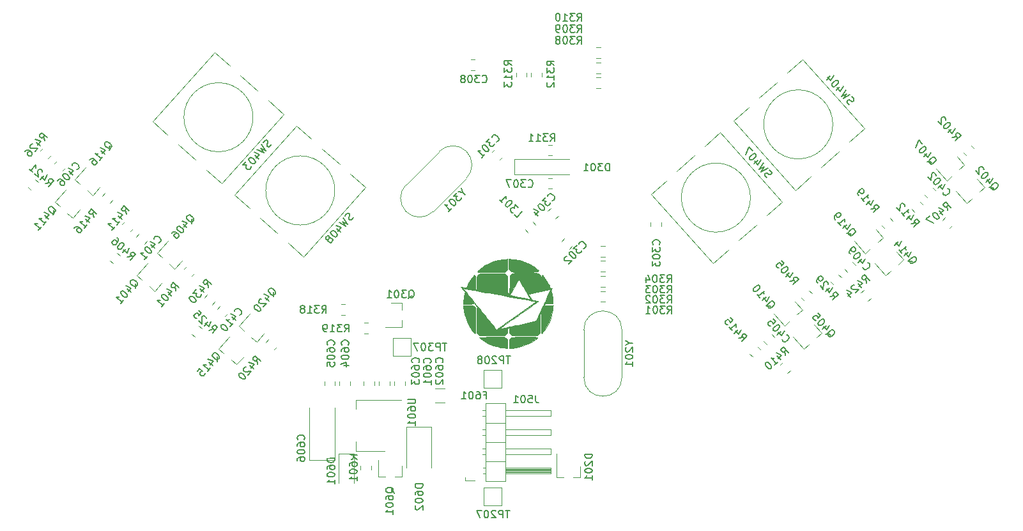
<source format=gbr>
G04 #@! TF.GenerationSoftware,KiCad,Pcbnew,5.1.4*
G04 #@! TF.CreationDate,2019-10-29T14:14:04-03:00*
G04 #@! TF.ProjectId,mswi,6d737769-2e6b-4696-9361-645f70636258,rev?*
G04 #@! TF.SameCoordinates,Original*
G04 #@! TF.FileFunction,Legend,Bot*
G04 #@! TF.FilePolarity,Positive*
%FSLAX46Y46*%
G04 Gerber Fmt 4.6, Leading zero omitted, Abs format (unit mm)*
G04 Created by KiCad (PCBNEW 5.1.4) date 2019-10-29 14:14:04*
%MOMM*%
%LPD*%
G04 APERTURE LIST*
%ADD10C,0.010000*%
%ADD11C,0.120000*%
%ADD12C,0.150000*%
%ADD13O,5.080000X1.700000*%
%ADD14C,2.000000*%
%ADD15R,2.000000X2.000000*%
%ADD16C,1.500000*%
%ADD17R,2.000000X1.500000*%
%ADD18R,2.000000X3.800000*%
%ADD19O,2.300000X1.700000*%
%ADD20R,2.300000X1.700000*%
%ADD21C,0.100000*%
%ADD22C,1.150000*%
%ADD23C,2.250000*%
%ADD24R,1.800000X2.500000*%
%ADD25C,1.727200*%
%ADD26C,1.727200*%
%ADD27R,0.800000X0.900000*%
%ADD28C,0.800000*%
%ADD29R,0.900000X0.800000*%
%ADD30O,1.700000X2.300000*%
%ADD31R,1.700000X2.300000*%
%ADD32C,1.425000*%
%ADD33R,1.200000X0.900000*%
%ADD34R,3.300000X1.700000*%
%ADD35R,0.800000X1.900000*%
G04 APERTURE END LIST*
D10*
G36*
X147666353Y-94847660D02*
G01*
X147392818Y-94848253D01*
X147079852Y-94849313D01*
X147054250Y-94849411D01*
X146755284Y-94850573D01*
X146495700Y-94851668D01*
X146272544Y-94852786D01*
X146082866Y-94854017D01*
X145923713Y-94855452D01*
X145792134Y-94857182D01*
X145685176Y-94859297D01*
X145599888Y-94861888D01*
X145533318Y-94865045D01*
X145482514Y-94868858D01*
X145444524Y-94873419D01*
X145416397Y-94878818D01*
X145395179Y-94885145D01*
X145377920Y-94892492D01*
X145361668Y-94900947D01*
X145360917Y-94901353D01*
X145249952Y-94980709D01*
X145152805Y-95086332D01*
X145103995Y-95162500D01*
X145091748Y-95189413D01*
X145082142Y-95222290D01*
X145074769Y-95266600D01*
X145069223Y-95327815D01*
X145065097Y-95411408D01*
X145061985Y-95522850D01*
X145059480Y-95667612D01*
X145057991Y-95781625D01*
X145051399Y-96326666D01*
X145110908Y-96323553D01*
X145156283Y-96320837D01*
X145232220Y-96315937D01*
X145327049Y-96309619D01*
X145403250Y-96304428D01*
X145894558Y-96250294D01*
X146379596Y-96156637D01*
X146854770Y-96024816D01*
X147316486Y-95856187D01*
X147761147Y-95652109D01*
X148185159Y-95413939D01*
X148584927Y-95143034D01*
X148689739Y-95063286D01*
X148760765Y-95005669D01*
X148815860Y-94956696D01*
X148848515Y-94922432D01*
X148854326Y-94909970D01*
X148843715Y-94897887D01*
X148826018Y-94887359D01*
X148798540Y-94878295D01*
X148758585Y-94870605D01*
X148703459Y-94864198D01*
X148630466Y-94858983D01*
X148536910Y-94854871D01*
X148420096Y-94851769D01*
X148277329Y-94849588D01*
X148105913Y-94848236D01*
X147903153Y-94847624D01*
X147666353Y-94847660D01*
X147666353Y-94847660D01*
G37*
X147666353Y-94847660D02*
X147392818Y-94848253D01*
X147079852Y-94849313D01*
X147054250Y-94849411D01*
X146755284Y-94850573D01*
X146495700Y-94851668D01*
X146272544Y-94852786D01*
X146082866Y-94854017D01*
X145923713Y-94855452D01*
X145792134Y-94857182D01*
X145685176Y-94859297D01*
X145599888Y-94861888D01*
X145533318Y-94865045D01*
X145482514Y-94868858D01*
X145444524Y-94873419D01*
X145416397Y-94878818D01*
X145395179Y-94885145D01*
X145377920Y-94892492D01*
X145361668Y-94900947D01*
X145360917Y-94901353D01*
X145249952Y-94980709D01*
X145152805Y-95086332D01*
X145103995Y-95162500D01*
X145091748Y-95189413D01*
X145082142Y-95222290D01*
X145074769Y-95266600D01*
X145069223Y-95327815D01*
X145065097Y-95411408D01*
X145061985Y-95522850D01*
X145059480Y-95667612D01*
X145057991Y-95781625D01*
X145051399Y-96326666D01*
X145110908Y-96323553D01*
X145156283Y-96320837D01*
X145232220Y-96315937D01*
X145327049Y-96309619D01*
X145403250Y-96304428D01*
X145894558Y-96250294D01*
X146379596Y-96156637D01*
X146854770Y-96024816D01*
X147316486Y-95856187D01*
X147761147Y-95652109D01*
X148185159Y-95413939D01*
X148584927Y-95143034D01*
X148689739Y-95063286D01*
X148760765Y-95005669D01*
X148815860Y-94956696D01*
X148848515Y-94922432D01*
X148854326Y-94909970D01*
X148843715Y-94897887D01*
X148826018Y-94887359D01*
X148798540Y-94878295D01*
X148758585Y-94870605D01*
X148703459Y-94864198D01*
X148630466Y-94858983D01*
X148536910Y-94854871D01*
X148420096Y-94851769D01*
X148277329Y-94849588D01*
X148105913Y-94848236D01*
X147903153Y-94847624D01*
X147666353Y-94847660D01*
G36*
X142455897Y-94855807D02*
G01*
X142157476Y-94856490D01*
X141899125Y-94857646D01*
X141679711Y-94859292D01*
X141498105Y-94861443D01*
X141353174Y-94864114D01*
X141243788Y-94867320D01*
X141168817Y-94871078D01*
X141127128Y-94875403D01*
X141117378Y-94878489D01*
X141121657Y-94901953D01*
X141157968Y-94943866D01*
X141221909Y-95001119D01*
X141309077Y-95070605D01*
X141415071Y-95149214D01*
X141535488Y-95233839D01*
X141665927Y-95321372D01*
X141801985Y-95408703D01*
X141939261Y-95492726D01*
X142073352Y-95570331D01*
X142176292Y-95626187D01*
X142584499Y-95820393D01*
X143008271Y-95984764D01*
X143440450Y-96117239D01*
X143873880Y-96215756D01*
X144301403Y-96278252D01*
X144495372Y-96294415D01*
X144593887Y-96301216D01*
X144684069Y-96308586D01*
X144752442Y-96315375D01*
X144774852Y-96318284D01*
X144844953Y-96329076D01*
X144838352Y-95782829D01*
X144836024Y-95613394D01*
X144833355Y-95480827D01*
X144829939Y-95379665D01*
X144825371Y-95304445D01*
X144819246Y-95249700D01*
X144811158Y-95209969D01*
X144800702Y-95179785D01*
X144792339Y-95162500D01*
X144712907Y-95048328D01*
X144609273Y-94949868D01*
X144535417Y-94901353D01*
X144450750Y-94855583D01*
X142795517Y-94855583D01*
X142455897Y-94855807D01*
X142455897Y-94855807D01*
G37*
X142455897Y-94855807D02*
X142157476Y-94856490D01*
X141899125Y-94857646D01*
X141679711Y-94859292D01*
X141498105Y-94861443D01*
X141353174Y-94864114D01*
X141243788Y-94867320D01*
X141168817Y-94871078D01*
X141127128Y-94875403D01*
X141117378Y-94878489D01*
X141121657Y-94901953D01*
X141157968Y-94943866D01*
X141221909Y-95001119D01*
X141309077Y-95070605D01*
X141415071Y-95149214D01*
X141535488Y-95233839D01*
X141665927Y-95321372D01*
X141801985Y-95408703D01*
X141939261Y-95492726D01*
X142073352Y-95570331D01*
X142176292Y-95626187D01*
X142584499Y-95820393D01*
X143008271Y-95984764D01*
X143440450Y-96117239D01*
X143873880Y-96215756D01*
X144301403Y-96278252D01*
X144495372Y-96294415D01*
X144593887Y-96301216D01*
X144684069Y-96308586D01*
X144752442Y-96315375D01*
X144774852Y-96318284D01*
X144844953Y-96329076D01*
X144838352Y-95782829D01*
X144836024Y-95613394D01*
X144833355Y-95480827D01*
X144829939Y-95379665D01*
X144825371Y-95304445D01*
X144819246Y-95249700D01*
X144811158Y-95209969D01*
X144800702Y-95179785D01*
X144792339Y-95162500D01*
X144712907Y-95048328D01*
X144609273Y-94949868D01*
X144535417Y-94901353D01*
X144450750Y-94855583D01*
X142795517Y-94855583D01*
X142455897Y-94855807D01*
G36*
X146596117Y-86378668D02*
G01*
X146365598Y-86379216D01*
X146168448Y-86380404D01*
X146001681Y-86382461D01*
X145862307Y-86385620D01*
X145747340Y-86390111D01*
X145653792Y-86396164D01*
X145578674Y-86404011D01*
X145518999Y-86413882D01*
X145471779Y-86426009D01*
X145434027Y-86440622D01*
X145402754Y-86457951D01*
X145374972Y-86478229D01*
X145347695Y-86501686D01*
X145326373Y-86520959D01*
X145266235Y-86584214D01*
X145212529Y-86655287D01*
X145195343Y-86683806D01*
X145185206Y-86703682D01*
X145176634Y-86724716D01*
X145169456Y-86750527D01*
X145163503Y-86784736D01*
X145158605Y-86830965D01*
X145154591Y-86892833D01*
X145151293Y-86973962D01*
X145148540Y-87077971D01*
X145146162Y-87208483D01*
X145143989Y-87369116D01*
X145141852Y-87563493D01*
X145139581Y-87795233D01*
X145138667Y-87891750D01*
X145128084Y-89013583D01*
X145035713Y-89167041D01*
X145003088Y-89221533D01*
X144975171Y-89266735D01*
X144951596Y-89300176D01*
X144931996Y-89319386D01*
X144916005Y-89321897D01*
X144903257Y-89305237D01*
X144893386Y-89266936D01*
X144886025Y-89204526D01*
X144880809Y-89115536D01*
X144877371Y-88997495D01*
X144875344Y-88847935D01*
X144874363Y-88664385D01*
X144874062Y-88444374D01*
X144874073Y-88185435D01*
X144874084Y-88076952D01*
X144874063Y-87816532D01*
X144873920Y-87595032D01*
X144873536Y-87409039D01*
X144872791Y-87255140D01*
X144871564Y-87129922D01*
X144869736Y-87029970D01*
X144867187Y-86951873D01*
X144863797Y-86892217D01*
X144859447Y-86847588D01*
X144854015Y-86814574D01*
X144847384Y-86789761D01*
X144839432Y-86769736D01*
X144830039Y-86751086D01*
X144827344Y-86746036D01*
X144766859Y-86659270D01*
X144684868Y-86576204D01*
X144594498Y-86508311D01*
X144508879Y-86467065D01*
X144507756Y-86466725D01*
X144470050Y-86461815D01*
X144394121Y-86457405D01*
X144284076Y-86453496D01*
X144144023Y-86450088D01*
X143978068Y-86447181D01*
X143790320Y-86444774D01*
X143584885Y-86442868D01*
X143365871Y-86441463D01*
X143137385Y-86440558D01*
X142903534Y-86440155D01*
X142668425Y-86440252D01*
X142436167Y-86440850D01*
X142210865Y-86441948D01*
X141996629Y-86443547D01*
X141797563Y-86445648D01*
X141617777Y-86448248D01*
X141461378Y-86451350D01*
X141332472Y-86454952D01*
X141235167Y-86459055D01*
X141173570Y-86463659D01*
X141155245Y-86466725D01*
X141069789Y-86507508D01*
X140979394Y-86575102D01*
X140897191Y-86658032D01*
X140836308Y-86744825D01*
X140835657Y-86746036D01*
X140824181Y-86768443D01*
X140814755Y-86791453D01*
X140807179Y-86819242D01*
X140801250Y-86855985D01*
X140796766Y-86905859D01*
X140793527Y-86973040D01*
X140791329Y-87061705D01*
X140789971Y-87176028D01*
X140789251Y-87320188D01*
X140788967Y-87498359D01*
X140788917Y-87712965D01*
X140788917Y-88592514D01*
X140699832Y-88572140D01*
X140610746Y-88551767D01*
X140604582Y-87680309D01*
X140598417Y-86808852D01*
X140534917Y-86706584D01*
X140497017Y-86650523D01*
X140465483Y-86612594D01*
X140451267Y-86602449D01*
X140424989Y-86617912D01*
X140379178Y-86663944D01*
X140317605Y-86735775D01*
X140244041Y-86828635D01*
X140162260Y-86937752D01*
X140076032Y-87058357D01*
X139989130Y-87185678D01*
X139983791Y-87193707D01*
X139823984Y-87447244D01*
X139677175Y-87705466D01*
X139549776Y-87956575D01*
X139463526Y-88150765D01*
X139425499Y-88238277D01*
X139396043Y-88292114D01*
X139370799Y-88318910D01*
X139348732Y-88325390D01*
X139313045Y-88321886D01*
X139244480Y-88312071D01*
X139151792Y-88297304D01*
X139043736Y-88278943D01*
X139002353Y-88271642D01*
X138894744Y-88252955D01*
X138803079Y-88237962D01*
X138734862Y-88227818D01*
X138697597Y-88223678D01*
X138692970Y-88224017D01*
X138703169Y-88241867D01*
X138735441Y-88286331D01*
X138785110Y-88351209D01*
X138847501Y-88430302D01*
X138865419Y-88452666D01*
X138940999Y-88546962D01*
X139015694Y-88640612D01*
X139081016Y-88722947D01*
X139128474Y-88783294D01*
X139129431Y-88784523D01*
X139214806Y-88894129D01*
X139161182Y-89133773D01*
X139091511Y-89491058D01*
X139046584Y-89827831D01*
X139031657Y-90022789D01*
X139025644Y-90129446D01*
X139019013Y-90233854D01*
X139012804Y-90320110D01*
X139010100Y-90352375D01*
X138999964Y-90463500D01*
X139587524Y-90463293D01*
X139760744Y-90463135D01*
X139897170Y-90462521D01*
X140002343Y-90461040D01*
X140081803Y-90458279D01*
X140141090Y-90453826D01*
X140185743Y-90447268D01*
X140221303Y-90438192D01*
X140253310Y-90426187D01*
X140286383Y-90411269D01*
X140397682Y-90359452D01*
X140839152Y-90909248D01*
X140808743Y-90982027D01*
X140802901Y-91001535D01*
X140797832Y-91032021D01*
X140793483Y-91076271D01*
X140789804Y-91137072D01*
X140786744Y-91217208D01*
X140784252Y-91319465D01*
X140782275Y-91446628D01*
X140780763Y-91601484D01*
X140779665Y-91786817D01*
X140778930Y-92005414D01*
X140778505Y-92260059D01*
X140778340Y-92553538D01*
X140778334Y-92635239D01*
X140778537Y-92959601D01*
X140779165Y-93243597D01*
X140780248Y-93489190D01*
X140781816Y-93698347D01*
X140783898Y-93873032D01*
X140786524Y-94015209D01*
X140789725Y-94126844D01*
X140793528Y-94209901D01*
X140797965Y-94266345D01*
X140803065Y-94298141D01*
X140803497Y-94299658D01*
X140843820Y-94383634D01*
X140910666Y-94472588D01*
X140992214Y-94553562D01*
X141076640Y-94613599D01*
X141100962Y-94625677D01*
X141119718Y-94633077D01*
X141141792Y-94639506D01*
X141170165Y-94645043D01*
X141207818Y-94649765D01*
X141257731Y-94653749D01*
X141322886Y-94657074D01*
X141406262Y-94659815D01*
X141510842Y-94662051D01*
X141639606Y-94663860D01*
X141795535Y-94665318D01*
X141981609Y-94666504D01*
X142200810Y-94667494D01*
X142456118Y-94668366D01*
X142750515Y-94669198D01*
X142778584Y-94669273D01*
X143093439Y-94669947D01*
X143368468Y-94670175D01*
X143606175Y-94669924D01*
X143809063Y-94669160D01*
X143979638Y-94667847D01*
X144120404Y-94665953D01*
X144233866Y-94663444D01*
X144322528Y-94660285D01*
X144388895Y-94656442D01*
X144435470Y-94651882D01*
X144464759Y-94646571D01*
X144465444Y-94646386D01*
X144533038Y-94624200D01*
X144588023Y-94599709D01*
X144603028Y-94590338D01*
X144700329Y-94507620D01*
X144769055Y-94425599D01*
X144813054Y-94347583D01*
X144833541Y-94300291D01*
X144847584Y-94254111D01*
X144856380Y-94199595D01*
X144861127Y-94127295D01*
X144863025Y-94027761D01*
X144863294Y-93951453D01*
X144864210Y-93825834D01*
X144868551Y-93736407D01*
X144879016Y-93677035D01*
X144898303Y-93641585D01*
X144929113Y-93623919D01*
X144974143Y-93617903D01*
X145010276Y-93617333D01*
X145075167Y-93617333D01*
X145076096Y-93908375D01*
X145081118Y-94079799D01*
X145096832Y-94216178D01*
X145126040Y-94324055D01*
X145171544Y-94409977D01*
X145236146Y-94480489D01*
X145322647Y-94542135D01*
X145355534Y-94561127D01*
X145466750Y-94622750D01*
X148768750Y-94622750D01*
X148859152Y-94574468D01*
X148931090Y-94528495D01*
X148999171Y-94473316D01*
X149014749Y-94458052D01*
X149042698Y-94429315D01*
X149066499Y-94403790D01*
X149086513Y-94377998D01*
X149103103Y-94348460D01*
X149116628Y-94311696D01*
X149127451Y-94264227D01*
X149135933Y-94202575D01*
X149142436Y-94123260D01*
X149147320Y-94022803D01*
X149150947Y-93897724D01*
X149153679Y-93744546D01*
X149155876Y-93559787D01*
X149157900Y-93339971D01*
X149160114Y-93081616D01*
X149160334Y-93056416D01*
X149170917Y-91849916D01*
X149325945Y-91532416D01*
X149333098Y-92908250D01*
X149334607Y-93146552D01*
X149336563Y-93372896D01*
X149338901Y-93583637D01*
X149341555Y-93775135D01*
X149344462Y-93943746D01*
X149347554Y-94085829D01*
X149350768Y-94197742D01*
X149354037Y-94275842D01*
X149357297Y-94316488D01*
X149358390Y-94321125D01*
X149380127Y-94351880D01*
X149391551Y-94358166D01*
X149413261Y-94341856D01*
X149455090Y-94296693D01*
X149512630Y-94228326D01*
X149581471Y-94142402D01*
X149657204Y-94044573D01*
X149735420Y-93940485D01*
X149811709Y-93835789D01*
X149881662Y-93736134D01*
X149911484Y-93692063D01*
X150167118Y-93270785D01*
X150385851Y-92829777D01*
X150566489Y-92372028D01*
X150707836Y-91900526D01*
X150795638Y-91490083D01*
X149350834Y-91490083D01*
X149340250Y-91500666D01*
X149329667Y-91490083D01*
X149340250Y-91479500D01*
X149350834Y-91490083D01*
X150795638Y-91490083D01*
X150799891Y-91470205D01*
X150820565Y-91343397D01*
X150839418Y-91212882D01*
X150854475Y-91093319D01*
X150863760Y-90999363D01*
X150864245Y-90992666D01*
X150871388Y-90899822D01*
X150879153Y-90814725D01*
X150886105Y-90752771D01*
X150887501Y-90743009D01*
X150898274Y-90673269D01*
X150304455Y-90679509D01*
X150150846Y-90680963D01*
X150011995Y-90681970D01*
X149893251Y-90682517D01*
X149799963Y-90682588D01*
X149737480Y-90682170D01*
X149711151Y-90681249D01*
X149710651Y-90681061D01*
X149718499Y-90660861D01*
X149738881Y-90613089D01*
X149762419Y-90559353D01*
X149814171Y-90442333D01*
X150881419Y-90442333D01*
X150867767Y-90151291D01*
X150827687Y-89695137D01*
X150751381Y-89238927D01*
X150644835Y-88809338D01*
X150626512Y-88736609D01*
X150617441Y-88679790D01*
X150619517Y-88650883D01*
X150619758Y-88650588D01*
X150635808Y-88623651D01*
X150663543Y-88569126D01*
X150693487Y-88506228D01*
X150554452Y-88506228D01*
X150547121Y-88526318D01*
X150523414Y-88582483D01*
X150484439Y-88672243D01*
X150431299Y-88793118D01*
X150365102Y-88942629D01*
X150286953Y-89118294D01*
X150197957Y-89317635D01*
X150099220Y-89538170D01*
X149991849Y-89777419D01*
X149876948Y-90032904D01*
X149755623Y-90302143D01*
X149628981Y-90582656D01*
X149609018Y-90626825D01*
X148654562Y-92738399D01*
X146245740Y-93250079D01*
X145932713Y-93316513D01*
X145630838Y-93380467D01*
X145342744Y-93441390D01*
X145071059Y-93498730D01*
X144818412Y-93551937D01*
X144587432Y-93600459D01*
X144380745Y-93643746D01*
X144200982Y-93681247D01*
X144050770Y-93712411D01*
X143932738Y-93736687D01*
X143849515Y-93753524D01*
X143803728Y-93762371D01*
X143795642Y-93763629D01*
X143769642Y-93758319D01*
X143774475Y-93746490D01*
X143793817Y-93732317D01*
X143845858Y-93695148D01*
X143928673Y-93636341D01*
X144040337Y-93557255D01*
X144178923Y-93459249D01*
X144342507Y-93343682D01*
X144529161Y-93211914D01*
X144736962Y-93065302D01*
X144963982Y-92905206D01*
X145208297Y-92732986D01*
X145467980Y-92549999D01*
X145741107Y-92357605D01*
X146025751Y-92157163D01*
X146319987Y-91950032D01*
X146355750Y-91924860D01*
X146650758Y-91717152D01*
X146936228Y-91516015D01*
X147210246Y-91322805D01*
X147470902Y-91138874D01*
X147716284Y-90965576D01*
X147944480Y-90804266D01*
X148153579Y-90656296D01*
X148341668Y-90523022D01*
X148506836Y-90405796D01*
X148647172Y-90305972D01*
X148760763Y-90224905D01*
X148845697Y-90163947D01*
X148853496Y-90158281D01*
X148675525Y-90158281D01*
X146044554Y-92013542D01*
X145745379Y-92224359D01*
X145455447Y-92428370D01*
X145176658Y-92624251D01*
X144910914Y-92810678D01*
X144660116Y-92986327D01*
X144426165Y-93149874D01*
X144210962Y-93299994D01*
X144016408Y-93435365D01*
X143844405Y-93554661D01*
X143696854Y-93656559D01*
X143575656Y-93739734D01*
X143482711Y-93802863D01*
X143419922Y-93844621D01*
X143389189Y-93863685D01*
X143386438Y-93864776D01*
X143370426Y-93848109D01*
X143329323Y-93800145D01*
X143264527Y-93722606D01*
X143177438Y-93617214D01*
X143069458Y-93485692D01*
X142941985Y-93329761D01*
X142796420Y-93151144D01*
X142634164Y-92951562D01*
X142456615Y-92732738D01*
X142265175Y-92496393D01*
X142061244Y-92244251D01*
X141846220Y-91978032D01*
X141621506Y-91699459D01*
X141388500Y-91410253D01*
X141163169Y-91130250D01*
X140924157Y-90832883D01*
X140692668Y-90544491D01*
X140470067Y-90266792D01*
X140257720Y-90001505D01*
X140056991Y-89750347D01*
X139869247Y-89515036D01*
X139695852Y-89297293D01*
X139538172Y-89098834D01*
X139397572Y-88921378D01*
X139275418Y-88766644D01*
X139173075Y-88636350D01*
X139091909Y-88532214D01*
X139033284Y-88455954D01*
X138998567Y-88409290D01*
X138988982Y-88393934D01*
X139011568Y-88397178D01*
X139074259Y-88407795D01*
X139175526Y-88425507D01*
X139313837Y-88450035D01*
X139487663Y-88481101D01*
X139695474Y-88518427D01*
X139935738Y-88561732D01*
X140206926Y-88610740D01*
X140507507Y-88665170D01*
X140835951Y-88724745D01*
X141190728Y-88789186D01*
X141570307Y-88858215D01*
X141973158Y-88931552D01*
X142397750Y-89008919D01*
X142842554Y-89090037D01*
X143306038Y-89174628D01*
X143786673Y-89262413D01*
X144282928Y-89353114D01*
X144793273Y-89446451D01*
X145316178Y-89542147D01*
X145850112Y-89639922D01*
X146393544Y-89739498D01*
X146944946Y-89840597D01*
X147502785Y-89942939D01*
X148065532Y-90046246D01*
X148245888Y-90079369D01*
X148675525Y-90158281D01*
X148853496Y-90158281D01*
X148900064Y-90124453D01*
X148921951Y-90107777D01*
X148922309Y-90107361D01*
X148904199Y-90099315D01*
X148850550Y-90085620D01*
X148767578Y-90067613D01*
X148661497Y-90046633D01*
X148538522Y-90024018D01*
X148520142Y-90020768D01*
X148392702Y-89997905D01*
X148278790Y-89976640D01*
X148185287Y-89958325D01*
X148119075Y-89944311D01*
X148087035Y-89935950D01*
X148085993Y-89935486D01*
X148068102Y-89914296D01*
X148034334Y-89863899D01*
X148017247Y-89836663D01*
X147883798Y-89836663D01*
X147876803Y-89848636D01*
X147862414Y-89849666D01*
X147836411Y-89845588D01*
X147772516Y-89833823D01*
X147674327Y-89815078D01*
X147545444Y-89790060D01*
X147389468Y-89759476D01*
X147209998Y-89724031D01*
X147010634Y-89684433D01*
X146794976Y-89641388D01*
X146566623Y-89595603D01*
X146510604Y-89584340D01*
X146279580Y-89537748D01*
X146060304Y-89493292D01*
X145856392Y-89451720D01*
X145671457Y-89413780D01*
X145509116Y-89380220D01*
X145372983Y-89351787D01*
X145266672Y-89329231D01*
X145193799Y-89313300D01*
X145157978Y-89304740D01*
X145155334Y-89303882D01*
X145150222Y-89296001D01*
X145152775Y-89277672D01*
X145164438Y-89246270D01*
X145186655Y-89199168D01*
X145220869Y-89133740D01*
X145268524Y-89047359D01*
X145331064Y-88937400D01*
X145409933Y-88801236D01*
X145506575Y-88636240D01*
X145622433Y-88439788D01*
X145733804Y-88251668D01*
X145846945Y-88060861D01*
X145953558Y-87881202D01*
X146051705Y-87715946D01*
X146139448Y-87568352D01*
X146214848Y-87441674D01*
X146275968Y-87339171D01*
X146320870Y-87264098D01*
X146347615Y-87219712D01*
X146354608Y-87208503D01*
X146365921Y-87225323D01*
X146396649Y-87275901D01*
X146445081Y-87357314D01*
X146509503Y-87466634D01*
X146588205Y-87600937D01*
X146679474Y-87757297D01*
X146781600Y-87932788D01*
X146892869Y-88124484D01*
X147011570Y-88329461D01*
X147097668Y-88478418D01*
X147221406Y-88692591D01*
X147339485Y-88896837D01*
X147450114Y-89088067D01*
X147551501Y-89263190D01*
X147641855Y-89419116D01*
X147719384Y-89552756D01*
X147782298Y-89661017D01*
X147828805Y-89740812D01*
X147857113Y-89789049D01*
X147864923Y-89802041D01*
X147883798Y-89836663D01*
X148017247Y-89836663D01*
X147988429Y-89790730D01*
X147934127Y-89701223D01*
X147875168Y-89601813D01*
X147815290Y-89498933D01*
X147758234Y-89399017D01*
X147707739Y-89308501D01*
X147667544Y-89233818D01*
X147641390Y-89181402D01*
X147633016Y-89157688D01*
X147633535Y-89157000D01*
X147662478Y-89149374D01*
X147727869Y-89133749D01*
X147825687Y-89111021D01*
X147951908Y-89082087D01*
X148102510Y-89047843D01*
X148273471Y-89009185D01*
X148460767Y-88967009D01*
X148660377Y-88922212D01*
X148868278Y-88875690D01*
X149080447Y-88828338D01*
X149292862Y-88781054D01*
X149501501Y-88734733D01*
X149702339Y-88690271D01*
X149891357Y-88648566D01*
X150064529Y-88610512D01*
X150217835Y-88577006D01*
X150347252Y-88548945D01*
X150448756Y-88527225D01*
X150518326Y-88512741D01*
X150551939Y-88506390D01*
X150554452Y-88506228D01*
X150693487Y-88506228D01*
X150697372Y-88498069D01*
X150702335Y-88487302D01*
X150769028Y-88342022D01*
X150671058Y-88356714D01*
X150607110Y-88367471D01*
X150559585Y-88377545D01*
X150548444Y-88380862D01*
X150529076Y-88366868D01*
X150499967Y-88318630D01*
X150464547Y-88242134D01*
X150453424Y-88215118D01*
X150384260Y-88055933D01*
X150296959Y-87874941D01*
X150198154Y-87684667D01*
X150094475Y-87497636D01*
X149992552Y-87326373D01*
X149936243Y-87238273D01*
X149849322Y-87109720D01*
X149762749Y-86987205D01*
X149680098Y-86875271D01*
X149604943Y-86778466D01*
X149540859Y-86701332D01*
X149491419Y-86648417D01*
X149460197Y-86624265D01*
X149453163Y-86623915D01*
X149431832Y-86650012D01*
X149402403Y-86701126D01*
X149385477Y-86735606D01*
X149374530Y-86760692D01*
X149365465Y-86786984D01*
X149358070Y-86818617D01*
X149352134Y-86859728D01*
X149347445Y-86914453D01*
X149343791Y-86986927D01*
X149340960Y-87081287D01*
X149338742Y-87201669D01*
X149336924Y-87352208D01*
X149335294Y-87537040D01*
X149333739Y-87746640D01*
X149327227Y-88659864D01*
X149225053Y-88679396D01*
X149219152Y-87712385D01*
X149213250Y-86745373D01*
X149148990Y-86641228D01*
X149072234Y-86548390D01*
X148970243Y-86468553D01*
X148857796Y-86411836D01*
X148785009Y-86391981D01*
X148751062Y-86389813D01*
X148678343Y-86387750D01*
X148570413Y-86385821D01*
X148430831Y-86384057D01*
X148263159Y-86382485D01*
X148070957Y-86381137D01*
X147857787Y-86380041D01*
X147627208Y-86379227D01*
X147382783Y-86378725D01*
X147169217Y-86378566D01*
X146862995Y-86378528D01*
X146596117Y-86378668D01*
X146596117Y-86378668D01*
G37*
X146596117Y-86378668D02*
X146365598Y-86379216D01*
X146168448Y-86380404D01*
X146001681Y-86382461D01*
X145862307Y-86385620D01*
X145747340Y-86390111D01*
X145653792Y-86396164D01*
X145578674Y-86404011D01*
X145518999Y-86413882D01*
X145471779Y-86426009D01*
X145434027Y-86440622D01*
X145402754Y-86457951D01*
X145374972Y-86478229D01*
X145347695Y-86501686D01*
X145326373Y-86520959D01*
X145266235Y-86584214D01*
X145212529Y-86655287D01*
X145195343Y-86683806D01*
X145185206Y-86703682D01*
X145176634Y-86724716D01*
X145169456Y-86750527D01*
X145163503Y-86784736D01*
X145158605Y-86830965D01*
X145154591Y-86892833D01*
X145151293Y-86973962D01*
X145148540Y-87077971D01*
X145146162Y-87208483D01*
X145143989Y-87369116D01*
X145141852Y-87563493D01*
X145139581Y-87795233D01*
X145138667Y-87891750D01*
X145128084Y-89013583D01*
X145035713Y-89167041D01*
X145003088Y-89221533D01*
X144975171Y-89266735D01*
X144951596Y-89300176D01*
X144931996Y-89319386D01*
X144916005Y-89321897D01*
X144903257Y-89305237D01*
X144893386Y-89266936D01*
X144886025Y-89204526D01*
X144880809Y-89115536D01*
X144877371Y-88997495D01*
X144875344Y-88847935D01*
X144874363Y-88664385D01*
X144874062Y-88444374D01*
X144874073Y-88185435D01*
X144874084Y-88076952D01*
X144874063Y-87816532D01*
X144873920Y-87595032D01*
X144873536Y-87409039D01*
X144872791Y-87255140D01*
X144871564Y-87129922D01*
X144869736Y-87029970D01*
X144867187Y-86951873D01*
X144863797Y-86892217D01*
X144859447Y-86847588D01*
X144854015Y-86814574D01*
X144847384Y-86789761D01*
X144839432Y-86769736D01*
X144830039Y-86751086D01*
X144827344Y-86746036D01*
X144766859Y-86659270D01*
X144684868Y-86576204D01*
X144594498Y-86508311D01*
X144508879Y-86467065D01*
X144507756Y-86466725D01*
X144470050Y-86461815D01*
X144394121Y-86457405D01*
X144284076Y-86453496D01*
X144144023Y-86450088D01*
X143978068Y-86447181D01*
X143790320Y-86444774D01*
X143584885Y-86442868D01*
X143365871Y-86441463D01*
X143137385Y-86440558D01*
X142903534Y-86440155D01*
X142668425Y-86440252D01*
X142436167Y-86440850D01*
X142210865Y-86441948D01*
X141996629Y-86443547D01*
X141797563Y-86445648D01*
X141617777Y-86448248D01*
X141461378Y-86451350D01*
X141332472Y-86454952D01*
X141235167Y-86459055D01*
X141173570Y-86463659D01*
X141155245Y-86466725D01*
X141069789Y-86507508D01*
X140979394Y-86575102D01*
X140897191Y-86658032D01*
X140836308Y-86744825D01*
X140835657Y-86746036D01*
X140824181Y-86768443D01*
X140814755Y-86791453D01*
X140807179Y-86819242D01*
X140801250Y-86855985D01*
X140796766Y-86905859D01*
X140793527Y-86973040D01*
X140791329Y-87061705D01*
X140789971Y-87176028D01*
X140789251Y-87320188D01*
X140788967Y-87498359D01*
X140788917Y-87712965D01*
X140788917Y-88592514D01*
X140699832Y-88572140D01*
X140610746Y-88551767D01*
X140604582Y-87680309D01*
X140598417Y-86808852D01*
X140534917Y-86706584D01*
X140497017Y-86650523D01*
X140465483Y-86612594D01*
X140451267Y-86602449D01*
X140424989Y-86617912D01*
X140379178Y-86663944D01*
X140317605Y-86735775D01*
X140244041Y-86828635D01*
X140162260Y-86937752D01*
X140076032Y-87058357D01*
X139989130Y-87185678D01*
X139983791Y-87193707D01*
X139823984Y-87447244D01*
X139677175Y-87705466D01*
X139549776Y-87956575D01*
X139463526Y-88150765D01*
X139425499Y-88238277D01*
X139396043Y-88292114D01*
X139370799Y-88318910D01*
X139348732Y-88325390D01*
X139313045Y-88321886D01*
X139244480Y-88312071D01*
X139151792Y-88297304D01*
X139043736Y-88278943D01*
X139002353Y-88271642D01*
X138894744Y-88252955D01*
X138803079Y-88237962D01*
X138734862Y-88227818D01*
X138697597Y-88223678D01*
X138692970Y-88224017D01*
X138703169Y-88241867D01*
X138735441Y-88286331D01*
X138785110Y-88351209D01*
X138847501Y-88430302D01*
X138865419Y-88452666D01*
X138940999Y-88546962D01*
X139015694Y-88640612D01*
X139081016Y-88722947D01*
X139128474Y-88783294D01*
X139129431Y-88784523D01*
X139214806Y-88894129D01*
X139161182Y-89133773D01*
X139091511Y-89491058D01*
X139046584Y-89827831D01*
X139031657Y-90022789D01*
X139025644Y-90129446D01*
X139019013Y-90233854D01*
X139012804Y-90320110D01*
X139010100Y-90352375D01*
X138999964Y-90463500D01*
X139587524Y-90463293D01*
X139760744Y-90463135D01*
X139897170Y-90462521D01*
X140002343Y-90461040D01*
X140081803Y-90458279D01*
X140141090Y-90453826D01*
X140185743Y-90447268D01*
X140221303Y-90438192D01*
X140253310Y-90426187D01*
X140286383Y-90411269D01*
X140397682Y-90359452D01*
X140839152Y-90909248D01*
X140808743Y-90982027D01*
X140802901Y-91001535D01*
X140797832Y-91032021D01*
X140793483Y-91076271D01*
X140789804Y-91137072D01*
X140786744Y-91217208D01*
X140784252Y-91319465D01*
X140782275Y-91446628D01*
X140780763Y-91601484D01*
X140779665Y-91786817D01*
X140778930Y-92005414D01*
X140778505Y-92260059D01*
X140778340Y-92553538D01*
X140778334Y-92635239D01*
X140778537Y-92959601D01*
X140779165Y-93243597D01*
X140780248Y-93489190D01*
X140781816Y-93698347D01*
X140783898Y-93873032D01*
X140786524Y-94015209D01*
X140789725Y-94126844D01*
X140793528Y-94209901D01*
X140797965Y-94266345D01*
X140803065Y-94298141D01*
X140803497Y-94299658D01*
X140843820Y-94383634D01*
X140910666Y-94472588D01*
X140992214Y-94553562D01*
X141076640Y-94613599D01*
X141100962Y-94625677D01*
X141119718Y-94633077D01*
X141141792Y-94639506D01*
X141170165Y-94645043D01*
X141207818Y-94649765D01*
X141257731Y-94653749D01*
X141322886Y-94657074D01*
X141406262Y-94659815D01*
X141510842Y-94662051D01*
X141639606Y-94663860D01*
X141795535Y-94665318D01*
X141981609Y-94666504D01*
X142200810Y-94667494D01*
X142456118Y-94668366D01*
X142750515Y-94669198D01*
X142778584Y-94669273D01*
X143093439Y-94669947D01*
X143368468Y-94670175D01*
X143606175Y-94669924D01*
X143809063Y-94669160D01*
X143979638Y-94667847D01*
X144120404Y-94665953D01*
X144233866Y-94663444D01*
X144322528Y-94660285D01*
X144388895Y-94656442D01*
X144435470Y-94651882D01*
X144464759Y-94646571D01*
X144465444Y-94646386D01*
X144533038Y-94624200D01*
X144588023Y-94599709D01*
X144603028Y-94590338D01*
X144700329Y-94507620D01*
X144769055Y-94425599D01*
X144813054Y-94347583D01*
X144833541Y-94300291D01*
X144847584Y-94254111D01*
X144856380Y-94199595D01*
X144861127Y-94127295D01*
X144863025Y-94027761D01*
X144863294Y-93951453D01*
X144864210Y-93825834D01*
X144868551Y-93736407D01*
X144879016Y-93677035D01*
X144898303Y-93641585D01*
X144929113Y-93623919D01*
X144974143Y-93617903D01*
X145010276Y-93617333D01*
X145075167Y-93617333D01*
X145076096Y-93908375D01*
X145081118Y-94079799D01*
X145096832Y-94216178D01*
X145126040Y-94324055D01*
X145171544Y-94409977D01*
X145236146Y-94480489D01*
X145322647Y-94542135D01*
X145355534Y-94561127D01*
X145466750Y-94622750D01*
X148768750Y-94622750D01*
X148859152Y-94574468D01*
X148931090Y-94528495D01*
X148999171Y-94473316D01*
X149014749Y-94458052D01*
X149042698Y-94429315D01*
X149066499Y-94403790D01*
X149086513Y-94377998D01*
X149103103Y-94348460D01*
X149116628Y-94311696D01*
X149127451Y-94264227D01*
X149135933Y-94202575D01*
X149142436Y-94123260D01*
X149147320Y-94022803D01*
X149150947Y-93897724D01*
X149153679Y-93744546D01*
X149155876Y-93559787D01*
X149157900Y-93339971D01*
X149160114Y-93081616D01*
X149160334Y-93056416D01*
X149170917Y-91849916D01*
X149325945Y-91532416D01*
X149333098Y-92908250D01*
X149334607Y-93146552D01*
X149336563Y-93372896D01*
X149338901Y-93583637D01*
X149341555Y-93775135D01*
X149344462Y-93943746D01*
X149347554Y-94085829D01*
X149350768Y-94197742D01*
X149354037Y-94275842D01*
X149357297Y-94316488D01*
X149358390Y-94321125D01*
X149380127Y-94351880D01*
X149391551Y-94358166D01*
X149413261Y-94341856D01*
X149455090Y-94296693D01*
X149512630Y-94228326D01*
X149581471Y-94142402D01*
X149657204Y-94044573D01*
X149735420Y-93940485D01*
X149811709Y-93835789D01*
X149881662Y-93736134D01*
X149911484Y-93692063D01*
X150167118Y-93270785D01*
X150385851Y-92829777D01*
X150566489Y-92372028D01*
X150707836Y-91900526D01*
X150795638Y-91490083D01*
X149350834Y-91490083D01*
X149340250Y-91500666D01*
X149329667Y-91490083D01*
X149340250Y-91479500D01*
X149350834Y-91490083D01*
X150795638Y-91490083D01*
X150799891Y-91470205D01*
X150820565Y-91343397D01*
X150839418Y-91212882D01*
X150854475Y-91093319D01*
X150863760Y-90999363D01*
X150864245Y-90992666D01*
X150871388Y-90899822D01*
X150879153Y-90814725D01*
X150886105Y-90752771D01*
X150887501Y-90743009D01*
X150898274Y-90673269D01*
X150304455Y-90679509D01*
X150150846Y-90680963D01*
X150011995Y-90681970D01*
X149893251Y-90682517D01*
X149799963Y-90682588D01*
X149737480Y-90682170D01*
X149711151Y-90681249D01*
X149710651Y-90681061D01*
X149718499Y-90660861D01*
X149738881Y-90613089D01*
X149762419Y-90559353D01*
X149814171Y-90442333D01*
X150881419Y-90442333D01*
X150867767Y-90151291D01*
X150827687Y-89695137D01*
X150751381Y-89238927D01*
X150644835Y-88809338D01*
X150626512Y-88736609D01*
X150617441Y-88679790D01*
X150619517Y-88650883D01*
X150619758Y-88650588D01*
X150635808Y-88623651D01*
X150663543Y-88569126D01*
X150693487Y-88506228D01*
X150554452Y-88506228D01*
X150547121Y-88526318D01*
X150523414Y-88582483D01*
X150484439Y-88672243D01*
X150431299Y-88793118D01*
X150365102Y-88942629D01*
X150286953Y-89118294D01*
X150197957Y-89317635D01*
X150099220Y-89538170D01*
X149991849Y-89777419D01*
X149876948Y-90032904D01*
X149755623Y-90302143D01*
X149628981Y-90582656D01*
X149609018Y-90626825D01*
X148654562Y-92738399D01*
X146245740Y-93250079D01*
X145932713Y-93316513D01*
X145630838Y-93380467D01*
X145342744Y-93441390D01*
X145071059Y-93498730D01*
X144818412Y-93551937D01*
X144587432Y-93600459D01*
X144380745Y-93643746D01*
X144200982Y-93681247D01*
X144050770Y-93712411D01*
X143932738Y-93736687D01*
X143849515Y-93753524D01*
X143803728Y-93762371D01*
X143795642Y-93763629D01*
X143769642Y-93758319D01*
X143774475Y-93746490D01*
X143793817Y-93732317D01*
X143845858Y-93695148D01*
X143928673Y-93636341D01*
X144040337Y-93557255D01*
X144178923Y-93459249D01*
X144342507Y-93343682D01*
X144529161Y-93211914D01*
X144736962Y-93065302D01*
X144963982Y-92905206D01*
X145208297Y-92732986D01*
X145467980Y-92549999D01*
X145741107Y-92357605D01*
X146025751Y-92157163D01*
X146319987Y-91950032D01*
X146355750Y-91924860D01*
X146650758Y-91717152D01*
X146936228Y-91516015D01*
X147210246Y-91322805D01*
X147470902Y-91138874D01*
X147716284Y-90965576D01*
X147944480Y-90804266D01*
X148153579Y-90656296D01*
X148341668Y-90523022D01*
X148506836Y-90405796D01*
X148647172Y-90305972D01*
X148760763Y-90224905D01*
X148845697Y-90163947D01*
X148853496Y-90158281D01*
X148675525Y-90158281D01*
X146044554Y-92013542D01*
X145745379Y-92224359D01*
X145455447Y-92428370D01*
X145176658Y-92624251D01*
X144910914Y-92810678D01*
X144660116Y-92986327D01*
X144426165Y-93149874D01*
X144210962Y-93299994D01*
X144016408Y-93435365D01*
X143844405Y-93554661D01*
X143696854Y-93656559D01*
X143575656Y-93739734D01*
X143482711Y-93802863D01*
X143419922Y-93844621D01*
X143389189Y-93863685D01*
X143386438Y-93864776D01*
X143370426Y-93848109D01*
X143329323Y-93800145D01*
X143264527Y-93722606D01*
X143177438Y-93617214D01*
X143069458Y-93485692D01*
X142941985Y-93329761D01*
X142796420Y-93151144D01*
X142634164Y-92951562D01*
X142456615Y-92732738D01*
X142265175Y-92496393D01*
X142061244Y-92244251D01*
X141846220Y-91978032D01*
X141621506Y-91699459D01*
X141388500Y-91410253D01*
X141163169Y-91130250D01*
X140924157Y-90832883D01*
X140692668Y-90544491D01*
X140470067Y-90266792D01*
X140257720Y-90001505D01*
X140056991Y-89750347D01*
X139869247Y-89515036D01*
X139695852Y-89297293D01*
X139538172Y-89098834D01*
X139397572Y-88921378D01*
X139275418Y-88766644D01*
X139173075Y-88636350D01*
X139091909Y-88532214D01*
X139033284Y-88455954D01*
X138998567Y-88409290D01*
X138988982Y-88393934D01*
X139011568Y-88397178D01*
X139074259Y-88407795D01*
X139175526Y-88425507D01*
X139313837Y-88450035D01*
X139487663Y-88481101D01*
X139695474Y-88518427D01*
X139935738Y-88561732D01*
X140206926Y-88610740D01*
X140507507Y-88665170D01*
X140835951Y-88724745D01*
X141190728Y-88789186D01*
X141570307Y-88858215D01*
X141973158Y-88931552D01*
X142397750Y-89008919D01*
X142842554Y-89090037D01*
X143306038Y-89174628D01*
X143786673Y-89262413D01*
X144282928Y-89353114D01*
X144793273Y-89446451D01*
X145316178Y-89542147D01*
X145850112Y-89639922D01*
X146393544Y-89739498D01*
X146944946Y-89840597D01*
X147502785Y-89942939D01*
X148065532Y-90046246D01*
X148245888Y-90079369D01*
X148675525Y-90158281D01*
X148853496Y-90158281D01*
X148900064Y-90124453D01*
X148921951Y-90107777D01*
X148922309Y-90107361D01*
X148904199Y-90099315D01*
X148850550Y-90085620D01*
X148767578Y-90067613D01*
X148661497Y-90046633D01*
X148538522Y-90024018D01*
X148520142Y-90020768D01*
X148392702Y-89997905D01*
X148278790Y-89976640D01*
X148185287Y-89958325D01*
X148119075Y-89944311D01*
X148087035Y-89935950D01*
X148085993Y-89935486D01*
X148068102Y-89914296D01*
X148034334Y-89863899D01*
X148017247Y-89836663D01*
X147883798Y-89836663D01*
X147876803Y-89848636D01*
X147862414Y-89849666D01*
X147836411Y-89845588D01*
X147772516Y-89833823D01*
X147674327Y-89815078D01*
X147545444Y-89790060D01*
X147389468Y-89759476D01*
X147209998Y-89724031D01*
X147010634Y-89684433D01*
X146794976Y-89641388D01*
X146566623Y-89595603D01*
X146510604Y-89584340D01*
X146279580Y-89537748D01*
X146060304Y-89493292D01*
X145856392Y-89451720D01*
X145671457Y-89413780D01*
X145509116Y-89380220D01*
X145372983Y-89351787D01*
X145266672Y-89329231D01*
X145193799Y-89313300D01*
X145157978Y-89304740D01*
X145155334Y-89303882D01*
X145150222Y-89296001D01*
X145152775Y-89277672D01*
X145164438Y-89246270D01*
X145186655Y-89199168D01*
X145220869Y-89133740D01*
X145268524Y-89047359D01*
X145331064Y-88937400D01*
X145409933Y-88801236D01*
X145506575Y-88636240D01*
X145622433Y-88439788D01*
X145733804Y-88251668D01*
X145846945Y-88060861D01*
X145953558Y-87881202D01*
X146051705Y-87715946D01*
X146139448Y-87568352D01*
X146214848Y-87441674D01*
X146275968Y-87339171D01*
X146320870Y-87264098D01*
X146347615Y-87219712D01*
X146354608Y-87208503D01*
X146365921Y-87225323D01*
X146396649Y-87275901D01*
X146445081Y-87357314D01*
X146509503Y-87466634D01*
X146588205Y-87600937D01*
X146679474Y-87757297D01*
X146781600Y-87932788D01*
X146892869Y-88124484D01*
X147011570Y-88329461D01*
X147097668Y-88478418D01*
X147221406Y-88692591D01*
X147339485Y-88896837D01*
X147450114Y-89088067D01*
X147551501Y-89263190D01*
X147641855Y-89419116D01*
X147719384Y-89552756D01*
X147782298Y-89661017D01*
X147828805Y-89740812D01*
X147857113Y-89789049D01*
X147864923Y-89802041D01*
X147883798Y-89836663D01*
X148017247Y-89836663D01*
X147988429Y-89790730D01*
X147934127Y-89701223D01*
X147875168Y-89601813D01*
X147815290Y-89498933D01*
X147758234Y-89399017D01*
X147707739Y-89308501D01*
X147667544Y-89233818D01*
X147641390Y-89181402D01*
X147633016Y-89157688D01*
X147633535Y-89157000D01*
X147662478Y-89149374D01*
X147727869Y-89133749D01*
X147825687Y-89111021D01*
X147951908Y-89082087D01*
X148102510Y-89047843D01*
X148273471Y-89009185D01*
X148460767Y-88967009D01*
X148660377Y-88922212D01*
X148868278Y-88875690D01*
X149080447Y-88828338D01*
X149292862Y-88781054D01*
X149501501Y-88734733D01*
X149702339Y-88690271D01*
X149891357Y-88648566D01*
X150064529Y-88610512D01*
X150217835Y-88577006D01*
X150347252Y-88548945D01*
X150448756Y-88527225D01*
X150518326Y-88512741D01*
X150551939Y-88506390D01*
X150554452Y-88506228D01*
X150693487Y-88506228D01*
X150697372Y-88498069D01*
X150702335Y-88487302D01*
X150769028Y-88342022D01*
X150671058Y-88356714D01*
X150607110Y-88367471D01*
X150559585Y-88377545D01*
X150548444Y-88380862D01*
X150529076Y-88366868D01*
X150499967Y-88318630D01*
X150464547Y-88242134D01*
X150453424Y-88215118D01*
X150384260Y-88055933D01*
X150296959Y-87874941D01*
X150198154Y-87684667D01*
X150094475Y-87497636D01*
X149992552Y-87326373D01*
X149936243Y-87238273D01*
X149849322Y-87109720D01*
X149762749Y-86987205D01*
X149680098Y-86875271D01*
X149604943Y-86778466D01*
X149540859Y-86701332D01*
X149491419Y-86648417D01*
X149460197Y-86624265D01*
X149453163Y-86623915D01*
X149431832Y-86650012D01*
X149402403Y-86701126D01*
X149385477Y-86735606D01*
X149374530Y-86760692D01*
X149365465Y-86786984D01*
X149358070Y-86818617D01*
X149352134Y-86859728D01*
X149347445Y-86914453D01*
X149343791Y-86986927D01*
X149340960Y-87081287D01*
X149338742Y-87201669D01*
X149336924Y-87352208D01*
X149335294Y-87537040D01*
X149333739Y-87746640D01*
X149327227Y-88659864D01*
X149225053Y-88679396D01*
X149219152Y-87712385D01*
X149213250Y-86745373D01*
X149148990Y-86641228D01*
X149072234Y-86548390D01*
X148970243Y-86468553D01*
X148857796Y-86411836D01*
X148785009Y-86391981D01*
X148751062Y-86389813D01*
X148678343Y-86387750D01*
X148570413Y-86385821D01*
X148430831Y-86384057D01*
X148263159Y-86382485D01*
X148070957Y-86381137D01*
X147857787Y-86380041D01*
X147627208Y-86379227D01*
X147382783Y-86378725D01*
X147169217Y-86378566D01*
X146862995Y-86378528D01*
X146596117Y-86378668D01*
G36*
X139009980Y-90839208D02*
G01*
X139065868Y-91331072D01*
X139162393Y-91815756D01*
X139298367Y-92290207D01*
X139472602Y-92751371D01*
X139683907Y-93196197D01*
X139931093Y-93621630D01*
X140212973Y-94024619D01*
X140287907Y-94120478D01*
X140353354Y-94200908D01*
X140414586Y-94273531D01*
X140463660Y-94329069D01*
X140487773Y-94353987D01*
X140540014Y-94402724D01*
X140574507Y-94316517D01*
X140581017Y-94296902D01*
X140586661Y-94270908D01*
X140591498Y-94235609D01*
X140595588Y-94188076D01*
X140598990Y-94125383D01*
X140601763Y-94044600D01*
X140603967Y-93942802D01*
X140605661Y-93817059D01*
X140606904Y-93664446D01*
X140607755Y-93482033D01*
X140608275Y-93266894D01*
X140608522Y-93016100D01*
X140608556Y-92726725D01*
X140608536Y-92637946D01*
X140608401Y-92339372D01*
X140608139Y-92080167D01*
X140607680Y-91857368D01*
X140606954Y-91668012D01*
X140605893Y-91509135D01*
X140604428Y-91377773D01*
X140602490Y-91270963D01*
X140600010Y-91185741D01*
X140596918Y-91119143D01*
X140593146Y-91068206D01*
X140588624Y-91029966D01*
X140583285Y-91001460D01*
X140577057Y-90979724D01*
X140569874Y-90961795D01*
X140569475Y-90960916D01*
X140488004Y-90827759D01*
X140380279Y-90727297D01*
X140302949Y-90682932D01*
X140270471Y-90668427D01*
X140238995Y-90657057D01*
X140203084Y-90648439D01*
X140157300Y-90642189D01*
X140096207Y-90637924D01*
X140014368Y-90635260D01*
X139906347Y-90633813D01*
X139766706Y-90633200D01*
X139595775Y-90633040D01*
X138995300Y-90632833D01*
X139009980Y-90839208D01*
X139009980Y-90839208D01*
G37*
X139009980Y-90839208D02*
X139065868Y-91331072D01*
X139162393Y-91815756D01*
X139298367Y-92290207D01*
X139472602Y-92751371D01*
X139683907Y-93196197D01*
X139931093Y-93621630D01*
X140212973Y-94024619D01*
X140287907Y-94120478D01*
X140353354Y-94200908D01*
X140414586Y-94273531D01*
X140463660Y-94329069D01*
X140487773Y-94353987D01*
X140540014Y-94402724D01*
X140574507Y-94316517D01*
X140581017Y-94296902D01*
X140586661Y-94270908D01*
X140591498Y-94235609D01*
X140595588Y-94188076D01*
X140598990Y-94125383D01*
X140601763Y-94044600D01*
X140603967Y-93942802D01*
X140605661Y-93817059D01*
X140606904Y-93664446D01*
X140607755Y-93482033D01*
X140608275Y-93266894D01*
X140608522Y-93016100D01*
X140608556Y-92726725D01*
X140608536Y-92637946D01*
X140608401Y-92339372D01*
X140608139Y-92080167D01*
X140607680Y-91857368D01*
X140606954Y-91668012D01*
X140605893Y-91509135D01*
X140604428Y-91377773D01*
X140602490Y-91270963D01*
X140600010Y-91185741D01*
X140596918Y-91119143D01*
X140593146Y-91068206D01*
X140588624Y-91029966D01*
X140583285Y-91001460D01*
X140577057Y-90979724D01*
X140569874Y-90961795D01*
X140569475Y-90960916D01*
X140488004Y-90827759D01*
X140380279Y-90727297D01*
X140302949Y-90682932D01*
X140270471Y-90668427D01*
X140238995Y-90657057D01*
X140203084Y-90648439D01*
X140157300Y-90642189D01*
X140096207Y-90637924D01*
X140014368Y-90635260D01*
X139906347Y-90633813D01*
X139766706Y-90633200D01*
X139595775Y-90633040D01*
X138995300Y-90632833D01*
X139009980Y-90839208D01*
G36*
X144673000Y-84533073D02*
G01*
X144576772Y-84538190D01*
X144455576Y-84547535D01*
X144326398Y-84559679D01*
X144228500Y-84570476D01*
X143735447Y-84650485D01*
X143252234Y-84771158D01*
X142781260Y-84931481D01*
X142324923Y-85130443D01*
X141885622Y-85367032D01*
X141465756Y-85640237D01*
X141180500Y-85856097D01*
X141093174Y-85927350D01*
X141013712Y-85994059D01*
X140950190Y-86049319D01*
X140910683Y-86086223D01*
X140907517Y-86089543D01*
X140856783Y-86144263D01*
X140907517Y-86186350D01*
X140931239Y-86205753D01*
X140954440Y-86222664D01*
X140980043Y-86237251D01*
X141010973Y-86249684D01*
X141050155Y-86260130D01*
X141100514Y-86268759D01*
X141164974Y-86275738D01*
X141246461Y-86281236D01*
X141347899Y-86285422D01*
X141472213Y-86288464D01*
X141622328Y-86290531D01*
X141801168Y-86291792D01*
X142011658Y-86292414D01*
X142256724Y-86292566D01*
X142539289Y-86292417D01*
X142745313Y-86292238D01*
X143068844Y-86291761D01*
X143352199Y-86290922D01*
X143597533Y-86289686D01*
X143807003Y-86288019D01*
X143982764Y-86285886D01*
X144126972Y-86283251D01*
X144241783Y-86280080D01*
X144329352Y-86276339D01*
X144391836Y-86271991D01*
X144431390Y-86267003D01*
X144441214Y-86264838D01*
X144585220Y-86206691D01*
X144703284Y-86118866D01*
X144791105Y-86005439D01*
X144840078Y-85887221D01*
X144848326Y-85837220D01*
X144854384Y-85754060D01*
X144858304Y-85635734D01*
X144860137Y-85480233D01*
X144859938Y-85285551D01*
X144858987Y-85161750D01*
X144852917Y-84527250D01*
X144673000Y-84533073D01*
X144673000Y-84533073D01*
G37*
X144673000Y-84533073D02*
X144576772Y-84538190D01*
X144455576Y-84547535D01*
X144326398Y-84559679D01*
X144228500Y-84570476D01*
X143735447Y-84650485D01*
X143252234Y-84771158D01*
X142781260Y-84931481D01*
X142324923Y-85130443D01*
X141885622Y-85367032D01*
X141465756Y-85640237D01*
X141180500Y-85856097D01*
X141093174Y-85927350D01*
X141013712Y-85994059D01*
X140950190Y-86049319D01*
X140910683Y-86086223D01*
X140907517Y-86089543D01*
X140856783Y-86144263D01*
X140907517Y-86186350D01*
X140931239Y-86205753D01*
X140954440Y-86222664D01*
X140980043Y-86237251D01*
X141010973Y-86249684D01*
X141050155Y-86260130D01*
X141100514Y-86268759D01*
X141164974Y-86275738D01*
X141246461Y-86281236D01*
X141347899Y-86285422D01*
X141472213Y-86288464D01*
X141622328Y-86290531D01*
X141801168Y-86291792D01*
X142011658Y-86292414D01*
X142256724Y-86292566D01*
X142539289Y-86292417D01*
X142745313Y-86292238D01*
X143068844Y-86291761D01*
X143352199Y-86290922D01*
X143597533Y-86289686D01*
X143807003Y-86288019D01*
X143982764Y-86285886D01*
X144126972Y-86283251D01*
X144241783Y-86280080D01*
X144329352Y-86276339D01*
X144391836Y-86271991D01*
X144431390Y-86267003D01*
X144441214Y-86264838D01*
X144585220Y-86206691D01*
X144703284Y-86118866D01*
X144791105Y-86005439D01*
X144840078Y-85887221D01*
X144848326Y-85837220D01*
X144854384Y-85754060D01*
X144858304Y-85635734D01*
X144860137Y-85480233D01*
X144859938Y-85285551D01*
X144858987Y-85161750D01*
X144852917Y-84527250D01*
X144673000Y-84533073D01*
G36*
X145030346Y-84524887D02*
G01*
X145024150Y-84554154D01*
X145019391Y-84607349D01*
X145015928Y-84688030D01*
X145013616Y-84799754D01*
X145012312Y-84946077D01*
X145011873Y-85130557D01*
X145011874Y-85166541D01*
X145012017Y-85349844D01*
X145012543Y-85495956D01*
X145013796Y-85610023D01*
X145016115Y-85697186D01*
X145019842Y-85762590D01*
X145025319Y-85811379D01*
X145032888Y-85848695D01*
X145042890Y-85879682D01*
X145055666Y-85909484D01*
X145062113Y-85923250D01*
X145137004Y-86044263D01*
X145235770Y-86134366D01*
X145329167Y-86186120D01*
X145347579Y-86194041D01*
X145367378Y-86200924D01*
X145391495Y-86206839D01*
X145422859Y-86211856D01*
X145464402Y-86216045D01*
X145519054Y-86219476D01*
X145589745Y-86222219D01*
X145679406Y-86224344D01*
X145790968Y-86225921D01*
X145927361Y-86227019D01*
X146091515Y-86227709D01*
X146286361Y-86228061D01*
X146514829Y-86228144D01*
X146779850Y-86228029D01*
X147075417Y-86227792D01*
X147337582Y-86227327D01*
X147588553Y-86226422D01*
X147824951Y-86225119D01*
X148043399Y-86223458D01*
X148240517Y-86221477D01*
X148412927Y-86219218D01*
X148557251Y-86216719D01*
X148670109Y-86214021D01*
X148748124Y-86211165D01*
X148787917Y-86208188D01*
X148791172Y-86207531D01*
X148846324Y-86182119D01*
X148910785Y-86139666D01*
X148937442Y-86118250D01*
X149018957Y-86047786D01*
X148834727Y-85895954D01*
X148441309Y-85598753D01*
X148021591Y-85333150D01*
X147579910Y-85101528D01*
X147120604Y-84906270D01*
X146877342Y-84820262D01*
X146750043Y-84781693D01*
X146593685Y-84739533D01*
X146421023Y-84696800D01*
X146244812Y-84656507D01*
X146077808Y-84621670D01*
X145932766Y-84595305D01*
X145911250Y-84591888D01*
X145827272Y-84580734D01*
X145713674Y-84568173D01*
X145581311Y-84555149D01*
X145441038Y-84542603D01*
X145303709Y-84531482D01*
X145180180Y-84522726D01*
X145081304Y-84517282D01*
X145038125Y-84515994D01*
X145030346Y-84524887D01*
X145030346Y-84524887D01*
G37*
X145030346Y-84524887D02*
X145024150Y-84554154D01*
X145019391Y-84607349D01*
X145015928Y-84688030D01*
X145013616Y-84799754D01*
X145012312Y-84946077D01*
X145011873Y-85130557D01*
X145011874Y-85166541D01*
X145012017Y-85349844D01*
X145012543Y-85495956D01*
X145013796Y-85610023D01*
X145016115Y-85697186D01*
X145019842Y-85762590D01*
X145025319Y-85811379D01*
X145032888Y-85848695D01*
X145042890Y-85879682D01*
X145055666Y-85909484D01*
X145062113Y-85923250D01*
X145137004Y-86044263D01*
X145235770Y-86134366D01*
X145329167Y-86186120D01*
X145347579Y-86194041D01*
X145367378Y-86200924D01*
X145391495Y-86206839D01*
X145422859Y-86211856D01*
X145464402Y-86216045D01*
X145519054Y-86219476D01*
X145589745Y-86222219D01*
X145679406Y-86224344D01*
X145790968Y-86225921D01*
X145927361Y-86227019D01*
X146091515Y-86227709D01*
X146286361Y-86228061D01*
X146514829Y-86228144D01*
X146779850Y-86228029D01*
X147075417Y-86227792D01*
X147337582Y-86227327D01*
X147588553Y-86226422D01*
X147824951Y-86225119D01*
X148043399Y-86223458D01*
X148240517Y-86221477D01*
X148412927Y-86219218D01*
X148557251Y-86216719D01*
X148670109Y-86214021D01*
X148748124Y-86211165D01*
X148787917Y-86208188D01*
X148791172Y-86207531D01*
X148846324Y-86182119D01*
X148910785Y-86139666D01*
X148937442Y-86118250D01*
X149018957Y-86047786D01*
X148834727Y-85895954D01*
X148441309Y-85598753D01*
X148021591Y-85333150D01*
X147579910Y-85101528D01*
X147120604Y-84906270D01*
X146877342Y-84820262D01*
X146750043Y-84781693D01*
X146593685Y-84739533D01*
X146421023Y-84696800D01*
X146244812Y-84656507D01*
X146077808Y-84621670D01*
X145932766Y-84595305D01*
X145911250Y-84591888D01*
X145827272Y-84580734D01*
X145713674Y-84568173D01*
X145581311Y-84555149D01*
X145441038Y-84542603D01*
X145303709Y-84531482D01*
X145180180Y-84522726D01*
X145081304Y-84517282D01*
X145038125Y-84515994D01*
X145030346Y-84524887D01*
D11*
X139225981Y-113861997D02*
X140495981Y-113861997D01*
X139225981Y-112591997D02*
X139225981Y-113861997D01*
X141538910Y-104591997D02*
X141935981Y-104591997D01*
X141538910Y-105351997D02*
X141935981Y-105351997D01*
X150595981Y-104591997D02*
X144595981Y-104591997D01*
X150595981Y-105351997D02*
X150595981Y-104591997D01*
X144595981Y-105351997D02*
X150595981Y-105351997D01*
X141935981Y-106241997D02*
X144595981Y-106241997D01*
X141538910Y-107131997D02*
X141935981Y-107131997D01*
X141538910Y-107891997D02*
X141935981Y-107891997D01*
X150595981Y-107131997D02*
X144595981Y-107131997D01*
X150595981Y-107891997D02*
X150595981Y-107131997D01*
X144595981Y-107891997D02*
X150595981Y-107891997D01*
X141935981Y-108781997D02*
X144595981Y-108781997D01*
X141538910Y-109671997D02*
X141935981Y-109671997D01*
X141538910Y-110431997D02*
X141935981Y-110431997D01*
X150595981Y-109671997D02*
X144595981Y-109671997D01*
X150595981Y-110431997D02*
X150595981Y-109671997D01*
X144595981Y-110431997D02*
X150595981Y-110431997D01*
X141935981Y-111321997D02*
X144595981Y-111321997D01*
X141605981Y-112211997D02*
X141935981Y-112211997D01*
X141605981Y-112971997D02*
X141935981Y-112971997D01*
X144595981Y-112311997D02*
X150595981Y-112311997D01*
X144595981Y-112431997D02*
X150595981Y-112431997D01*
X144595981Y-112551997D02*
X150595981Y-112551997D01*
X144595981Y-112671997D02*
X150595981Y-112671997D01*
X144595981Y-112791997D02*
X150595981Y-112791997D01*
X144595981Y-112911997D02*
X150595981Y-112911997D01*
X150595981Y-112211997D02*
X144595981Y-112211997D01*
X150595981Y-112971997D02*
X150595981Y-112211997D01*
X144595981Y-112971997D02*
X150595981Y-112971997D01*
X144595981Y-113921997D02*
X141935981Y-113921997D01*
X144595981Y-103641997D02*
X144595981Y-113921997D01*
X141935981Y-103641997D02*
X144595981Y-103641997D01*
X141935981Y-113921997D02*
X141935981Y-103641997D01*
X154962978Y-93922978D02*
G75*
G02X160012978Y-93922978I2525000J0D01*
G01*
X154962978Y-100172978D02*
G75*
G03X160012978Y-100172978I2525000J0D01*
G01*
X154962978Y-100172978D02*
X154962978Y-93922978D01*
X160012978Y-100172978D02*
X160012978Y-93922978D01*
X130795981Y-103155197D02*
X124785981Y-103155197D01*
X128545981Y-109975197D02*
X124785981Y-109975197D01*
X124785981Y-103155197D02*
X124785981Y-104415197D01*
X124785981Y-109975197D02*
X124785981Y-108715197D01*
X135834652Y-70239625D02*
G75*
G02X139405542Y-73810513I1785445J-1785444D01*
G01*
X131415236Y-74659041D02*
G75*
G03X134986124Y-78229931I1785444J-1785445D01*
G01*
X131415235Y-74659042D02*
X135834653Y-70239624D01*
X134986124Y-78229931D02*
X139405542Y-73810513D01*
X129873181Y-101289249D02*
X129873181Y-100766745D01*
X131293181Y-101289249D02*
X131293181Y-100766745D01*
X118585981Y-111126997D02*
X118585981Y-104191997D01*
X122005981Y-111126997D02*
X118585981Y-111126997D01*
X122005981Y-104191997D02*
X122005981Y-111126997D01*
X131445981Y-106791997D02*
X131445981Y-112191997D01*
X134745981Y-106791997D02*
X134745981Y-112191997D01*
X131445981Y-106791997D02*
X134745981Y-106791997D01*
X129649965Y-97391997D02*
X132049965Y-97391997D01*
X129649965Y-94991997D02*
X129649965Y-97391997D01*
X132049965Y-94991997D02*
X129649965Y-94991997D01*
X132049965Y-97391997D02*
X132049965Y-94991997D01*
X144095981Y-99191997D02*
X141695981Y-99191997D01*
X144095981Y-101591997D02*
X144095981Y-99191997D01*
X141695981Y-101591997D02*
X144095981Y-101591997D01*
X141695981Y-99191997D02*
X141695981Y-101591997D01*
X144095981Y-114763197D02*
X141695981Y-114763197D01*
X144095981Y-117163197D02*
X144095981Y-114763197D01*
X141695981Y-117163197D02*
X144095981Y-117163197D01*
X141695981Y-114763197D02*
X141695981Y-117163197D01*
X126047049Y-75041324D02*
X124019354Y-73228356D01*
X118905389Y-68655943D02*
X116877694Y-66842975D01*
X112093625Y-79065048D02*
X114434420Y-81157960D01*
X108679345Y-76012330D02*
X110707040Y-77825298D01*
X121979081Y-75425618D02*
G75*
G03X121979081Y-75425618I-4579050J0D01*
G01*
X115821005Y-82397711D02*
X117848700Y-84210679D01*
X116877694Y-66842975D02*
X108679345Y-76012330D01*
X122632769Y-71988605D02*
X120291974Y-69895693D01*
X117848700Y-84210679D02*
X126047049Y-75041324D01*
X173051370Y-67739611D02*
X171023675Y-69552579D01*
X165909710Y-74124992D02*
X163882015Y-75937960D01*
X175494644Y-82054597D02*
X177835439Y-79961685D01*
X172080364Y-85107315D02*
X174108059Y-83294347D01*
X177048445Y-76375577D02*
G75*
G03X177048445Y-76375577I-4579050J0D01*
G01*
X179222024Y-78721934D02*
X181249719Y-76908966D01*
X163882015Y-75937960D02*
X172080364Y-85107315D01*
X169637090Y-70792330D02*
X167296295Y-72885242D01*
X181249719Y-76908966D02*
X173051370Y-67739611D01*
X183962182Y-58038282D02*
X181934487Y-59851250D01*
X176820522Y-64423663D02*
X174792827Y-66236631D01*
X186405456Y-72353268D02*
X188746251Y-70260356D01*
X182991176Y-75405986D02*
X185018871Y-73593018D01*
X187959257Y-66674248D02*
G75*
G03X187959257Y-66674248I-4579050J0D01*
G01*
X190132836Y-69020605D02*
X192160531Y-67207637D01*
X174792827Y-66236631D02*
X182991176Y-75405986D01*
X180547902Y-61091001D02*
X178207107Y-63183913D01*
X192160531Y-67207637D02*
X183962182Y-58038282D01*
X115200373Y-65343276D02*
X113172678Y-63530308D01*
X108058713Y-58957895D02*
X106031018Y-57144927D01*
X101246949Y-69367000D02*
X103587744Y-71459912D01*
X97832669Y-66314282D02*
X99860364Y-68127250D01*
X111132405Y-65727570D02*
G75*
G03X111132405Y-65727570I-4579050J0D01*
G01*
X104974329Y-72699663D02*
X107002024Y-74512631D01*
X106031018Y-57144927D02*
X97832669Y-66314282D01*
X111786093Y-62290557D02*
X109445298Y-60197645D01*
X107002024Y-74512631D02*
X115200373Y-65343276D01*
X126805981Y-111905745D02*
X126805981Y-112428249D01*
X125385981Y-111905745D02*
X125385981Y-112428249D01*
X106068968Y-90193334D02*
X105720702Y-90582848D01*
X105010392Y-89246858D02*
X104662126Y-89636372D01*
X188729448Y-86570754D02*
X189077714Y-86960268D01*
X187670872Y-87517230D02*
X188019138Y-87906744D01*
X84349334Y-70773740D02*
X84001068Y-71163254D01*
X83290758Y-69827264D02*
X82942492Y-70216778D01*
X103425755Y-94801818D02*
X103036241Y-94453552D01*
X104372231Y-93743242D02*
X103982717Y-93394976D01*
X193014575Y-89711197D02*
X192625061Y-90059463D01*
X192068099Y-88652621D02*
X191678585Y-89000887D01*
X81706121Y-75382224D02*
X81316607Y-75033958D01*
X82652597Y-74323648D02*
X82263083Y-73975382D01*
X114243499Y-96128655D02*
X113895233Y-96518169D01*
X113184923Y-95182179D02*
X112836657Y-95571693D01*
X195538985Y-79108772D02*
X195887251Y-79498286D01*
X194480409Y-80055248D02*
X194828675Y-80444762D01*
X92523865Y-76709061D02*
X92175599Y-77098575D01*
X91465289Y-75762585D02*
X91117023Y-76152099D01*
X178023112Y-96143324D02*
X178371378Y-96532838D01*
X176964536Y-97089800D02*
X177312802Y-97479314D01*
X199506850Y-76934645D02*
X199855116Y-77324159D01*
X198448274Y-77881121D02*
X198796540Y-78270635D01*
X95214984Y-80488752D02*
X94866718Y-80878266D01*
X94156408Y-79542276D02*
X93808142Y-79931790D01*
X182308239Y-99283767D02*
X181918725Y-99632033D01*
X181361763Y-98225191D02*
X180972249Y-98573457D01*
X203791976Y-80075088D02*
X203402462Y-80423354D01*
X202845500Y-79016512D02*
X202455986Y-79364778D01*
X92571771Y-85097236D02*
X92182257Y-84748970D01*
X93518247Y-84038660D02*
X93128733Y-83690394D01*
X184832649Y-88681342D02*
X185180915Y-89070856D01*
X183774073Y-89627818D02*
X184122339Y-90017332D01*
X206316387Y-69472663D02*
X206664653Y-69862177D01*
X205257811Y-70419139D02*
X205606077Y-70808653D01*
X103389514Y-86424073D02*
X103041248Y-86813587D01*
X102330938Y-85477597D02*
X101982672Y-85867111D01*
X125838713Y-92981997D02*
X126361217Y-92981997D01*
X125838713Y-94401997D02*
X126361217Y-94401997D01*
X122838713Y-90481997D02*
X123361217Y-90481997D01*
X122838713Y-91901997D02*
X123361217Y-91901997D01*
X145985981Y-60357268D02*
X145985981Y-59834764D01*
X147405981Y-60357268D02*
X147405981Y-59834764D01*
X147985981Y-60357268D02*
X147985981Y-59834764D01*
X149405981Y-60357268D02*
X149405981Y-59834764D01*
X150234729Y-69377978D02*
X150757233Y-69377978D01*
X150234729Y-70797978D02*
X150757233Y-70797978D01*
X157157233Y-57901997D02*
X156634729Y-57901997D01*
X157157233Y-56481997D02*
X156634729Y-56481997D01*
X157157233Y-59901997D02*
X156634729Y-59901997D01*
X157157233Y-58481997D02*
X156634729Y-58481997D01*
X156634729Y-60481997D02*
X157157233Y-60481997D01*
X156634729Y-61901997D02*
X157157233Y-61901997D01*
X157234729Y-82777978D02*
X157757233Y-82777978D01*
X157234729Y-84197978D02*
X157757233Y-84197978D01*
X157234729Y-84777978D02*
X157757233Y-84777978D01*
X157234729Y-86197978D02*
X157757233Y-86197978D01*
X157234729Y-86777978D02*
X157757233Y-86777978D01*
X157234729Y-88197978D02*
X157757233Y-88197978D01*
X157234729Y-88777978D02*
X157757233Y-88777978D01*
X157234729Y-90197978D02*
X157757233Y-90197978D01*
X130875981Y-113351997D02*
X130875981Y-111891997D01*
X127715981Y-113351997D02*
X127715981Y-111191997D01*
X127715981Y-113351997D02*
X128645981Y-113351997D01*
X130875981Y-113351997D02*
X129945981Y-113351997D01*
X111605970Y-95507850D02*
X112579108Y-94419455D01*
X109250266Y-93401607D02*
X110689976Y-91791379D01*
X109250266Y-93401607D02*
X109943559Y-94021483D01*
X111605970Y-95507850D02*
X110912678Y-94887975D01*
X194628048Y-81660662D02*
X193654910Y-80572267D01*
X192272344Y-83766905D02*
X190832633Y-82156677D01*
X192272344Y-83766905D02*
X192965636Y-83147030D01*
X194628048Y-81660662D02*
X193934755Y-82280538D01*
X89886336Y-76088256D02*
X90859474Y-74999861D01*
X87530632Y-73982013D02*
X88970342Y-72371785D01*
X87530632Y-73982013D02*
X88223925Y-74601889D01*
X89886336Y-76088256D02*
X89193044Y-75468381D01*
X108939840Y-98489754D02*
X109912978Y-97401359D01*
X106584136Y-96383511D02*
X108023846Y-94773283D01*
X106584136Y-96383511D02*
X107277429Y-97003387D01*
X108939840Y-98489754D02*
X108246548Y-97869879D01*
X197331451Y-84609239D02*
X196358313Y-83520844D01*
X194975747Y-86715482D02*
X193536036Y-85105254D01*
X194975747Y-86715482D02*
X195669039Y-86095607D01*
X197331451Y-84609239D02*
X196638158Y-85229115D01*
X87220206Y-79070160D02*
X88193344Y-77981765D01*
X84864502Y-76963917D02*
X86304212Y-75353689D01*
X84864502Y-76963917D02*
X85557795Y-77583793D01*
X87220206Y-79070160D02*
X86526914Y-78450285D01*
X183921711Y-91233231D02*
X182948573Y-90144836D01*
X181566007Y-93339474D02*
X180126296Y-91729246D01*
X181566007Y-93339474D02*
X182259299Y-92719599D01*
X183921711Y-91233231D02*
X183228418Y-91853107D01*
X205405449Y-72024552D02*
X204432311Y-70936157D01*
X203049745Y-74130795D02*
X201610034Y-72520567D01*
X203049745Y-74130795D02*
X203743037Y-73510920D01*
X205405449Y-72024552D02*
X204712156Y-72644428D01*
X100751986Y-85803268D02*
X101725124Y-84714873D01*
X98396282Y-83697025D02*
X99835992Y-82086797D01*
X98396282Y-83697025D02*
X99089575Y-84316901D01*
X100751986Y-85803268D02*
X100058694Y-85183393D01*
X186487813Y-94304570D02*
X185514675Y-93216175D01*
X184132109Y-96410813D02*
X182692398Y-94800585D01*
X184132109Y-96410813D02*
X184825401Y-95790938D01*
X186487813Y-94304570D02*
X185794520Y-94924446D01*
X208071579Y-75006456D02*
X207098441Y-73918061D01*
X205715875Y-77112699D02*
X204276164Y-75502471D01*
X205715875Y-77112699D02*
X206409167Y-76492824D01*
X208071579Y-75006456D02*
X207378286Y-75626332D01*
X98085856Y-88785172D02*
X99058994Y-87696777D01*
X95730152Y-86678929D02*
X97169862Y-85068701D01*
X95730152Y-86678929D02*
X96423445Y-87298805D01*
X98085856Y-88785172D02*
X97392564Y-88165297D01*
X130859965Y-90361997D02*
X129399965Y-90361997D01*
X130859965Y-93521997D02*
X128699965Y-93521997D01*
X130859965Y-93521997D02*
X130859965Y-92591997D01*
X130859965Y-90361997D02*
X130859965Y-91291997D01*
X148213294Y-79601199D02*
X148582760Y-79970665D01*
X147209202Y-80605291D02*
X147578668Y-80974757D01*
X136498045Y-103501997D02*
X135293917Y-103501997D01*
X136498045Y-101681997D02*
X135293917Y-101681997D01*
X122495981Y-110341997D02*
X122495981Y-114241997D01*
X124495981Y-110341997D02*
X124495981Y-114241997D01*
X122495981Y-110341997D02*
X124495981Y-110341997D01*
X145745981Y-71287978D02*
X153045981Y-71287978D01*
X145745981Y-73287978D02*
X145745981Y-71287978D01*
X153045981Y-73287978D02*
X145745981Y-73287978D01*
X154475981Y-113447978D02*
X154475981Y-111987978D01*
X151315981Y-113447978D02*
X151315981Y-110287978D01*
X151315981Y-113447978D02*
X152245981Y-113447978D01*
X154475981Y-113447978D02*
X153545981Y-113447978D01*
X120577978Y-101253249D02*
X120577978Y-100730745D01*
X121997978Y-101253249D02*
X121997978Y-100730745D01*
X122608781Y-101253249D02*
X122608781Y-100730745D01*
X124028781Y-101253249D02*
X124028781Y-100730745D01*
X125785981Y-101245246D02*
X125785981Y-100722742D01*
X127205981Y-101245246D02*
X127205981Y-100722742D01*
X127841181Y-101289249D02*
X127841181Y-100766745D01*
X129261181Y-101289249D02*
X129261181Y-100766745D01*
X106376721Y-91169397D02*
X106724987Y-90779883D01*
X107435297Y-92115873D02*
X107783563Y-91726359D01*
X189882828Y-86240413D02*
X189534562Y-85850899D01*
X190941404Y-85293937D02*
X190593138Y-84904423D01*
X84806182Y-71883109D02*
X85154448Y-71493595D01*
X85864758Y-72829585D02*
X86213024Y-72440071D01*
X179176492Y-95812983D02*
X178828226Y-95423469D01*
X180235068Y-94866507D02*
X179886802Y-94476993D01*
X200476933Y-76399297D02*
X200128667Y-76009783D01*
X201535509Y-75452821D02*
X201187243Y-75063307D01*
X95671832Y-81598121D02*
X96020098Y-81208607D01*
X96730408Y-82544597D02*
X97078674Y-82155083D01*
X140557233Y-59501997D02*
X140034729Y-59501997D01*
X140557233Y-58081997D02*
X140034729Y-58081997D01*
X150757233Y-75197978D02*
X150234729Y-75197978D01*
X150757233Y-73777978D02*
X150234729Y-73777978D01*
X151582760Y-78805291D02*
X151213294Y-79174757D01*
X150578668Y-77801199D02*
X150209202Y-78170665D01*
X163807581Y-80207249D02*
X163807581Y-79684745D01*
X165227581Y-80207249D02*
X165227581Y-79684745D01*
X152009202Y-82170665D02*
X152378668Y-81801199D01*
X153013294Y-83174757D02*
X153382760Y-82805291D01*
X144174757Y-71005291D02*
X143805291Y-71374757D01*
X143170665Y-70001199D02*
X142801199Y-70370665D01*
D12*
X148582095Y-102563177D02*
X148582095Y-103277463D01*
X148629714Y-103420320D01*
X148724952Y-103515558D01*
X148867809Y-103563177D01*
X148963047Y-103563177D01*
X147629714Y-102563177D02*
X148105904Y-102563177D01*
X148153523Y-103039368D01*
X148105904Y-102991749D01*
X148010666Y-102944130D01*
X147772571Y-102944130D01*
X147677333Y-102991749D01*
X147629714Y-103039368D01*
X147582095Y-103134606D01*
X147582095Y-103372701D01*
X147629714Y-103467939D01*
X147677333Y-103515558D01*
X147772571Y-103563177D01*
X148010666Y-103563177D01*
X148105904Y-103515558D01*
X148153523Y-103467939D01*
X146963047Y-102563177D02*
X146867809Y-102563177D01*
X146772571Y-102610797D01*
X146724952Y-102658416D01*
X146677333Y-102753654D01*
X146629714Y-102944130D01*
X146629714Y-103182225D01*
X146677333Y-103372701D01*
X146724952Y-103467939D01*
X146772571Y-103515558D01*
X146867809Y-103563177D01*
X146963047Y-103563177D01*
X147058285Y-103515558D01*
X147105904Y-103467939D01*
X147153523Y-103372701D01*
X147201142Y-103182225D01*
X147201142Y-102944130D01*
X147153523Y-102753654D01*
X147105904Y-102658416D01*
X147058285Y-102610797D01*
X146963047Y-102563177D01*
X145677333Y-103563177D02*
X146248761Y-103563177D01*
X145963047Y-103563177D02*
X145963047Y-102563177D01*
X146058285Y-102706035D01*
X146153523Y-102801273D01*
X146248761Y-102848892D01*
X160989168Y-95619406D02*
X161465358Y-95619406D01*
X160465358Y-95286073D02*
X160989168Y-95619406D01*
X160465358Y-95952739D01*
X160560597Y-96238454D02*
X160512978Y-96286073D01*
X160465358Y-96381311D01*
X160465358Y-96619406D01*
X160512978Y-96714644D01*
X160560597Y-96762263D01*
X160655835Y-96809882D01*
X160751073Y-96809882D01*
X160893930Y-96762263D01*
X161465358Y-96190835D01*
X161465358Y-96809882D01*
X160465358Y-97428930D02*
X160465358Y-97524168D01*
X160512978Y-97619406D01*
X160560597Y-97667025D01*
X160655835Y-97714644D01*
X160846311Y-97762263D01*
X161084406Y-97762263D01*
X161274882Y-97714644D01*
X161370120Y-97667025D01*
X161417739Y-97619406D01*
X161465358Y-97524168D01*
X161465358Y-97428930D01*
X161417739Y-97333692D01*
X161370120Y-97286073D01*
X161274882Y-97238454D01*
X161084406Y-97190835D01*
X160846311Y-97190835D01*
X160655835Y-97238454D01*
X160560597Y-97286073D01*
X160512978Y-97333692D01*
X160465358Y-97428930D01*
X161465358Y-98714644D02*
X161465358Y-98143216D01*
X161465358Y-98428930D02*
X160465358Y-98428930D01*
X160608216Y-98333692D01*
X160703454Y-98238454D01*
X160751073Y-98143216D01*
X131661161Y-103072911D02*
X132470685Y-103072911D01*
X132565923Y-103120530D01*
X132613542Y-103168149D01*
X132661161Y-103263387D01*
X132661161Y-103453863D01*
X132613542Y-103549101D01*
X132565923Y-103596720D01*
X132470685Y-103644339D01*
X131661161Y-103644339D01*
X131661161Y-104549101D02*
X131661161Y-104358625D01*
X131708781Y-104263387D01*
X131756400Y-104215768D01*
X131899257Y-104120530D01*
X132089733Y-104072911D01*
X132470685Y-104072911D01*
X132565923Y-104120530D01*
X132613542Y-104168149D01*
X132661161Y-104263387D01*
X132661161Y-104453863D01*
X132613542Y-104549101D01*
X132565923Y-104596720D01*
X132470685Y-104644339D01*
X132232590Y-104644339D01*
X132137352Y-104596720D01*
X132089733Y-104549101D01*
X132042114Y-104453863D01*
X132042114Y-104263387D01*
X132089733Y-104168149D01*
X132137352Y-104120530D01*
X132232590Y-104072911D01*
X131661161Y-105263387D02*
X131661161Y-105358625D01*
X131708781Y-105453863D01*
X131756400Y-105501482D01*
X131851638Y-105549101D01*
X132042114Y-105596720D01*
X132280209Y-105596720D01*
X132470685Y-105549101D01*
X132565923Y-105501482D01*
X132613542Y-105453863D01*
X132661161Y-105358625D01*
X132661161Y-105263387D01*
X132613542Y-105168149D01*
X132565923Y-105120530D01*
X132470685Y-105072911D01*
X132280209Y-105025292D01*
X132042114Y-105025292D01*
X131851638Y-105072911D01*
X131756400Y-105120530D01*
X131708781Y-105168149D01*
X131661161Y-105263387D01*
X132661161Y-106549101D02*
X132661161Y-105977673D01*
X132661161Y-106263387D02*
X131661161Y-106263387D01*
X131804019Y-106168149D01*
X131899257Y-106072911D01*
X131946876Y-105977673D01*
X138896256Y-75700340D02*
X139232974Y-76037058D01*
X138761569Y-75094249D02*
X138896256Y-75700340D01*
X138290165Y-75565653D01*
X138121806Y-75734012D02*
X137684073Y-76171745D01*
X138189149Y-76205416D01*
X138088134Y-76306432D01*
X138054462Y-76407447D01*
X138054462Y-76474790D01*
X138088134Y-76575806D01*
X138256493Y-76744164D01*
X138357508Y-76777836D01*
X138424852Y-76777836D01*
X138525867Y-76744164D01*
X138727897Y-76542134D01*
X138761569Y-76441119D01*
X138761569Y-76373775D01*
X137246340Y-76609477D02*
X137178997Y-76676821D01*
X137145325Y-76777836D01*
X137145325Y-76845180D01*
X137178997Y-76946195D01*
X137280012Y-77114554D01*
X137448371Y-77282912D01*
X137616730Y-77383928D01*
X137717745Y-77417599D01*
X137785088Y-77417599D01*
X137886104Y-77383928D01*
X137953447Y-77316584D01*
X137987119Y-77215569D01*
X137987119Y-77148225D01*
X137953447Y-77047210D01*
X137852432Y-76878851D01*
X137684073Y-76710493D01*
X137515714Y-76609477D01*
X137414699Y-76575806D01*
X137347356Y-76575806D01*
X137246340Y-76609477D01*
X137044310Y-78225721D02*
X137448371Y-77821660D01*
X137246340Y-78023691D02*
X136539234Y-77316584D01*
X136707592Y-77350256D01*
X136842279Y-77350256D01*
X136943295Y-77316584D01*
X136223523Y-98232549D02*
X136271142Y-98184930D01*
X136318761Y-98042073D01*
X136318761Y-97946835D01*
X136271142Y-97803977D01*
X136175904Y-97708739D01*
X136080666Y-97661120D01*
X135890190Y-97613501D01*
X135747333Y-97613501D01*
X135556857Y-97661120D01*
X135461619Y-97708739D01*
X135366381Y-97803977D01*
X135318761Y-97946835D01*
X135318761Y-98042073D01*
X135366381Y-98184930D01*
X135414000Y-98232549D01*
X135318761Y-99089692D02*
X135318761Y-98899216D01*
X135366381Y-98803977D01*
X135414000Y-98756358D01*
X135556857Y-98661120D01*
X135747333Y-98613501D01*
X136128285Y-98613501D01*
X136223523Y-98661120D01*
X136271142Y-98708739D01*
X136318761Y-98803977D01*
X136318761Y-98994454D01*
X136271142Y-99089692D01*
X136223523Y-99137311D01*
X136128285Y-99184930D01*
X135890190Y-99184930D01*
X135794952Y-99137311D01*
X135747333Y-99089692D01*
X135699714Y-98994454D01*
X135699714Y-98803977D01*
X135747333Y-98708739D01*
X135794952Y-98661120D01*
X135890190Y-98613501D01*
X135318761Y-99803977D02*
X135318761Y-99899216D01*
X135366381Y-99994454D01*
X135414000Y-100042073D01*
X135509238Y-100089692D01*
X135699714Y-100137311D01*
X135937809Y-100137311D01*
X136128285Y-100089692D01*
X136223523Y-100042073D01*
X136271142Y-99994454D01*
X136318761Y-99899216D01*
X136318761Y-99803977D01*
X136271142Y-99708739D01*
X136223523Y-99661120D01*
X136128285Y-99613501D01*
X135937809Y-99565882D01*
X135699714Y-99565882D01*
X135509238Y-99613501D01*
X135414000Y-99661120D01*
X135366381Y-99708739D01*
X135318761Y-99803977D01*
X135414000Y-100518263D02*
X135366381Y-100565882D01*
X135318761Y-100661120D01*
X135318761Y-100899216D01*
X135366381Y-100994454D01*
X135414000Y-101042073D01*
X135509238Y-101089692D01*
X135604476Y-101089692D01*
X135747333Y-101042073D01*
X136318761Y-100470644D01*
X136318761Y-101089692D01*
X117884723Y-108443349D02*
X117932342Y-108395730D01*
X117979961Y-108252873D01*
X117979961Y-108157635D01*
X117932342Y-108014777D01*
X117837104Y-107919539D01*
X117741866Y-107871920D01*
X117551390Y-107824301D01*
X117408533Y-107824301D01*
X117218057Y-107871920D01*
X117122819Y-107919539D01*
X117027581Y-108014777D01*
X116979961Y-108157635D01*
X116979961Y-108252873D01*
X117027581Y-108395730D01*
X117075200Y-108443349D01*
X116979961Y-109300492D02*
X116979961Y-109110016D01*
X117027581Y-109014777D01*
X117075200Y-108967158D01*
X117218057Y-108871920D01*
X117408533Y-108824301D01*
X117789485Y-108824301D01*
X117884723Y-108871920D01*
X117932342Y-108919539D01*
X117979961Y-109014777D01*
X117979961Y-109205254D01*
X117932342Y-109300492D01*
X117884723Y-109348111D01*
X117789485Y-109395730D01*
X117551390Y-109395730D01*
X117456152Y-109348111D01*
X117408533Y-109300492D01*
X117360914Y-109205254D01*
X117360914Y-109014777D01*
X117408533Y-108919539D01*
X117456152Y-108871920D01*
X117551390Y-108824301D01*
X116979961Y-110014777D02*
X116979961Y-110110016D01*
X117027581Y-110205254D01*
X117075200Y-110252873D01*
X117170438Y-110300492D01*
X117360914Y-110348111D01*
X117599009Y-110348111D01*
X117789485Y-110300492D01*
X117884723Y-110252873D01*
X117932342Y-110205254D01*
X117979961Y-110110016D01*
X117979961Y-110014777D01*
X117932342Y-109919539D01*
X117884723Y-109871920D01*
X117789485Y-109824301D01*
X117599009Y-109776682D01*
X117360914Y-109776682D01*
X117170438Y-109824301D01*
X117075200Y-109871920D01*
X117027581Y-109919539D01*
X116979961Y-110014777D01*
X116979961Y-111205254D02*
X116979961Y-111014777D01*
X117027581Y-110919539D01*
X117075200Y-110871920D01*
X117218057Y-110776682D01*
X117408533Y-110729063D01*
X117789485Y-110729063D01*
X117884723Y-110776682D01*
X117932342Y-110824301D01*
X117979961Y-110919539D01*
X117979961Y-111110016D01*
X117932342Y-111205254D01*
X117884723Y-111252873D01*
X117789485Y-111300492D01*
X117551390Y-111300492D01*
X117456152Y-111252873D01*
X117408533Y-111205254D01*
X117360914Y-111110016D01*
X117360914Y-110919539D01*
X117408533Y-110824301D01*
X117456152Y-110776682D01*
X117551390Y-110729063D01*
X133626361Y-114323520D02*
X132626361Y-114323520D01*
X132626361Y-114561616D01*
X132673981Y-114704473D01*
X132769219Y-114799711D01*
X132864457Y-114847330D01*
X133054933Y-114894949D01*
X133197790Y-114894949D01*
X133388266Y-114847330D01*
X133483504Y-114799711D01*
X133578742Y-114704473D01*
X133626361Y-114561616D01*
X133626361Y-114323520D01*
X132626361Y-115752092D02*
X132626361Y-115561616D01*
X132673981Y-115466377D01*
X132721600Y-115418758D01*
X132864457Y-115323520D01*
X133054933Y-115275901D01*
X133435885Y-115275901D01*
X133531123Y-115323520D01*
X133578742Y-115371139D01*
X133626361Y-115466377D01*
X133626361Y-115656854D01*
X133578742Y-115752092D01*
X133531123Y-115799711D01*
X133435885Y-115847330D01*
X133197790Y-115847330D01*
X133102552Y-115799711D01*
X133054933Y-115752092D01*
X133007314Y-115656854D01*
X133007314Y-115466377D01*
X133054933Y-115371139D01*
X133102552Y-115323520D01*
X133197790Y-115275901D01*
X132626361Y-116466377D02*
X132626361Y-116561616D01*
X132673981Y-116656854D01*
X132721600Y-116704473D01*
X132816838Y-116752092D01*
X133007314Y-116799711D01*
X133245409Y-116799711D01*
X133435885Y-116752092D01*
X133531123Y-116704473D01*
X133578742Y-116656854D01*
X133626361Y-116561616D01*
X133626361Y-116466377D01*
X133578742Y-116371139D01*
X133531123Y-116323520D01*
X133435885Y-116275901D01*
X133245409Y-116228282D01*
X133007314Y-116228282D01*
X132816838Y-116275901D01*
X132721600Y-116323520D01*
X132673981Y-116371139D01*
X132626361Y-116466377D01*
X132721600Y-117180663D02*
X132673981Y-117228282D01*
X132626361Y-117323520D01*
X132626361Y-117561616D01*
X132673981Y-117656854D01*
X132721600Y-117704473D01*
X132816838Y-117752092D01*
X132912076Y-117752092D01*
X133054933Y-117704473D01*
X133626361Y-117133044D01*
X133626361Y-117752092D01*
X136810666Y-95654377D02*
X136239238Y-95654377D01*
X136524952Y-96654377D02*
X136524952Y-95654377D01*
X135905904Y-96654377D02*
X135905904Y-95654377D01*
X135524952Y-95654377D01*
X135429714Y-95701997D01*
X135382095Y-95749616D01*
X135334476Y-95844854D01*
X135334476Y-95987711D01*
X135382095Y-96082949D01*
X135429714Y-96130568D01*
X135524952Y-96178187D01*
X135905904Y-96178187D01*
X135001142Y-95654377D02*
X134382095Y-95654377D01*
X134715428Y-96035330D01*
X134572571Y-96035330D01*
X134477333Y-96082949D01*
X134429714Y-96130568D01*
X134382095Y-96225806D01*
X134382095Y-96463901D01*
X134429714Y-96559139D01*
X134477333Y-96606758D01*
X134572571Y-96654377D01*
X134858285Y-96654377D01*
X134953523Y-96606758D01*
X135001142Y-96559139D01*
X133763047Y-95654377D02*
X133667809Y-95654377D01*
X133572571Y-95701997D01*
X133524952Y-95749616D01*
X133477333Y-95844854D01*
X133429714Y-96035330D01*
X133429714Y-96273425D01*
X133477333Y-96463901D01*
X133524952Y-96559139D01*
X133572571Y-96606758D01*
X133667809Y-96654377D01*
X133763047Y-96654377D01*
X133858285Y-96606758D01*
X133905904Y-96559139D01*
X133953523Y-96463901D01*
X134001142Y-96273425D01*
X134001142Y-96035330D01*
X133953523Y-95844854D01*
X133905904Y-95749616D01*
X133858285Y-95701997D01*
X133763047Y-95654377D01*
X133096381Y-95654377D02*
X132429714Y-95654377D01*
X132858285Y-96654377D01*
X145243466Y-97381577D02*
X144672038Y-97381577D01*
X144957752Y-98381577D02*
X144957752Y-97381577D01*
X144338704Y-98381577D02*
X144338704Y-97381577D01*
X143957752Y-97381577D01*
X143862514Y-97429197D01*
X143814895Y-97476816D01*
X143767276Y-97572054D01*
X143767276Y-97714911D01*
X143814895Y-97810149D01*
X143862514Y-97857768D01*
X143957752Y-97905387D01*
X144338704Y-97905387D01*
X143386323Y-97476816D02*
X143338704Y-97429197D01*
X143243466Y-97381577D01*
X143005371Y-97381577D01*
X142910133Y-97429197D01*
X142862514Y-97476816D01*
X142814895Y-97572054D01*
X142814895Y-97667292D01*
X142862514Y-97810149D01*
X143433942Y-98381577D01*
X142814895Y-98381577D01*
X142195847Y-97381577D02*
X142100609Y-97381577D01*
X142005371Y-97429197D01*
X141957752Y-97476816D01*
X141910133Y-97572054D01*
X141862514Y-97762530D01*
X141862514Y-98000625D01*
X141910133Y-98191101D01*
X141957752Y-98286339D01*
X142005371Y-98333958D01*
X142100609Y-98381577D01*
X142195847Y-98381577D01*
X142291085Y-98333958D01*
X142338704Y-98286339D01*
X142386323Y-98191101D01*
X142433942Y-98000625D01*
X142433942Y-97762530D01*
X142386323Y-97572054D01*
X142338704Y-97476816D01*
X142291085Y-97429197D01*
X142195847Y-97381577D01*
X141291085Y-97810149D02*
X141386323Y-97762530D01*
X141433942Y-97714911D01*
X141481561Y-97619673D01*
X141481561Y-97572054D01*
X141433942Y-97476816D01*
X141386323Y-97429197D01*
X141291085Y-97381577D01*
X141100609Y-97381577D01*
X141005371Y-97429197D01*
X140957752Y-97476816D01*
X140910133Y-97572054D01*
X140910133Y-97619673D01*
X140957752Y-97714911D01*
X141005371Y-97762530D01*
X141100609Y-97810149D01*
X141291085Y-97810149D01*
X141386323Y-97857768D01*
X141433942Y-97905387D01*
X141481561Y-98000625D01*
X141481561Y-98191101D01*
X141433942Y-98286339D01*
X141386323Y-98333958D01*
X141291085Y-98381577D01*
X141100609Y-98381577D01*
X141005371Y-98333958D01*
X140957752Y-98286339D01*
X140910133Y-98191101D01*
X140910133Y-98000625D01*
X140957752Y-97905387D01*
X141005371Y-97857768D01*
X141100609Y-97810149D01*
X145141866Y-117803177D02*
X144570438Y-117803177D01*
X144856152Y-118803177D02*
X144856152Y-117803177D01*
X144237104Y-118803177D02*
X144237104Y-117803177D01*
X143856152Y-117803177D01*
X143760914Y-117850797D01*
X143713295Y-117898416D01*
X143665676Y-117993654D01*
X143665676Y-118136511D01*
X143713295Y-118231749D01*
X143760914Y-118279368D01*
X143856152Y-118326987D01*
X144237104Y-118326987D01*
X143284723Y-117898416D02*
X143237104Y-117850797D01*
X143141866Y-117803177D01*
X142903771Y-117803177D01*
X142808533Y-117850797D01*
X142760914Y-117898416D01*
X142713295Y-117993654D01*
X142713295Y-118088892D01*
X142760914Y-118231749D01*
X143332342Y-118803177D01*
X142713295Y-118803177D01*
X142094247Y-117803177D02*
X141999009Y-117803177D01*
X141903771Y-117850797D01*
X141856152Y-117898416D01*
X141808533Y-117993654D01*
X141760914Y-118184130D01*
X141760914Y-118422225D01*
X141808533Y-118612701D01*
X141856152Y-118707939D01*
X141903771Y-118755558D01*
X141999009Y-118803177D01*
X142094247Y-118803177D01*
X142189485Y-118755558D01*
X142237104Y-118707939D01*
X142284723Y-118612701D01*
X142332342Y-118422225D01*
X142332342Y-118184130D01*
X142284723Y-117993654D01*
X142237104Y-117898416D01*
X142189485Y-117850797D01*
X142094247Y-117803177D01*
X141427581Y-117803177D02*
X140760914Y-117803177D01*
X141189485Y-118803177D01*
X124412738Y-78991771D02*
X124353018Y-79130008D01*
X124194319Y-79307502D01*
X124095341Y-79346760D01*
X124028103Y-79350519D01*
X123925365Y-79322539D01*
X123854368Y-79259059D01*
X123815110Y-79160081D01*
X123811350Y-79092843D01*
X123839331Y-78990105D01*
X123930790Y-78816370D01*
X123958771Y-78713633D01*
X123955012Y-78646394D01*
X123915754Y-78547416D01*
X123844756Y-78483937D01*
X123742019Y-78455957D01*
X123674780Y-78459716D01*
X123575802Y-78498974D01*
X123417104Y-78676468D01*
X123357384Y-78814704D01*
X123099707Y-79031457D02*
X123686485Y-79875484D01*
X123027044Y-79541384D01*
X123432568Y-80159474D01*
X122528394Y-79670436D01*
X122237312Y-80496094D02*
X122734296Y-80940449D01*
X122112019Y-80064683D02*
X122803200Y-80363283D01*
X122390585Y-80824768D01*
X121512725Y-80806400D02*
X121449246Y-80877397D01*
X121421265Y-80980135D01*
X121425025Y-81047373D01*
X121464283Y-81146351D01*
X121574539Y-81308809D01*
X121752033Y-81467507D01*
X121925768Y-81558967D01*
X122028505Y-81586947D01*
X122095744Y-81583188D01*
X122194722Y-81543930D01*
X122258201Y-81472932D01*
X122286182Y-81370195D01*
X122282422Y-81302956D01*
X122243164Y-81203978D01*
X122132909Y-81041521D01*
X121955414Y-80882822D01*
X121781679Y-80791363D01*
X121678942Y-80763382D01*
X121611703Y-80767142D01*
X121512725Y-80806400D01*
X121229162Y-81766535D02*
X121257142Y-81663797D01*
X121253383Y-81596559D01*
X121214125Y-81497581D01*
X121178626Y-81465841D01*
X121075889Y-81437861D01*
X121008650Y-81441620D01*
X120909672Y-81480878D01*
X120782713Y-81622873D01*
X120754733Y-81725611D01*
X120758492Y-81792849D01*
X120797750Y-81891827D01*
X120833249Y-81923567D01*
X120935986Y-81951547D01*
X121003225Y-81947788D01*
X121102203Y-81908530D01*
X121229162Y-81766535D01*
X121328140Y-81727277D01*
X121395378Y-81723517D01*
X121498116Y-81751498D01*
X121640111Y-81878456D01*
X121679369Y-81977435D01*
X121683128Y-82044673D01*
X121655148Y-82147410D01*
X121528189Y-82289406D01*
X121429211Y-82328664D01*
X121361973Y-82332423D01*
X121259235Y-82304443D01*
X121117240Y-82177484D01*
X121077982Y-82078506D01*
X121074223Y-82011267D01*
X121102203Y-81908530D01*
X179238548Y-73751554D02*
X179107830Y-73676797D01*
X178949132Y-73499302D01*
X178921152Y-73396565D01*
X178924911Y-73329327D01*
X178964169Y-73230348D01*
X179035167Y-73166869D01*
X179137904Y-73138889D01*
X179205142Y-73142648D01*
X179304121Y-73181906D01*
X179466578Y-73292162D01*
X179565556Y-73331420D01*
X179632795Y-73335179D01*
X179735532Y-73307199D01*
X179806530Y-73243719D01*
X179845788Y-73144741D01*
X179849547Y-73077503D01*
X179821567Y-72974765D01*
X179662868Y-72797271D01*
X179532151Y-72722514D01*
X179345472Y-72442282D02*
X178441298Y-72931321D01*
X178846822Y-72313231D01*
X178187381Y-72647330D01*
X178774158Y-71803303D01*
X177986093Y-71422000D02*
X177489109Y-71866355D01*
X178428782Y-71345577D02*
X178054997Y-71999166D01*
X177642382Y-71537681D01*
X177758490Y-70667340D02*
X177695011Y-70596342D01*
X177596032Y-70557084D01*
X177528794Y-70553325D01*
X177426057Y-70581305D01*
X177252322Y-70672765D01*
X177074827Y-70831463D01*
X176964571Y-70993920D01*
X176925313Y-71092899D01*
X176921554Y-71160137D01*
X176949535Y-71262874D01*
X177013014Y-71333872D01*
X177111992Y-71373130D01*
X177179231Y-71376889D01*
X177281968Y-71348909D01*
X177455703Y-71257449D01*
X177633197Y-71098751D01*
X177743453Y-70936294D01*
X177782711Y-70837315D01*
X177786470Y-70770077D01*
X177758490Y-70667340D01*
X177314135Y-70170356D02*
X176869780Y-69673372D01*
X176409961Y-70659394D01*
X190149360Y-64050225D02*
X190018642Y-63975468D01*
X189859944Y-63797973D01*
X189831964Y-63695236D01*
X189835723Y-63627998D01*
X189874981Y-63529019D01*
X189945979Y-63465540D01*
X190048716Y-63437560D01*
X190115954Y-63441319D01*
X190214933Y-63480577D01*
X190377390Y-63590833D01*
X190476368Y-63630091D01*
X190543607Y-63633850D01*
X190646344Y-63605870D01*
X190717342Y-63542390D01*
X190756600Y-63443412D01*
X190760359Y-63376174D01*
X190732379Y-63273436D01*
X190573680Y-63095942D01*
X190442963Y-63021185D01*
X190256284Y-62740953D02*
X189352110Y-63229992D01*
X189757634Y-62611902D01*
X189098193Y-62946001D01*
X189684970Y-62101974D01*
X188896905Y-61720671D02*
X188399921Y-62165026D01*
X189339594Y-61644248D02*
X188965809Y-62297837D01*
X188553194Y-61836352D01*
X188669302Y-60966011D02*
X188605823Y-60895013D01*
X188506844Y-60855755D01*
X188439606Y-60851996D01*
X188336869Y-60879976D01*
X188163134Y-60971436D01*
X187985639Y-61130134D01*
X187875383Y-61292591D01*
X187836125Y-61391570D01*
X187832366Y-61458808D01*
X187860347Y-61561545D01*
X187923826Y-61632543D01*
X188022804Y-61671801D01*
X188090043Y-61675560D01*
X188192780Y-61647580D01*
X188366515Y-61556120D01*
X188544009Y-61397422D01*
X188654265Y-61234965D01*
X188693523Y-61135986D01*
X188697282Y-61068748D01*
X188669302Y-60966011D01*
X187627319Y-60300717D02*
X187130335Y-60745072D01*
X188070008Y-60224294D02*
X187696223Y-60877883D01*
X187283608Y-60416398D01*
X113566062Y-69293723D02*
X113506342Y-69431960D01*
X113347643Y-69609454D01*
X113248665Y-69648712D01*
X113181427Y-69652471D01*
X113078689Y-69624491D01*
X113007692Y-69561011D01*
X112968434Y-69462033D01*
X112964674Y-69394795D01*
X112992655Y-69292057D01*
X113084114Y-69118322D01*
X113112095Y-69015585D01*
X113108336Y-68948346D01*
X113069078Y-68849368D01*
X112998080Y-68785889D01*
X112895343Y-68757909D01*
X112828104Y-68761668D01*
X112729126Y-68800926D01*
X112570428Y-68978420D01*
X112510708Y-69116656D01*
X112253031Y-69333409D02*
X112839809Y-70177436D01*
X112180368Y-69843336D01*
X112585892Y-70461426D01*
X111681718Y-69972388D01*
X111390636Y-70798046D02*
X111887620Y-71242401D01*
X111265343Y-70366635D02*
X111956524Y-70665235D01*
X111543909Y-71126720D01*
X110666049Y-71108352D02*
X110602570Y-71179349D01*
X110574589Y-71282087D01*
X110578349Y-71349325D01*
X110617607Y-71448303D01*
X110727863Y-71610761D01*
X110905357Y-71769459D01*
X111079092Y-71860919D01*
X111181829Y-71888899D01*
X111249068Y-71885140D01*
X111348046Y-71845882D01*
X111411525Y-71774884D01*
X111439506Y-71672147D01*
X111435746Y-71604908D01*
X111396488Y-71505930D01*
X111286233Y-71343473D01*
X111108738Y-71184774D01*
X110935003Y-71093315D01*
X110832266Y-71065334D01*
X110765027Y-71069094D01*
X110666049Y-71108352D01*
X110221694Y-71605336D02*
X109809079Y-72066821D01*
X110315247Y-72072246D01*
X110220028Y-72178742D01*
X110192048Y-72281480D01*
X110195807Y-72348718D01*
X110235065Y-72447696D01*
X110412559Y-72606395D01*
X110515297Y-72634375D01*
X110582535Y-72630616D01*
X110681513Y-72591358D01*
X110871951Y-72378365D01*
X110899932Y-72275627D01*
X110896172Y-72208389D01*
X124898361Y-111047949D02*
X124422171Y-110714616D01*
X124898361Y-110476520D02*
X123898361Y-110476520D01*
X123898361Y-110857473D01*
X123945981Y-110952711D01*
X123993600Y-111000330D01*
X124088838Y-111047949D01*
X124231695Y-111047949D01*
X124326933Y-111000330D01*
X124374552Y-110952711D01*
X124422171Y-110857473D01*
X124422171Y-110476520D01*
X123898361Y-111905092D02*
X123898361Y-111714616D01*
X123945981Y-111619377D01*
X123993600Y-111571758D01*
X124136457Y-111476520D01*
X124326933Y-111428901D01*
X124707885Y-111428901D01*
X124803123Y-111476520D01*
X124850742Y-111524139D01*
X124898361Y-111619377D01*
X124898361Y-111809854D01*
X124850742Y-111905092D01*
X124803123Y-111952711D01*
X124707885Y-112000330D01*
X124469790Y-112000330D01*
X124374552Y-111952711D01*
X124326933Y-111905092D01*
X124279314Y-111809854D01*
X124279314Y-111619377D01*
X124326933Y-111524139D01*
X124374552Y-111476520D01*
X124469790Y-111428901D01*
X123898361Y-112619377D02*
X123898361Y-112714616D01*
X123945981Y-112809854D01*
X123993600Y-112857473D01*
X124088838Y-112905092D01*
X124279314Y-112952711D01*
X124517409Y-112952711D01*
X124707885Y-112905092D01*
X124803123Y-112857473D01*
X124850742Y-112809854D01*
X124898361Y-112714616D01*
X124898361Y-112619377D01*
X124850742Y-112524139D01*
X124803123Y-112476520D01*
X124707885Y-112428901D01*
X124517409Y-112381282D01*
X124279314Y-112381282D01*
X124088838Y-112428901D01*
X123993600Y-112476520D01*
X123945981Y-112524139D01*
X123898361Y-112619377D01*
X124898361Y-113905092D02*
X124898361Y-113333663D01*
X124898361Y-113619377D02*
X123898361Y-113619377D01*
X124041219Y-113524139D01*
X124136457Y-113428901D01*
X124184076Y-113333663D01*
X105218632Y-88282377D02*
X105085821Y-87716489D01*
X105599508Y-87856391D02*
X104854032Y-87189858D01*
X104600115Y-87473849D01*
X104572134Y-87576586D01*
X104575894Y-87643825D01*
X104615152Y-87742803D01*
X104721648Y-87838022D01*
X104824386Y-87866002D01*
X104891624Y-87862243D01*
X104990602Y-87822985D01*
X105244519Y-87538994D01*
X104150335Y-88477001D02*
X104647319Y-88921356D01*
X104025042Y-88045590D02*
X104716223Y-88344190D01*
X104303608Y-88805675D01*
X103616186Y-88574314D02*
X103203571Y-89035799D01*
X103709739Y-89041224D01*
X103614520Y-89147720D01*
X103586540Y-89250458D01*
X103590299Y-89317696D01*
X103629557Y-89416674D01*
X103807051Y-89575373D01*
X103909788Y-89603353D01*
X103977027Y-89599594D01*
X104076005Y-89560336D01*
X104266443Y-89347343D01*
X104294423Y-89244605D01*
X104290664Y-89177367D01*
X102790955Y-89497284D02*
X102727476Y-89568282D01*
X102699496Y-89671019D01*
X102703255Y-89738257D01*
X102742513Y-89837236D01*
X102852769Y-89999693D01*
X103030263Y-90158391D01*
X103203998Y-90249851D01*
X103306735Y-90277831D01*
X103373974Y-90274072D01*
X103472952Y-90234814D01*
X103536431Y-90163816D01*
X103564412Y-90061079D01*
X103560652Y-89993841D01*
X103521394Y-89894862D01*
X103411139Y-89732405D01*
X103233644Y-89573707D01*
X103059909Y-89482247D01*
X102957172Y-89454267D01*
X102889933Y-89458026D01*
X102790955Y-89497284D01*
X187552900Y-89474277D02*
X188130066Y-89405373D01*
X187933776Y-89900264D02*
X188679252Y-89233731D01*
X188425334Y-88949740D01*
X188326356Y-88910482D01*
X188259118Y-88906723D01*
X188156381Y-88934703D01*
X188049884Y-89029922D01*
X188010626Y-89128900D01*
X188006867Y-89196139D01*
X188034847Y-89298876D01*
X188288764Y-89582867D01*
X187478570Y-88390943D02*
X186981586Y-88835298D01*
X187921259Y-88314520D02*
X187547475Y-88968109D01*
X187134859Y-88506624D01*
X187338668Y-87877256D02*
X187342427Y-87810018D01*
X187314447Y-87707280D01*
X187155749Y-87529786D01*
X187056771Y-87490528D01*
X186989532Y-87486769D01*
X186886795Y-87514749D01*
X186815797Y-87578228D01*
X186741040Y-87708946D01*
X186695930Y-88515808D01*
X186283314Y-88054323D01*
X185965918Y-87699334D02*
X185838959Y-87557339D01*
X185810979Y-87454602D01*
X185814738Y-87387363D01*
X185857755Y-87221146D01*
X185968011Y-87058689D01*
X186252002Y-86804772D01*
X186354739Y-86776791D01*
X186421978Y-86780551D01*
X186520956Y-86819809D01*
X186647915Y-86961804D01*
X186675895Y-87064542D01*
X186672136Y-87131780D01*
X186632878Y-87230758D01*
X186455383Y-87389456D01*
X186352646Y-87417437D01*
X186285408Y-87413678D01*
X186186429Y-87374420D01*
X186059471Y-87232424D01*
X186031490Y-87129687D01*
X186035250Y-87062448D01*
X186074508Y-86963470D01*
X83498998Y-68862783D02*
X83366187Y-68296895D01*
X83879874Y-68436797D02*
X83134398Y-67770264D01*
X82880481Y-68054255D01*
X82852500Y-68156992D01*
X82856260Y-68224231D01*
X82895518Y-68323209D01*
X83002014Y-68418428D01*
X83104752Y-68446408D01*
X83171990Y-68442649D01*
X83270968Y-68403391D01*
X83524885Y-68119400D01*
X82430701Y-69057407D02*
X82927685Y-69501762D01*
X82305408Y-68625996D02*
X82996589Y-68924596D01*
X82583974Y-69386081D01*
X81935810Y-69253698D02*
X81868571Y-69257457D01*
X81769593Y-69296715D01*
X81610895Y-69474209D01*
X81582915Y-69576947D01*
X81586674Y-69644185D01*
X81625932Y-69743163D01*
X81696930Y-69806643D01*
X81835166Y-69866363D01*
X82642028Y-69821252D01*
X82229413Y-70282737D01*
X80912623Y-70255184D02*
X81039582Y-70113189D01*
X81138560Y-70073931D01*
X81205798Y-70070171D01*
X81375774Y-70094393D01*
X81549509Y-70185852D01*
X81833500Y-70439770D01*
X81872758Y-70538748D01*
X81876517Y-70605986D01*
X81848537Y-70708724D01*
X81721578Y-70850719D01*
X81622600Y-70889977D01*
X81555362Y-70893736D01*
X81452624Y-70865756D01*
X81275130Y-70707058D01*
X81235872Y-70608079D01*
X81232113Y-70540841D01*
X81260093Y-70438104D01*
X81387052Y-70296108D01*
X81486030Y-70256850D01*
X81553268Y-70253091D01*
X81656006Y-70281071D01*
X105336711Y-93951482D02*
X105902599Y-93818671D01*
X105762697Y-94332358D02*
X106429230Y-93586882D01*
X106145239Y-93332965D01*
X106042502Y-93304984D01*
X105975263Y-93308744D01*
X105876285Y-93348002D01*
X105781066Y-93454498D01*
X105753086Y-93557236D01*
X105756845Y-93624474D01*
X105796103Y-93723452D01*
X106080094Y-93977369D01*
X105142087Y-92883185D02*
X104697732Y-93380169D01*
X105573498Y-92757892D02*
X105274898Y-93449073D01*
X104813413Y-93036458D01*
X104945796Y-92388294D02*
X104942037Y-92321055D01*
X104902779Y-92222077D01*
X104725285Y-92063379D01*
X104622547Y-92035399D01*
X104555309Y-92039158D01*
X104456331Y-92078416D01*
X104392851Y-92149414D01*
X104333131Y-92287650D01*
X104378242Y-93094512D01*
X103916757Y-92681897D01*
X103908811Y-91333367D02*
X104263800Y-91650764D01*
X103981902Y-92037492D01*
X103978143Y-91970254D01*
X103938885Y-91871275D01*
X103761390Y-91712577D01*
X103658653Y-91684597D01*
X103591415Y-91688356D01*
X103492436Y-91727614D01*
X103333738Y-91905108D01*
X103305758Y-92007846D01*
X103309517Y-92075084D01*
X103348775Y-92174062D01*
X103526269Y-92332761D01*
X103629007Y-92360741D01*
X103696245Y-92356982D01*
X192382550Y-87717364D02*
X192313646Y-87140198D01*
X192808537Y-87336488D02*
X192142004Y-86591012D01*
X191858013Y-86844930D01*
X191818755Y-86943908D01*
X191814996Y-87011146D01*
X191842976Y-87113883D01*
X191938195Y-87220380D01*
X192037173Y-87259638D01*
X192104412Y-87263397D01*
X192207149Y-87235417D01*
X192491140Y-86981500D01*
X191299216Y-87791694D02*
X191743571Y-88288678D01*
X191222793Y-87349005D02*
X191876382Y-87722789D01*
X191414897Y-88135405D01*
X190785529Y-87931596D02*
X190718291Y-87927837D01*
X190615553Y-87955817D01*
X190438059Y-88114515D01*
X190398801Y-88213493D01*
X190395042Y-88280732D01*
X190423022Y-88383469D01*
X190486501Y-88454467D01*
X190617219Y-88529224D01*
X191424081Y-88574334D01*
X190962596Y-88986950D01*
X189879262Y-89061279D02*
X190323617Y-89558263D01*
X189802839Y-88618590D02*
X190456428Y-88992375D01*
X189994942Y-89404990D01*
X83617077Y-74531888D02*
X84182965Y-74399077D01*
X84043063Y-74912764D02*
X84709596Y-74167288D01*
X84425605Y-73913371D01*
X84322868Y-73885390D01*
X84255629Y-73889150D01*
X84156651Y-73928408D01*
X84061432Y-74034904D01*
X84033452Y-74137642D01*
X84037211Y-74204880D01*
X84076469Y-74303858D01*
X84360460Y-74557775D01*
X83422453Y-73463591D02*
X82978098Y-73960575D01*
X83853864Y-73338298D02*
X83555264Y-74029479D01*
X83093779Y-73616864D01*
X83226162Y-72968700D02*
X83222403Y-72901461D01*
X83183145Y-72802483D01*
X83005651Y-72643785D01*
X82902913Y-72615805D01*
X82835675Y-72619564D01*
X82736697Y-72658822D01*
X82673217Y-72729820D01*
X82613497Y-72868056D01*
X82658608Y-73674918D01*
X82197123Y-73262303D01*
X81487146Y-72627510D02*
X81913132Y-73008385D01*
X81700139Y-72817948D02*
X82366671Y-72072472D01*
X82342450Y-72242447D01*
X82349968Y-72376924D01*
X82389227Y-72475903D01*
X111767563Y-98434098D02*
X111634752Y-97868210D01*
X112148439Y-98008112D02*
X111402963Y-97341579D01*
X111149046Y-97625570D01*
X111121065Y-97728307D01*
X111124825Y-97795546D01*
X111164083Y-97894524D01*
X111270579Y-97989743D01*
X111373317Y-98017723D01*
X111440555Y-98013964D01*
X111539533Y-97974706D01*
X111793450Y-97690715D01*
X110699266Y-98628722D02*
X111196250Y-99073077D01*
X110573973Y-98197311D02*
X111265154Y-98495911D01*
X110852539Y-98957396D01*
X110204375Y-98825013D02*
X110137136Y-98828772D01*
X110038158Y-98868030D01*
X109879460Y-99045524D01*
X109851480Y-99148262D01*
X109855239Y-99215500D01*
X109894497Y-99314478D01*
X109965495Y-99377958D01*
X110103731Y-99437678D01*
X110910593Y-99392567D01*
X110497978Y-99854052D01*
X109339886Y-99649005D02*
X109276407Y-99720003D01*
X109248427Y-99822740D01*
X109252186Y-99889978D01*
X109291444Y-99988957D01*
X109401700Y-100151414D01*
X109579194Y-100310112D01*
X109752929Y-100401572D01*
X109855666Y-100429552D01*
X109922905Y-100425793D01*
X110021883Y-100386535D01*
X110085362Y-100315537D01*
X110113343Y-100212800D01*
X110109583Y-100145562D01*
X110070325Y-100046583D01*
X109960070Y-99884126D01*
X109782575Y-99725428D01*
X109608840Y-99633968D01*
X109506103Y-99605988D01*
X109438864Y-99609747D01*
X109339886Y-99649005D01*
X192990837Y-77897495D02*
X193568003Y-77828591D01*
X193371713Y-78323482D02*
X194117189Y-77656949D01*
X193863271Y-77372958D01*
X193764293Y-77333700D01*
X193697055Y-77329941D01*
X193594318Y-77357921D01*
X193487821Y-77453140D01*
X193448563Y-77552118D01*
X193444804Y-77619357D01*
X193472784Y-77722094D01*
X193726701Y-78006085D01*
X192916507Y-76814161D02*
X192419523Y-77258516D01*
X193359196Y-76737738D02*
X192985412Y-77391327D01*
X192572796Y-76929842D01*
X191721251Y-76477541D02*
X192102127Y-76903527D01*
X191911689Y-76690534D02*
X192657165Y-76024002D01*
X192614148Y-76190218D01*
X192606629Y-76324695D01*
X192634610Y-76427433D01*
X191403855Y-76122552D02*
X191276896Y-75980557D01*
X191248916Y-75877820D01*
X191252675Y-75810581D01*
X191295692Y-75644364D01*
X191405948Y-75481907D01*
X191689939Y-75227990D01*
X191792676Y-75200009D01*
X191859915Y-75203769D01*
X191958893Y-75243027D01*
X192085852Y-75385022D01*
X192113832Y-75487760D01*
X192110073Y-75554998D01*
X192070815Y-75653976D01*
X191893320Y-75812674D01*
X191790583Y-75840655D01*
X191723345Y-75836896D01*
X191624366Y-75797638D01*
X191497408Y-75655642D01*
X191469427Y-75552905D01*
X191473187Y-75485666D01*
X191512445Y-75386688D01*
X90047929Y-79014504D02*
X89915118Y-78448616D01*
X90428805Y-78588518D02*
X89683329Y-77921985D01*
X89429412Y-78205976D01*
X89401431Y-78308713D01*
X89405191Y-78375952D01*
X89444449Y-78474930D01*
X89550945Y-78570149D01*
X89653683Y-78598129D01*
X89720921Y-78594370D01*
X89819899Y-78555112D01*
X90073816Y-78271121D01*
X88979632Y-79209128D02*
X89476616Y-79653483D01*
X88854339Y-78777717D02*
X89545520Y-79076317D01*
X89132905Y-79537802D01*
X88778344Y-80434458D02*
X89159219Y-80008472D01*
X88968781Y-80221465D02*
X88223305Y-79554933D01*
X88393281Y-79579154D01*
X88527758Y-79571635D01*
X88626736Y-79532377D01*
X87461554Y-80406905D02*
X87588513Y-80264910D01*
X87687491Y-80225652D01*
X87754729Y-80221892D01*
X87924705Y-80246114D01*
X88098440Y-80337573D01*
X88382431Y-80591491D01*
X88421689Y-80690469D01*
X88425448Y-80757707D01*
X88397468Y-80860445D01*
X88270509Y-81002440D01*
X88171531Y-81041698D01*
X88104293Y-81045457D01*
X88001555Y-81017477D01*
X87824061Y-80858779D01*
X87784803Y-80759800D01*
X87781044Y-80692562D01*
X87809024Y-80589825D01*
X87935983Y-80447829D01*
X88034961Y-80408571D01*
X88102199Y-80404812D01*
X88204937Y-80432792D01*
X175492623Y-95000946D02*
X176069789Y-94932042D01*
X175873499Y-95426933D02*
X176618975Y-94760400D01*
X176365057Y-94476409D01*
X176266079Y-94437151D01*
X176198841Y-94433392D01*
X176096104Y-94461372D01*
X175989607Y-94556591D01*
X175950349Y-94655569D01*
X175946590Y-94722808D01*
X175974570Y-94825545D01*
X176228487Y-95109536D01*
X175418293Y-93917612D02*
X174921309Y-94361967D01*
X175860982Y-93841189D02*
X175487198Y-94494778D01*
X175074582Y-94033293D01*
X174223037Y-93580992D02*
X174603913Y-94006978D01*
X174413475Y-93793985D02*
X175158951Y-93127453D01*
X175115934Y-93293669D01*
X175108415Y-93428146D01*
X175136396Y-93530884D01*
X174365460Y-92239981D02*
X174682857Y-92594970D01*
X174359608Y-92947865D01*
X174363367Y-92880627D01*
X174335386Y-92777889D01*
X174176688Y-92600395D01*
X174077710Y-92561137D01*
X174010472Y-92557378D01*
X173907734Y-92585358D01*
X173730240Y-92744056D01*
X173690982Y-92843034D01*
X173687223Y-92910273D01*
X173715203Y-93013010D01*
X173873901Y-93190505D01*
X173972879Y-93229763D01*
X174040118Y-93233522D01*
X198330302Y-79838168D02*
X198907468Y-79769264D01*
X198711178Y-80264155D02*
X199456654Y-79597622D01*
X199202736Y-79313631D01*
X199103758Y-79274373D01*
X199036520Y-79270614D01*
X198933783Y-79298594D01*
X198827286Y-79393813D01*
X198788028Y-79492791D01*
X198784269Y-79560030D01*
X198812249Y-79662767D01*
X199066166Y-79946758D01*
X198255972Y-78754834D02*
X197758988Y-79199189D01*
X198698661Y-78678411D02*
X198324877Y-79332000D01*
X197912261Y-78870515D01*
X197060716Y-78418214D02*
X197441592Y-78844200D01*
X197251154Y-78631207D02*
X197996630Y-77964675D01*
X197953613Y-78130891D01*
X197946094Y-78265368D01*
X197974075Y-78368106D01*
X197481277Y-77531170D02*
X197485037Y-77463931D01*
X197457056Y-77361194D01*
X197298358Y-77183700D01*
X197199380Y-77144442D01*
X197132141Y-77140682D01*
X197029404Y-77168663D01*
X196958406Y-77232142D01*
X196883649Y-77362860D01*
X196838539Y-78169722D01*
X196425923Y-77708237D01*
X94364648Y-78577795D02*
X94231837Y-78011907D01*
X94745524Y-78151809D02*
X94000048Y-77485276D01*
X93746131Y-77769267D01*
X93718150Y-77872004D01*
X93721910Y-77939243D01*
X93761168Y-78038221D01*
X93867664Y-78133440D01*
X93970402Y-78161420D01*
X94037640Y-78157661D01*
X94136618Y-78118403D01*
X94390535Y-77834412D01*
X93296351Y-78772419D02*
X93793335Y-79216774D01*
X93171058Y-78341008D02*
X93862239Y-78639608D01*
X93449624Y-79101093D01*
X93095063Y-79997749D02*
X93475938Y-79571763D01*
X93285500Y-79784756D02*
X92540024Y-79118224D01*
X92710000Y-79142445D01*
X92844477Y-79134926D01*
X92943455Y-79095668D01*
X92460270Y-80707726D02*
X92841145Y-80281740D01*
X92650708Y-80494733D02*
X91905232Y-79828201D01*
X92075207Y-79852422D01*
X92209684Y-79844904D01*
X92308663Y-79805645D01*
X181676214Y-97289934D02*
X181607310Y-96712768D01*
X182102201Y-96909058D02*
X181435668Y-96163582D01*
X181151677Y-96417500D01*
X181112419Y-96516478D01*
X181108660Y-96583716D01*
X181136640Y-96686453D01*
X181231859Y-96792950D01*
X181330837Y-96832208D01*
X181398076Y-96835967D01*
X181500813Y-96807987D01*
X181784804Y-96554070D01*
X180592880Y-97364264D02*
X181037235Y-97861248D01*
X180516457Y-96921575D02*
X181170046Y-97295359D01*
X180708561Y-97707975D01*
X180256260Y-98559520D02*
X180682246Y-98178644D01*
X180469253Y-98369082D02*
X179802721Y-97623606D01*
X179968937Y-97666623D01*
X180103414Y-97674142D01*
X180206152Y-97646161D01*
X179128242Y-98226659D02*
X179057245Y-98290138D01*
X179017987Y-98389116D01*
X179014227Y-98456355D01*
X179042208Y-98559092D01*
X179133667Y-98732827D01*
X179292366Y-98910322D01*
X179454823Y-99020577D01*
X179553801Y-99059836D01*
X179621040Y-99063595D01*
X179723777Y-99035614D01*
X179794775Y-98972135D01*
X179834033Y-98873157D01*
X179837792Y-98805918D01*
X179809812Y-98703181D01*
X179718352Y-98529446D01*
X179559654Y-98351952D01*
X179397196Y-98241696D01*
X179298218Y-98202438D01*
X179230980Y-98198679D01*
X179128242Y-98226659D01*
X203159951Y-78081255D02*
X203091047Y-77504089D01*
X203585938Y-77700379D02*
X202919405Y-76954903D01*
X202635414Y-77208821D01*
X202596156Y-77307799D01*
X202592397Y-77375037D01*
X202620377Y-77477774D01*
X202715596Y-77584271D01*
X202814574Y-77623529D01*
X202881813Y-77627288D01*
X202984550Y-77599308D01*
X203268541Y-77345391D01*
X202076617Y-78155585D02*
X202520972Y-78652569D01*
X202000194Y-77712896D02*
X202653783Y-78086680D01*
X202192298Y-78499296D01*
X201321956Y-78383187D02*
X201250959Y-78446667D01*
X201211701Y-78545645D01*
X201207941Y-78612883D01*
X201235922Y-78715621D01*
X201327382Y-78889356D01*
X201486080Y-79066850D01*
X201648537Y-79177106D01*
X201747515Y-79216364D01*
X201814754Y-79220123D01*
X201917491Y-79192143D01*
X201988489Y-79128663D01*
X202027747Y-79029685D01*
X202031506Y-78962447D01*
X202003526Y-78859709D01*
X201912066Y-78685974D01*
X201753368Y-78508480D01*
X201590910Y-78398224D01*
X201491932Y-78358966D01*
X201424694Y-78355207D01*
X201321956Y-78383187D01*
X200824972Y-78827542D02*
X200327988Y-79271897D01*
X201314011Y-79731716D01*
X94482727Y-84246900D02*
X95048615Y-84114089D01*
X94908713Y-84627776D02*
X95575246Y-83882300D01*
X95291255Y-83628383D01*
X95188518Y-83600402D01*
X95121279Y-83604162D01*
X95022301Y-83643420D01*
X94927082Y-83749916D01*
X94899102Y-83852654D01*
X94902861Y-83919892D01*
X94942119Y-84018870D01*
X95226110Y-84272787D01*
X94288103Y-83178603D02*
X93843748Y-83675587D01*
X94719514Y-83053310D02*
X94420914Y-83744491D01*
X93959429Y-83331876D01*
X93977797Y-82454016D02*
X93906800Y-82390537D01*
X93804062Y-82362556D01*
X93736824Y-82366316D01*
X93637846Y-82405574D01*
X93475388Y-82515829D01*
X93316690Y-82693324D01*
X93225230Y-82867059D01*
X93197250Y-82969796D01*
X93201009Y-83037035D01*
X93240267Y-83136013D01*
X93311265Y-83199492D01*
X93414002Y-83227472D01*
X93481241Y-83223713D01*
X93580219Y-83184455D01*
X93742676Y-83074199D01*
X93901374Y-82896705D01*
X93992834Y-82722970D01*
X94020815Y-82620233D01*
X94017055Y-82552994D01*
X93977797Y-82454016D01*
X93090326Y-81660525D02*
X93232321Y-81787484D01*
X93271579Y-81886462D01*
X93275339Y-81953700D01*
X93251117Y-82123676D01*
X93159658Y-82297411D01*
X92905740Y-82581402D01*
X92806762Y-82620660D01*
X92739524Y-82624419D01*
X92636786Y-82596439D01*
X92494791Y-82469480D01*
X92455533Y-82370502D01*
X92451774Y-82303264D01*
X92479754Y-82200526D01*
X92638452Y-82023032D01*
X92737431Y-81983774D01*
X92804669Y-81980015D01*
X92907406Y-82007995D01*
X93049402Y-82134954D01*
X93088660Y-82233932D01*
X93092419Y-82301170D01*
X93064439Y-82403908D01*
X182284501Y-87470065D02*
X182861667Y-87401161D01*
X182665377Y-87896052D02*
X183410853Y-87229519D01*
X183156935Y-86945528D01*
X183057957Y-86906270D01*
X182990719Y-86902511D01*
X182887982Y-86930491D01*
X182781485Y-87025710D01*
X182742227Y-87124688D01*
X182738468Y-87191927D01*
X182766448Y-87294664D01*
X183020365Y-87578655D01*
X182210171Y-86386731D02*
X181713187Y-86831086D01*
X182652860Y-86310308D02*
X182279076Y-86963897D01*
X181866460Y-86502412D01*
X181982569Y-85632070D02*
X181919089Y-85561073D01*
X181820111Y-85521815D01*
X181752873Y-85518055D01*
X181650135Y-85546036D01*
X181476400Y-85637496D01*
X181298906Y-85796194D01*
X181188650Y-85958651D01*
X181149392Y-86057629D01*
X181145633Y-86124868D01*
X181173613Y-86227605D01*
X181237093Y-86298603D01*
X181336071Y-86337861D01*
X181403309Y-86341620D01*
X181506047Y-86313640D01*
X181679782Y-86222180D01*
X181857276Y-86063482D01*
X181967532Y-85901024D01*
X182006790Y-85802046D01*
X182010549Y-85734808D01*
X181982569Y-85632070D01*
X181157338Y-84709100D02*
X181474735Y-85064089D01*
X181151486Y-85416984D01*
X181155245Y-85349746D01*
X181127264Y-85247008D01*
X180968566Y-85069514D01*
X180869588Y-85030256D01*
X180802350Y-85026497D01*
X180699612Y-85054477D01*
X180522118Y-85213175D01*
X180482860Y-85312153D01*
X180479101Y-85379392D01*
X180507081Y-85482129D01*
X180665779Y-85659624D01*
X180764757Y-85698882D01*
X180831996Y-85702641D01*
X203788223Y-68381745D02*
X204365389Y-68312841D01*
X204169099Y-68807732D02*
X204914575Y-68141199D01*
X204660657Y-67857208D01*
X204561679Y-67817950D01*
X204494441Y-67814191D01*
X204391704Y-67842171D01*
X204285207Y-67937390D01*
X204245949Y-68036368D01*
X204242190Y-68103607D01*
X204270170Y-68206344D01*
X204524087Y-68490335D01*
X203713893Y-67298411D02*
X203216909Y-67742766D01*
X204156582Y-67221988D02*
X203782798Y-67875577D01*
X203370182Y-67414092D01*
X203486291Y-66543750D02*
X203422811Y-66472753D01*
X203323833Y-66433495D01*
X203256595Y-66429735D01*
X203153857Y-66457716D01*
X202980122Y-66549176D01*
X202802628Y-66707874D01*
X202692372Y-66870331D01*
X202653114Y-66969309D01*
X202649355Y-67036548D01*
X202677335Y-67139285D01*
X202740815Y-67210283D01*
X202839793Y-67249541D01*
X202907031Y-67253300D01*
X203009769Y-67225320D01*
X203183504Y-67133860D01*
X203360998Y-66975162D01*
X203471254Y-66812704D01*
X203510512Y-66713726D01*
X203514271Y-66646488D01*
X203486291Y-66543750D01*
X202939198Y-66074747D02*
X202942958Y-66007508D01*
X202914977Y-65904771D01*
X202756279Y-65727277D01*
X202657301Y-65688019D01*
X202590062Y-65684259D01*
X202487325Y-65712240D01*
X202416327Y-65775719D01*
X202341570Y-65906437D01*
X202296460Y-66713299D01*
X201883844Y-66251814D01*
X100913578Y-88729516D02*
X100780767Y-88163628D01*
X101294454Y-88303530D02*
X100548978Y-87636997D01*
X100295061Y-87920988D01*
X100267080Y-88023725D01*
X100270840Y-88090964D01*
X100310098Y-88189942D01*
X100416594Y-88285161D01*
X100519332Y-88313141D01*
X100586570Y-88309382D01*
X100685548Y-88270124D01*
X100939465Y-87986133D01*
X99845281Y-88924140D02*
X100342265Y-89368495D01*
X99719988Y-88492729D02*
X100411169Y-88791329D01*
X99998554Y-89252814D01*
X99120694Y-89234446D02*
X99057215Y-89305443D01*
X99029234Y-89408181D01*
X99032994Y-89475419D01*
X99072252Y-89574397D01*
X99182507Y-89736855D01*
X99360002Y-89895553D01*
X99533737Y-89987013D01*
X99636474Y-90014993D01*
X99703713Y-90011234D01*
X99802691Y-89971976D01*
X99866170Y-89900978D01*
X99894150Y-89798241D01*
X99890391Y-89731002D01*
X99851133Y-89632024D01*
X99740877Y-89469567D01*
X99563383Y-89310869D01*
X99389648Y-89219409D01*
X99286911Y-89191428D01*
X99219672Y-89195188D01*
X99120694Y-89234446D01*
X99009200Y-90859447D02*
X99390075Y-90433461D01*
X99199638Y-90646454D02*
X98454162Y-89979922D01*
X98624137Y-90004143D01*
X98758614Y-89996625D01*
X98857593Y-89957366D01*
X123256612Y-94168777D02*
X123589945Y-93692587D01*
X123828041Y-94168777D02*
X123828041Y-93168777D01*
X123447088Y-93168777D01*
X123351850Y-93216397D01*
X123304231Y-93264016D01*
X123256612Y-93359254D01*
X123256612Y-93502111D01*
X123304231Y-93597349D01*
X123351850Y-93644968D01*
X123447088Y-93692587D01*
X123828041Y-93692587D01*
X122923279Y-93168777D02*
X122304231Y-93168777D01*
X122637565Y-93549730D01*
X122494707Y-93549730D01*
X122399469Y-93597349D01*
X122351850Y-93644968D01*
X122304231Y-93740206D01*
X122304231Y-93978301D01*
X122351850Y-94073539D01*
X122399469Y-94121158D01*
X122494707Y-94168777D01*
X122780422Y-94168777D01*
X122875660Y-94121158D01*
X122923279Y-94073539D01*
X121351850Y-94168777D02*
X121923279Y-94168777D01*
X121637565Y-94168777D02*
X121637565Y-93168777D01*
X121732803Y-93311635D01*
X121828041Y-93406873D01*
X121923279Y-93454492D01*
X120875660Y-94168777D02*
X120685184Y-94168777D01*
X120589945Y-94121158D01*
X120542326Y-94073539D01*
X120447088Y-93930682D01*
X120399469Y-93740206D01*
X120399469Y-93359254D01*
X120447088Y-93264016D01*
X120494707Y-93216397D01*
X120589945Y-93168777D01*
X120780422Y-93168777D01*
X120875660Y-93216397D01*
X120923279Y-93264016D01*
X120970898Y-93359254D01*
X120970898Y-93597349D01*
X120923279Y-93692587D01*
X120875660Y-93740206D01*
X120780422Y-93787825D01*
X120589945Y-93787825D01*
X120494707Y-93740206D01*
X120447088Y-93692587D01*
X120399469Y-93597349D01*
X120256612Y-91668777D02*
X120589945Y-91192587D01*
X120828041Y-91668777D02*
X120828041Y-90668777D01*
X120447088Y-90668777D01*
X120351850Y-90716397D01*
X120304231Y-90764016D01*
X120256612Y-90859254D01*
X120256612Y-91002111D01*
X120304231Y-91097349D01*
X120351850Y-91144968D01*
X120447088Y-91192587D01*
X120828041Y-91192587D01*
X119923279Y-90668777D02*
X119304231Y-90668777D01*
X119637565Y-91049730D01*
X119494707Y-91049730D01*
X119399469Y-91097349D01*
X119351850Y-91144968D01*
X119304231Y-91240206D01*
X119304231Y-91478301D01*
X119351850Y-91573539D01*
X119399469Y-91621158D01*
X119494707Y-91668777D01*
X119780422Y-91668777D01*
X119875660Y-91621158D01*
X119923279Y-91573539D01*
X118351850Y-91668777D02*
X118923279Y-91668777D01*
X118637565Y-91668777D02*
X118637565Y-90668777D01*
X118732803Y-90811635D01*
X118828041Y-90906873D01*
X118923279Y-90954492D01*
X117780422Y-91097349D02*
X117875660Y-91049730D01*
X117923279Y-91002111D01*
X117970898Y-90906873D01*
X117970898Y-90859254D01*
X117923279Y-90764016D01*
X117875660Y-90716397D01*
X117780422Y-90668777D01*
X117589945Y-90668777D01*
X117494707Y-90716397D01*
X117447088Y-90764016D01*
X117399469Y-90859254D01*
X117399469Y-90906873D01*
X117447088Y-91002111D01*
X117494707Y-91049730D01*
X117589945Y-91097349D01*
X117780422Y-91097349D01*
X117875660Y-91144968D01*
X117923279Y-91192587D01*
X117970898Y-91287825D01*
X117970898Y-91478301D01*
X117923279Y-91573539D01*
X117875660Y-91621158D01*
X117780422Y-91668777D01*
X117589945Y-91668777D01*
X117494707Y-91621158D01*
X117447088Y-91573539D01*
X117399469Y-91478301D01*
X117399469Y-91287825D01*
X117447088Y-91192587D01*
X117494707Y-91144968D01*
X117589945Y-91097349D01*
X145411961Y-58811749D02*
X144935771Y-58478416D01*
X145411961Y-58240320D02*
X144411961Y-58240320D01*
X144411961Y-58621273D01*
X144459581Y-58716511D01*
X144507200Y-58764130D01*
X144602438Y-58811749D01*
X144745295Y-58811749D01*
X144840533Y-58764130D01*
X144888152Y-58716511D01*
X144935771Y-58621273D01*
X144935771Y-58240320D01*
X144411961Y-59145082D02*
X144411961Y-59764130D01*
X144792914Y-59430797D01*
X144792914Y-59573654D01*
X144840533Y-59668892D01*
X144888152Y-59716511D01*
X144983390Y-59764130D01*
X145221485Y-59764130D01*
X145316723Y-59716511D01*
X145364342Y-59668892D01*
X145411961Y-59573654D01*
X145411961Y-59287939D01*
X145364342Y-59192701D01*
X145316723Y-59145082D01*
X145411961Y-60716511D02*
X145411961Y-60145082D01*
X145411961Y-60430797D02*
X144411961Y-60430797D01*
X144554819Y-60335558D01*
X144650057Y-60240320D01*
X144697676Y-60145082D01*
X144411961Y-61049844D02*
X144411961Y-61668892D01*
X144792914Y-61335558D01*
X144792914Y-61478416D01*
X144840533Y-61573654D01*
X144888152Y-61621273D01*
X144983390Y-61668892D01*
X145221485Y-61668892D01*
X145316723Y-61621273D01*
X145364342Y-61573654D01*
X145411961Y-61478416D01*
X145411961Y-61192701D01*
X145364342Y-61097463D01*
X145316723Y-61049844D01*
X151050761Y-58862549D02*
X150574571Y-58529216D01*
X151050761Y-58291120D02*
X150050761Y-58291120D01*
X150050761Y-58672073D01*
X150098381Y-58767311D01*
X150146000Y-58814930D01*
X150241238Y-58862549D01*
X150384095Y-58862549D01*
X150479333Y-58814930D01*
X150526952Y-58767311D01*
X150574571Y-58672073D01*
X150574571Y-58291120D01*
X150050761Y-59195882D02*
X150050761Y-59814930D01*
X150431714Y-59481597D01*
X150431714Y-59624454D01*
X150479333Y-59719692D01*
X150526952Y-59767311D01*
X150622190Y-59814930D01*
X150860285Y-59814930D01*
X150955523Y-59767311D01*
X151003142Y-59719692D01*
X151050761Y-59624454D01*
X151050761Y-59338739D01*
X151003142Y-59243501D01*
X150955523Y-59195882D01*
X151050761Y-60767311D02*
X151050761Y-60195882D01*
X151050761Y-60481597D02*
X150050761Y-60481597D01*
X150193619Y-60386358D01*
X150288857Y-60291120D01*
X150336476Y-60195882D01*
X150146000Y-61148263D02*
X150098381Y-61195882D01*
X150050761Y-61291120D01*
X150050761Y-61529216D01*
X150098381Y-61624454D01*
X150146000Y-61672073D01*
X150241238Y-61719692D01*
X150336476Y-61719692D01*
X150479333Y-61672073D01*
X151050761Y-61100644D01*
X151050761Y-61719692D01*
X150549028Y-68917577D02*
X150882361Y-68441387D01*
X151120457Y-68917577D02*
X151120457Y-67917577D01*
X150739504Y-67917577D01*
X150644266Y-67965197D01*
X150596647Y-68012816D01*
X150549028Y-68108054D01*
X150549028Y-68250911D01*
X150596647Y-68346149D01*
X150644266Y-68393768D01*
X150739504Y-68441387D01*
X151120457Y-68441387D01*
X150215695Y-67917577D02*
X149596647Y-67917577D01*
X149929981Y-68298530D01*
X149787123Y-68298530D01*
X149691885Y-68346149D01*
X149644266Y-68393768D01*
X149596647Y-68489006D01*
X149596647Y-68727101D01*
X149644266Y-68822339D01*
X149691885Y-68869958D01*
X149787123Y-68917577D01*
X150072838Y-68917577D01*
X150168076Y-68869958D01*
X150215695Y-68822339D01*
X148644266Y-68917577D02*
X149215695Y-68917577D01*
X148929981Y-68917577D02*
X148929981Y-67917577D01*
X149025219Y-68060435D01*
X149120457Y-68155673D01*
X149215695Y-68203292D01*
X147691885Y-68917577D02*
X148263314Y-68917577D01*
X147977600Y-68917577D02*
X147977600Y-67917577D01*
X148072838Y-68060435D01*
X148168076Y-68155673D01*
X148263314Y-68203292D01*
X154105028Y-52966377D02*
X154438361Y-52490187D01*
X154676457Y-52966377D02*
X154676457Y-51966377D01*
X154295504Y-51966377D01*
X154200266Y-52013997D01*
X154152647Y-52061616D01*
X154105028Y-52156854D01*
X154105028Y-52299711D01*
X154152647Y-52394949D01*
X154200266Y-52442568D01*
X154295504Y-52490187D01*
X154676457Y-52490187D01*
X153771695Y-51966377D02*
X153152647Y-51966377D01*
X153485981Y-52347330D01*
X153343123Y-52347330D01*
X153247885Y-52394949D01*
X153200266Y-52442568D01*
X153152647Y-52537806D01*
X153152647Y-52775901D01*
X153200266Y-52871139D01*
X153247885Y-52918758D01*
X153343123Y-52966377D01*
X153628838Y-52966377D01*
X153724076Y-52918758D01*
X153771695Y-52871139D01*
X152200266Y-52966377D02*
X152771695Y-52966377D01*
X152485981Y-52966377D02*
X152485981Y-51966377D01*
X152581219Y-52109235D01*
X152676457Y-52204473D01*
X152771695Y-52252092D01*
X151581219Y-51966377D02*
X151485981Y-51966377D01*
X151390742Y-52013997D01*
X151343123Y-52061616D01*
X151295504Y-52156854D01*
X151247885Y-52347330D01*
X151247885Y-52585425D01*
X151295504Y-52775901D01*
X151343123Y-52871139D01*
X151390742Y-52918758D01*
X151485981Y-52966377D01*
X151581219Y-52966377D01*
X151676457Y-52918758D01*
X151724076Y-52871139D01*
X151771695Y-52775901D01*
X151819314Y-52585425D01*
X151819314Y-52347330D01*
X151771695Y-52156854D01*
X151724076Y-52061616D01*
X151676457Y-52013997D01*
X151581219Y-51966377D01*
X154103428Y-54489177D02*
X154436761Y-54012987D01*
X154674857Y-54489177D02*
X154674857Y-53489177D01*
X154293904Y-53489177D01*
X154198666Y-53536797D01*
X154151047Y-53584416D01*
X154103428Y-53679654D01*
X154103428Y-53822511D01*
X154151047Y-53917749D01*
X154198666Y-53965368D01*
X154293904Y-54012987D01*
X154674857Y-54012987D01*
X153770095Y-53489177D02*
X153151047Y-53489177D01*
X153484381Y-53870130D01*
X153341523Y-53870130D01*
X153246285Y-53917749D01*
X153198666Y-53965368D01*
X153151047Y-54060606D01*
X153151047Y-54298701D01*
X153198666Y-54393939D01*
X153246285Y-54441558D01*
X153341523Y-54489177D01*
X153627238Y-54489177D01*
X153722476Y-54441558D01*
X153770095Y-54393939D01*
X152532000Y-53489177D02*
X152436761Y-53489177D01*
X152341523Y-53536797D01*
X152293904Y-53584416D01*
X152246285Y-53679654D01*
X152198666Y-53870130D01*
X152198666Y-54108225D01*
X152246285Y-54298701D01*
X152293904Y-54393939D01*
X152341523Y-54441558D01*
X152436761Y-54489177D01*
X152532000Y-54489177D01*
X152627238Y-54441558D01*
X152674857Y-54393939D01*
X152722476Y-54298701D01*
X152770095Y-54108225D01*
X152770095Y-53870130D01*
X152722476Y-53679654D01*
X152674857Y-53584416D01*
X152627238Y-53536797D01*
X152532000Y-53489177D01*
X151722476Y-54489177D02*
X151532000Y-54489177D01*
X151436761Y-54441558D01*
X151389142Y-54393939D01*
X151293904Y-54251082D01*
X151246285Y-54060606D01*
X151246285Y-53679654D01*
X151293904Y-53584416D01*
X151341523Y-53536797D01*
X151436761Y-53489177D01*
X151627238Y-53489177D01*
X151722476Y-53536797D01*
X151770095Y-53584416D01*
X151817714Y-53679654D01*
X151817714Y-53917749D01*
X151770095Y-54012987D01*
X151722476Y-54060606D01*
X151627238Y-54108225D01*
X151436761Y-54108225D01*
X151341523Y-54060606D01*
X151293904Y-54012987D01*
X151246285Y-53917749D01*
X154105028Y-56014377D02*
X154438361Y-55538187D01*
X154676457Y-56014377D02*
X154676457Y-55014377D01*
X154295504Y-55014377D01*
X154200266Y-55061997D01*
X154152647Y-55109616D01*
X154105028Y-55204854D01*
X154105028Y-55347711D01*
X154152647Y-55442949D01*
X154200266Y-55490568D01*
X154295504Y-55538187D01*
X154676457Y-55538187D01*
X153771695Y-55014377D02*
X153152647Y-55014377D01*
X153485981Y-55395330D01*
X153343123Y-55395330D01*
X153247885Y-55442949D01*
X153200266Y-55490568D01*
X153152647Y-55585806D01*
X153152647Y-55823901D01*
X153200266Y-55919139D01*
X153247885Y-55966758D01*
X153343123Y-56014377D01*
X153628838Y-56014377D01*
X153724076Y-55966758D01*
X153771695Y-55919139D01*
X152533600Y-55014377D02*
X152438361Y-55014377D01*
X152343123Y-55061997D01*
X152295504Y-55109616D01*
X152247885Y-55204854D01*
X152200266Y-55395330D01*
X152200266Y-55633425D01*
X152247885Y-55823901D01*
X152295504Y-55919139D01*
X152343123Y-55966758D01*
X152438361Y-56014377D01*
X152533600Y-56014377D01*
X152628838Y-55966758D01*
X152676457Y-55919139D01*
X152724076Y-55823901D01*
X152771695Y-55633425D01*
X152771695Y-55395330D01*
X152724076Y-55204854D01*
X152676457Y-55109616D01*
X152628838Y-55061997D01*
X152533600Y-55014377D01*
X151628838Y-55442949D02*
X151724076Y-55395330D01*
X151771695Y-55347711D01*
X151819314Y-55252473D01*
X151819314Y-55204854D01*
X151771695Y-55109616D01*
X151724076Y-55061997D01*
X151628838Y-55014377D01*
X151438361Y-55014377D01*
X151343123Y-55061997D01*
X151295504Y-55109616D01*
X151247885Y-55204854D01*
X151247885Y-55252473D01*
X151295504Y-55347711D01*
X151343123Y-55395330D01*
X151438361Y-55442949D01*
X151628838Y-55442949D01*
X151724076Y-55490568D01*
X151771695Y-55538187D01*
X151819314Y-55633425D01*
X151819314Y-55823901D01*
X151771695Y-55919139D01*
X151724076Y-55966758D01*
X151628838Y-56014377D01*
X151438361Y-56014377D01*
X151343123Y-55966758D01*
X151295504Y-55919139D01*
X151247885Y-55823901D01*
X151247885Y-55633425D01*
X151295504Y-55538187D01*
X151343123Y-55490568D01*
X151438361Y-55442949D01*
X165992228Y-87622358D02*
X166325561Y-87146168D01*
X166563657Y-87622358D02*
X166563657Y-86622358D01*
X166182704Y-86622358D01*
X166087466Y-86669978D01*
X166039847Y-86717597D01*
X165992228Y-86812835D01*
X165992228Y-86955692D01*
X166039847Y-87050930D01*
X166087466Y-87098549D01*
X166182704Y-87146168D01*
X166563657Y-87146168D01*
X165658895Y-86622358D02*
X165039847Y-86622358D01*
X165373181Y-87003311D01*
X165230323Y-87003311D01*
X165135085Y-87050930D01*
X165087466Y-87098549D01*
X165039847Y-87193787D01*
X165039847Y-87431882D01*
X165087466Y-87527120D01*
X165135085Y-87574739D01*
X165230323Y-87622358D01*
X165516038Y-87622358D01*
X165611276Y-87574739D01*
X165658895Y-87527120D01*
X164420800Y-86622358D02*
X164325561Y-86622358D01*
X164230323Y-86669978D01*
X164182704Y-86717597D01*
X164135085Y-86812835D01*
X164087466Y-87003311D01*
X164087466Y-87241406D01*
X164135085Y-87431882D01*
X164182704Y-87527120D01*
X164230323Y-87574739D01*
X164325561Y-87622358D01*
X164420800Y-87622358D01*
X164516038Y-87574739D01*
X164563657Y-87527120D01*
X164611276Y-87431882D01*
X164658895Y-87241406D01*
X164658895Y-87003311D01*
X164611276Y-86812835D01*
X164563657Y-86717597D01*
X164516038Y-86669978D01*
X164420800Y-86622358D01*
X163230323Y-86955692D02*
X163230323Y-87622358D01*
X163468419Y-86574739D02*
X163706514Y-87289025D01*
X163087466Y-87289025D01*
X166031828Y-89012758D02*
X166365161Y-88536568D01*
X166603257Y-89012758D02*
X166603257Y-88012758D01*
X166222304Y-88012758D01*
X166127066Y-88060378D01*
X166079447Y-88107997D01*
X166031828Y-88203235D01*
X166031828Y-88346092D01*
X166079447Y-88441330D01*
X166127066Y-88488949D01*
X166222304Y-88536568D01*
X166603257Y-88536568D01*
X165698495Y-88012758D02*
X165079447Y-88012758D01*
X165412781Y-88393711D01*
X165269923Y-88393711D01*
X165174685Y-88441330D01*
X165127066Y-88488949D01*
X165079447Y-88584187D01*
X165079447Y-88822282D01*
X165127066Y-88917520D01*
X165174685Y-88965139D01*
X165269923Y-89012758D01*
X165555638Y-89012758D01*
X165650876Y-88965139D01*
X165698495Y-88917520D01*
X164460400Y-88012758D02*
X164365161Y-88012758D01*
X164269923Y-88060378D01*
X164222304Y-88107997D01*
X164174685Y-88203235D01*
X164127066Y-88393711D01*
X164127066Y-88631806D01*
X164174685Y-88822282D01*
X164222304Y-88917520D01*
X164269923Y-88965139D01*
X164365161Y-89012758D01*
X164460400Y-89012758D01*
X164555638Y-88965139D01*
X164603257Y-88917520D01*
X164650876Y-88822282D01*
X164698495Y-88631806D01*
X164698495Y-88393711D01*
X164650876Y-88203235D01*
X164603257Y-88107997D01*
X164555638Y-88060378D01*
X164460400Y-88012758D01*
X163793733Y-88012758D02*
X163174685Y-88012758D01*
X163508019Y-88393711D01*
X163365161Y-88393711D01*
X163269923Y-88441330D01*
X163222304Y-88488949D01*
X163174685Y-88584187D01*
X163174685Y-88822282D01*
X163222304Y-88917520D01*
X163269923Y-88965139D01*
X163365161Y-89012758D01*
X163650876Y-89012758D01*
X163746114Y-88965139D01*
X163793733Y-88917520D01*
X166031828Y-90352358D02*
X166365161Y-89876168D01*
X166603257Y-90352358D02*
X166603257Y-89352358D01*
X166222304Y-89352358D01*
X166127066Y-89399978D01*
X166079447Y-89447597D01*
X166031828Y-89542835D01*
X166031828Y-89685692D01*
X166079447Y-89780930D01*
X166127066Y-89828549D01*
X166222304Y-89876168D01*
X166603257Y-89876168D01*
X165698495Y-89352358D02*
X165079447Y-89352358D01*
X165412781Y-89733311D01*
X165269923Y-89733311D01*
X165174685Y-89780930D01*
X165127066Y-89828549D01*
X165079447Y-89923787D01*
X165079447Y-90161882D01*
X165127066Y-90257120D01*
X165174685Y-90304739D01*
X165269923Y-90352358D01*
X165555638Y-90352358D01*
X165650876Y-90304739D01*
X165698495Y-90257120D01*
X164460400Y-89352358D02*
X164365161Y-89352358D01*
X164269923Y-89399978D01*
X164222304Y-89447597D01*
X164174685Y-89542835D01*
X164127066Y-89733311D01*
X164127066Y-89971406D01*
X164174685Y-90161882D01*
X164222304Y-90257120D01*
X164269923Y-90304739D01*
X164365161Y-90352358D01*
X164460400Y-90352358D01*
X164555638Y-90304739D01*
X164603257Y-90257120D01*
X164650876Y-90161882D01*
X164698495Y-89971406D01*
X164698495Y-89733311D01*
X164650876Y-89542835D01*
X164603257Y-89447597D01*
X164555638Y-89399978D01*
X164460400Y-89352358D01*
X163746114Y-89447597D02*
X163698495Y-89399978D01*
X163603257Y-89352358D01*
X163365161Y-89352358D01*
X163269923Y-89399978D01*
X163222304Y-89447597D01*
X163174685Y-89542835D01*
X163174685Y-89638073D01*
X163222304Y-89780930D01*
X163793733Y-90352358D01*
X163174685Y-90352358D01*
X166043028Y-91726777D02*
X166376361Y-91250587D01*
X166614457Y-91726777D02*
X166614457Y-90726777D01*
X166233504Y-90726777D01*
X166138266Y-90774397D01*
X166090647Y-90822016D01*
X166043028Y-90917254D01*
X166043028Y-91060111D01*
X166090647Y-91155349D01*
X166138266Y-91202968D01*
X166233504Y-91250587D01*
X166614457Y-91250587D01*
X165709695Y-90726777D02*
X165090647Y-90726777D01*
X165423981Y-91107730D01*
X165281123Y-91107730D01*
X165185885Y-91155349D01*
X165138266Y-91202968D01*
X165090647Y-91298206D01*
X165090647Y-91536301D01*
X165138266Y-91631539D01*
X165185885Y-91679158D01*
X165281123Y-91726777D01*
X165566838Y-91726777D01*
X165662076Y-91679158D01*
X165709695Y-91631539D01*
X164471600Y-90726777D02*
X164376361Y-90726777D01*
X164281123Y-90774397D01*
X164233504Y-90822016D01*
X164185885Y-90917254D01*
X164138266Y-91107730D01*
X164138266Y-91345825D01*
X164185885Y-91536301D01*
X164233504Y-91631539D01*
X164281123Y-91679158D01*
X164376361Y-91726777D01*
X164471600Y-91726777D01*
X164566838Y-91679158D01*
X164614457Y-91631539D01*
X164662076Y-91536301D01*
X164709695Y-91345825D01*
X164709695Y-91107730D01*
X164662076Y-90917254D01*
X164614457Y-90822016D01*
X164566838Y-90774397D01*
X164471600Y-90726777D01*
X163185885Y-91726777D02*
X163757314Y-91726777D01*
X163471600Y-91726777D02*
X163471600Y-90726777D01*
X163566838Y-90869635D01*
X163662076Y-90964873D01*
X163757314Y-91012492D01*
X129810000Y-115525177D02*
X129762381Y-115429939D01*
X129667142Y-115334701D01*
X129524285Y-115191844D01*
X129476666Y-115096606D01*
X129476666Y-115001368D01*
X129714761Y-115048987D02*
X129667142Y-114953749D01*
X129571904Y-114858511D01*
X129381428Y-114810892D01*
X129048095Y-114810892D01*
X128857619Y-114858511D01*
X128762381Y-114953749D01*
X128714761Y-115048987D01*
X128714761Y-115239463D01*
X128762381Y-115334701D01*
X128857619Y-115429939D01*
X129048095Y-115477558D01*
X129381428Y-115477558D01*
X129571904Y-115429939D01*
X129667142Y-115334701D01*
X129714761Y-115239463D01*
X129714761Y-115048987D01*
X128714761Y-116334701D02*
X128714761Y-116144225D01*
X128762381Y-116048987D01*
X128810000Y-116001368D01*
X128952857Y-115906130D01*
X129143333Y-115858511D01*
X129524285Y-115858511D01*
X129619523Y-115906130D01*
X129667142Y-115953749D01*
X129714761Y-116048987D01*
X129714761Y-116239463D01*
X129667142Y-116334701D01*
X129619523Y-116382320D01*
X129524285Y-116429939D01*
X129286190Y-116429939D01*
X129190952Y-116382320D01*
X129143333Y-116334701D01*
X129095714Y-116239463D01*
X129095714Y-116048987D01*
X129143333Y-115953749D01*
X129190952Y-115906130D01*
X129286190Y-115858511D01*
X128714761Y-117048987D02*
X128714761Y-117144225D01*
X128762381Y-117239463D01*
X128810000Y-117287082D01*
X128905238Y-117334701D01*
X129095714Y-117382320D01*
X129333809Y-117382320D01*
X129524285Y-117334701D01*
X129619523Y-117287082D01*
X129667142Y-117239463D01*
X129714761Y-117144225D01*
X129714761Y-117048987D01*
X129667142Y-116953749D01*
X129619523Y-116906130D01*
X129524285Y-116858511D01*
X129333809Y-116810892D01*
X129095714Y-116810892D01*
X128905238Y-116858511D01*
X128810000Y-116906130D01*
X128762381Y-116953749D01*
X128714761Y-117048987D01*
X129714761Y-118334701D02*
X129714761Y-117763273D01*
X129714761Y-118048987D02*
X128714761Y-118048987D01*
X128857619Y-117953749D01*
X128952857Y-117858511D01*
X129000476Y-117763273D01*
X113835101Y-89519867D02*
X113863082Y-89417129D01*
X113855563Y-89282652D01*
X113844286Y-89080937D01*
X113872266Y-88978199D01*
X113935746Y-88907202D01*
X114081500Y-89101399D02*
X114109481Y-88998661D01*
X114101962Y-88864184D01*
X113991706Y-88701727D01*
X113743214Y-88479549D01*
X113569479Y-88388090D01*
X113435002Y-88395608D01*
X113336024Y-88434866D01*
X113209066Y-88576862D01*
X113181085Y-88679599D01*
X113188604Y-88814076D01*
X113298859Y-88976533D01*
X113547351Y-89198711D01*
X113721086Y-89290171D01*
X113855563Y-89282652D01*
X113954542Y-89243394D01*
X114081500Y-89101399D01*
X112727546Y-89615513D02*
X113224530Y-90059868D01*
X112602253Y-89184101D02*
X113293434Y-89482702D01*
X112880819Y-89944187D01*
X112232655Y-89811803D02*
X112165417Y-89815562D01*
X112066439Y-89854820D01*
X111907740Y-90032315D01*
X111879760Y-90135052D01*
X111883519Y-90202291D01*
X111922777Y-90301269D01*
X111993775Y-90364748D01*
X112132011Y-90424468D01*
X112938873Y-90379358D01*
X112526258Y-90840843D01*
X111368166Y-90635795D02*
X111304687Y-90706793D01*
X111276707Y-90809530D01*
X111280466Y-90876769D01*
X111319724Y-90975747D01*
X111429980Y-91138204D01*
X111607474Y-91296903D01*
X111781209Y-91388362D01*
X111883946Y-91416343D01*
X111951185Y-91412584D01*
X112050163Y-91373326D01*
X112113642Y-91302328D01*
X112141623Y-91199590D01*
X112137864Y-91132352D01*
X112098606Y-91033374D01*
X111988350Y-90870916D01*
X111810855Y-90712218D01*
X111637120Y-90620758D01*
X111534383Y-90592778D01*
X111467145Y-90596537D01*
X111368166Y-90635795D01*
X189795176Y-81098733D02*
X189894154Y-81137991D01*
X190028631Y-81145510D01*
X190230346Y-81156787D01*
X190329325Y-81196045D01*
X190392804Y-81267043D01*
X190183570Y-81390243D02*
X190282548Y-81429501D01*
X190417025Y-81437019D01*
X190590760Y-81345559D01*
X190839252Y-81123382D01*
X190949508Y-80960924D01*
X190957026Y-80826447D01*
X190929046Y-80723710D01*
X190802087Y-80581715D01*
X190703109Y-80542457D01*
X190568632Y-80534938D01*
X190394897Y-80626398D01*
X190146405Y-80848575D01*
X190036149Y-81011033D01*
X190028631Y-81145510D01*
X190056611Y-81248247D01*
X190183570Y-81390243D01*
X189823584Y-79987418D02*
X189326600Y-80431773D01*
X190266273Y-79910996D02*
X189892488Y-80564584D01*
X189479873Y-80103099D01*
X188628327Y-79650799D02*
X189009203Y-80076785D01*
X188818765Y-79863792D02*
X189564241Y-79197259D01*
X189521224Y-79363476D01*
X189513706Y-79497953D01*
X189541686Y-79600690D01*
X188310931Y-79295810D02*
X188183972Y-79153815D01*
X188155992Y-79051077D01*
X188159751Y-78983839D01*
X188202769Y-78817622D01*
X188313024Y-78655165D01*
X188597015Y-78401247D01*
X188699753Y-78373267D01*
X188766991Y-78377026D01*
X188865969Y-78416284D01*
X188992928Y-78558280D01*
X189020908Y-78661017D01*
X189017149Y-78728256D01*
X188977891Y-78827234D01*
X188800397Y-78985932D01*
X188697659Y-79013912D01*
X188630421Y-79010153D01*
X188531443Y-78970895D01*
X188404484Y-78828900D01*
X188376504Y-78726162D01*
X188380263Y-78658924D01*
X188419521Y-78559946D01*
X92115467Y-70100273D02*
X92143448Y-69997535D01*
X92135929Y-69863058D01*
X92124652Y-69661343D01*
X92152632Y-69558605D01*
X92216112Y-69487608D01*
X92361866Y-69681805D02*
X92389847Y-69579067D01*
X92382328Y-69444590D01*
X92272072Y-69282133D01*
X92023580Y-69059955D01*
X91849845Y-68968496D01*
X91715368Y-68976014D01*
X91616390Y-69015272D01*
X91489432Y-69157268D01*
X91461451Y-69260005D01*
X91468970Y-69394482D01*
X91579225Y-69556939D01*
X91827717Y-69779117D01*
X92001452Y-69870577D01*
X92135929Y-69863058D01*
X92234908Y-69823800D01*
X92361866Y-69681805D01*
X91007912Y-70195919D02*
X91504896Y-70640274D01*
X90882619Y-69764507D02*
X91573800Y-70063108D01*
X91161185Y-70524593D01*
X90806624Y-71421249D02*
X91187499Y-70995262D01*
X90997062Y-71208256D02*
X90251586Y-70541723D01*
X90421561Y-70565944D01*
X90556038Y-70558426D01*
X90655017Y-70519168D01*
X89489834Y-71393696D02*
X89616793Y-71251700D01*
X89715771Y-71212442D01*
X89783009Y-71208683D01*
X89952985Y-71232904D01*
X90126720Y-71324364D01*
X90410711Y-71578281D01*
X90449969Y-71677259D01*
X90453728Y-71744498D01*
X90425748Y-71847235D01*
X90298789Y-71989230D01*
X90199811Y-72028488D01*
X90132573Y-72032248D01*
X90029835Y-72004267D01*
X89852341Y-71845569D01*
X89813083Y-71746591D01*
X89809324Y-71679352D01*
X89837304Y-71576615D01*
X89964263Y-71434620D01*
X90063241Y-71395362D01*
X90130480Y-71391602D01*
X90233217Y-71419583D01*
X106393770Y-98089771D02*
X106421751Y-97987033D01*
X106414232Y-97852556D01*
X106402955Y-97650841D01*
X106430935Y-97548103D01*
X106494415Y-97477106D01*
X106640169Y-97671303D02*
X106668150Y-97568565D01*
X106660631Y-97434088D01*
X106550375Y-97271631D01*
X106301883Y-97049453D01*
X106128148Y-96957994D01*
X105993671Y-96965512D01*
X105894693Y-97004770D01*
X105767735Y-97146766D01*
X105739754Y-97249503D01*
X105747273Y-97383980D01*
X105857528Y-97546437D01*
X106106020Y-97768615D01*
X106279755Y-97860075D01*
X106414232Y-97852556D01*
X106513211Y-97813298D01*
X106640169Y-97671303D01*
X105286215Y-98185417D02*
X105783199Y-98629772D01*
X105160922Y-97754005D02*
X105852103Y-98052606D01*
X105439488Y-98514091D01*
X105084927Y-99410747D02*
X105465802Y-98984760D01*
X105275365Y-99197754D02*
X104529889Y-98531221D01*
X104699864Y-98555442D01*
X104834341Y-98547924D01*
X104933320Y-98508666D01*
X103736398Y-99418692D02*
X104053794Y-99063704D01*
X104440522Y-99345601D01*
X104373284Y-99349361D01*
X104274306Y-99388619D01*
X104115607Y-99566113D01*
X104087627Y-99668850D01*
X104091386Y-99736089D01*
X104130644Y-99835067D01*
X104308138Y-99993765D01*
X104410876Y-100021746D01*
X104478114Y-100017986D01*
X104577092Y-99978728D01*
X104735791Y-99801234D01*
X104763771Y-99698497D01*
X104760012Y-99631258D01*
X197883378Y-84758510D02*
X197982356Y-84797768D01*
X198116833Y-84805287D01*
X198318548Y-84816564D01*
X198417527Y-84855822D01*
X198481006Y-84926820D01*
X198271772Y-85050020D02*
X198370750Y-85089278D01*
X198505227Y-85096796D01*
X198678962Y-85005336D01*
X198927454Y-84783159D01*
X199037710Y-84620701D01*
X199045228Y-84486224D01*
X199017248Y-84383487D01*
X198890289Y-84241492D01*
X198791311Y-84202234D01*
X198656834Y-84194715D01*
X198483099Y-84286175D01*
X198234607Y-84508352D01*
X198124351Y-84670810D01*
X198116833Y-84805287D01*
X198144813Y-84908024D01*
X198271772Y-85050020D01*
X197911786Y-83647195D02*
X197414802Y-84091550D01*
X198354475Y-83570773D02*
X197980690Y-84224361D01*
X197568075Y-83762876D01*
X196716529Y-83310576D02*
X197097405Y-83736562D01*
X196906967Y-83523569D02*
X197652443Y-82857036D01*
X197609426Y-83023253D01*
X197601908Y-83157730D01*
X197629888Y-83260467D01*
X196642200Y-82227241D02*
X196145216Y-82671596D01*
X197084889Y-82150818D02*
X196711104Y-82804407D01*
X196298489Y-82342922D01*
X84674136Y-78670177D02*
X84702117Y-78567439D01*
X84694598Y-78432962D01*
X84683321Y-78231247D01*
X84711301Y-78128509D01*
X84774781Y-78057512D01*
X84920535Y-78251709D02*
X84948516Y-78148971D01*
X84940997Y-78014494D01*
X84830741Y-77852037D01*
X84582249Y-77629859D01*
X84408514Y-77538400D01*
X84274037Y-77545918D01*
X84175059Y-77585176D01*
X84048101Y-77727172D01*
X84020120Y-77829909D01*
X84027639Y-77964386D01*
X84137894Y-78126843D01*
X84386386Y-78349021D01*
X84560121Y-78440481D01*
X84694598Y-78432962D01*
X84793577Y-78393704D01*
X84920535Y-78251709D01*
X83566581Y-78765823D02*
X84063565Y-79210178D01*
X83441288Y-78334411D02*
X84132469Y-78633012D01*
X83719854Y-79094497D01*
X83365293Y-79991153D02*
X83746168Y-79565166D01*
X83555731Y-79778160D02*
X82810255Y-79111627D01*
X82980230Y-79135848D01*
X83114707Y-79128330D01*
X83213686Y-79089072D01*
X82730500Y-80701130D02*
X83111376Y-80275144D01*
X82920938Y-80488137D02*
X82175462Y-79821604D01*
X82345438Y-79845825D01*
X82479915Y-79838307D01*
X82578893Y-79799049D01*
X179088839Y-90671302D02*
X179187817Y-90710560D01*
X179322294Y-90718079D01*
X179524009Y-90729356D01*
X179622988Y-90768614D01*
X179686467Y-90839612D01*
X179477233Y-90962812D02*
X179576211Y-91002070D01*
X179710688Y-91009588D01*
X179884423Y-90918128D01*
X180132915Y-90695951D01*
X180243171Y-90533493D01*
X180250689Y-90399016D01*
X180222709Y-90296279D01*
X180095750Y-90154284D01*
X179996772Y-90115026D01*
X179862295Y-90107507D01*
X179688560Y-90198967D01*
X179440068Y-90421144D01*
X179329812Y-90583602D01*
X179322294Y-90718079D01*
X179350274Y-90820816D01*
X179477233Y-90962812D01*
X179117247Y-89559987D02*
X178620263Y-90004342D01*
X179559936Y-89483565D02*
X179186151Y-90137153D01*
X178773536Y-89675668D01*
X177921990Y-89223368D02*
X178302866Y-89649354D01*
X178112428Y-89436361D02*
X178857904Y-88769828D01*
X178814887Y-88936045D01*
X178807369Y-89070522D01*
X178835349Y-89173259D01*
X178254851Y-88095350D02*
X178191372Y-88024352D01*
X178092394Y-87985094D01*
X178025155Y-87981335D01*
X177922418Y-88009315D01*
X177748683Y-88100775D01*
X177571188Y-88259473D01*
X177460933Y-88421931D01*
X177421675Y-88520909D01*
X177417915Y-88588147D01*
X177445896Y-88690885D01*
X177509375Y-88761882D01*
X177608353Y-88801140D01*
X177675592Y-88804900D01*
X177778329Y-88776919D01*
X177952064Y-88685460D01*
X178129558Y-88526761D01*
X178239814Y-88364304D01*
X178279072Y-88265326D01*
X178282832Y-88198087D01*
X178254851Y-88095350D01*
X200469216Y-71592377D02*
X200568194Y-71631635D01*
X200702671Y-71639154D01*
X200904386Y-71650431D01*
X201003365Y-71689689D01*
X201066844Y-71760687D01*
X200857610Y-71883887D02*
X200956588Y-71923145D01*
X201091065Y-71930663D01*
X201264800Y-71839203D01*
X201513292Y-71617026D01*
X201623548Y-71454568D01*
X201631066Y-71320091D01*
X201603086Y-71217354D01*
X201476127Y-71075359D01*
X201377149Y-71036101D01*
X201242672Y-71028582D01*
X201068937Y-71120042D01*
X200820445Y-71342219D01*
X200710189Y-71504677D01*
X200702671Y-71639154D01*
X200730651Y-71741891D01*
X200857610Y-71883887D01*
X200497624Y-70481062D02*
X200000640Y-70925417D01*
X200940313Y-70404640D02*
X200566528Y-71058228D01*
X200153913Y-70596743D01*
X200270021Y-69726402D02*
X200206542Y-69655404D01*
X200107564Y-69616146D01*
X200040325Y-69612387D01*
X199937588Y-69640367D01*
X199763853Y-69731827D01*
X199586358Y-69890525D01*
X199476103Y-70052983D01*
X199436844Y-70151961D01*
X199433085Y-70219199D01*
X199461066Y-70321937D01*
X199524545Y-70392935D01*
X199623523Y-70432193D01*
X199690762Y-70435952D01*
X199793499Y-70407971D01*
X199967234Y-70316512D01*
X200144728Y-70157813D01*
X200254984Y-69995356D01*
X200294242Y-69896378D01*
X200298001Y-69829139D01*
X200270021Y-69726402D01*
X199825666Y-69229418D02*
X199381311Y-68732434D01*
X198921492Y-69718456D01*
X102981117Y-79815285D02*
X103009098Y-79712547D01*
X103001579Y-79578070D01*
X102990302Y-79376355D01*
X103018282Y-79273617D01*
X103081762Y-79202620D01*
X103227516Y-79396817D02*
X103255497Y-79294079D01*
X103247978Y-79159602D01*
X103137722Y-78997145D01*
X102889230Y-78774967D01*
X102715495Y-78683508D01*
X102581018Y-78691026D01*
X102482040Y-78730284D01*
X102355082Y-78872280D01*
X102327101Y-78975017D01*
X102334620Y-79109494D01*
X102444875Y-79271951D01*
X102693367Y-79494129D01*
X102867102Y-79585589D01*
X103001579Y-79578070D01*
X103100558Y-79538812D01*
X103227516Y-79396817D01*
X101873562Y-79910931D02*
X102370546Y-80355286D01*
X101748269Y-79479519D02*
X102439450Y-79778120D01*
X102026835Y-80239605D01*
X101148975Y-80221236D02*
X101085496Y-80292234D01*
X101057516Y-80394971D01*
X101061275Y-80462210D01*
X101100533Y-80561188D01*
X101210789Y-80723645D01*
X101388283Y-80882344D01*
X101562018Y-80973803D01*
X101664755Y-81001784D01*
X101731994Y-80998024D01*
X101830972Y-80958766D01*
X101894451Y-80887769D01*
X101922432Y-80785031D01*
X101918672Y-80717793D01*
X101879414Y-80618815D01*
X101769159Y-80456357D01*
X101591664Y-80297659D01*
X101417929Y-80206199D01*
X101315192Y-80178219D01*
X101247953Y-80181978D01*
X101148975Y-80221236D01*
X100355484Y-81108708D02*
X100482443Y-80966712D01*
X100581421Y-80927454D01*
X100648659Y-80923695D01*
X100818635Y-80947916D01*
X100992370Y-81039376D01*
X101276361Y-81293293D01*
X101315619Y-81392271D01*
X101319378Y-81459510D01*
X101291398Y-81562247D01*
X101164439Y-81704242D01*
X101065461Y-81743500D01*
X100998223Y-81747260D01*
X100895485Y-81719279D01*
X100717991Y-81560581D01*
X100678733Y-81461603D01*
X100674974Y-81394364D01*
X100702954Y-81291627D01*
X100829913Y-81149632D01*
X100928891Y-81110374D01*
X100996130Y-81106614D01*
X101098867Y-81134595D01*
X187039740Y-94453841D02*
X187138718Y-94493099D01*
X187273195Y-94500618D01*
X187474910Y-94511895D01*
X187573889Y-94551153D01*
X187637368Y-94622151D01*
X187428134Y-94745351D02*
X187527112Y-94784609D01*
X187661589Y-94792127D01*
X187835324Y-94700667D01*
X188083816Y-94478490D01*
X188194072Y-94316032D01*
X188201590Y-94181555D01*
X188173610Y-94078818D01*
X188046651Y-93936823D01*
X187947673Y-93897565D01*
X187813196Y-93890046D01*
X187639461Y-93981506D01*
X187390969Y-94203683D01*
X187280713Y-94366141D01*
X187273195Y-94500618D01*
X187301175Y-94603355D01*
X187428134Y-94745351D01*
X187068148Y-93342526D02*
X186571164Y-93786881D01*
X187510837Y-93266104D02*
X187137052Y-93919692D01*
X186724437Y-93458207D01*
X186840545Y-92587866D02*
X186777066Y-92516868D01*
X186678088Y-92477610D01*
X186610849Y-92473851D01*
X186508112Y-92501831D01*
X186334377Y-92593291D01*
X186156882Y-92751989D01*
X186046627Y-92914447D01*
X186007368Y-93013425D01*
X186003609Y-93080663D01*
X186031590Y-93183401D01*
X186095069Y-93254399D01*
X186194047Y-93293657D01*
X186261286Y-93297416D01*
X186364023Y-93269435D01*
X186537758Y-93177976D01*
X186715252Y-93019277D01*
X186825508Y-92856820D01*
X186864766Y-92757842D01*
X186868525Y-92690603D01*
X186840545Y-92587866D01*
X186015314Y-91664896D02*
X186332711Y-92019884D01*
X186009462Y-92372780D01*
X186013221Y-92305541D01*
X185985241Y-92202804D01*
X185826542Y-92025309D01*
X185727564Y-91986051D01*
X185660326Y-91982292D01*
X185557588Y-92010273D01*
X185380094Y-92168971D01*
X185340836Y-92267949D01*
X185337077Y-92335187D01*
X185365057Y-92437925D01*
X185523755Y-92615419D01*
X185622734Y-92654677D01*
X185689972Y-92658436D01*
X208698816Y-74995977D02*
X208797794Y-75035235D01*
X208932271Y-75042754D01*
X209133986Y-75054031D01*
X209232965Y-75093289D01*
X209296444Y-75164287D01*
X209087210Y-75287487D02*
X209186188Y-75326745D01*
X209320665Y-75334263D01*
X209494400Y-75242803D01*
X209742892Y-75020626D01*
X209853148Y-74858168D01*
X209860666Y-74723691D01*
X209832686Y-74620954D01*
X209705727Y-74478959D01*
X209606749Y-74439701D01*
X209472272Y-74432182D01*
X209298537Y-74523642D01*
X209050045Y-74745819D01*
X208939789Y-74908277D01*
X208932271Y-75042754D01*
X208960251Y-75145491D01*
X209087210Y-75287487D01*
X208727224Y-73884662D02*
X208230240Y-74329017D01*
X209169913Y-73808240D02*
X208796128Y-74461828D01*
X208383513Y-74000343D01*
X208499621Y-73130002D02*
X208436142Y-73059004D01*
X208337164Y-73019746D01*
X208269925Y-73015987D01*
X208167188Y-73043967D01*
X207993453Y-73135427D01*
X207815958Y-73294125D01*
X207705703Y-73456583D01*
X207666444Y-73555561D01*
X207662685Y-73622799D01*
X207690666Y-73725537D01*
X207754145Y-73796535D01*
X207853123Y-73835793D01*
X207920362Y-73839552D01*
X208023099Y-73811571D01*
X208196834Y-73720112D01*
X208374328Y-73561413D01*
X208484584Y-73398956D01*
X208523842Y-73299978D01*
X208527601Y-73232739D01*
X208499621Y-73130002D01*
X207952529Y-72660998D02*
X207956288Y-72593760D01*
X207928307Y-72491023D01*
X207769609Y-72313528D01*
X207670631Y-72274270D01*
X207603393Y-72270511D01*
X207500655Y-72298491D01*
X207429657Y-72361971D01*
X207354901Y-72492689D01*
X207309790Y-73299551D01*
X206897175Y-72838065D01*
X95539786Y-88385189D02*
X95567767Y-88282451D01*
X95560248Y-88147974D01*
X95548971Y-87946259D01*
X95576951Y-87843521D01*
X95640431Y-87772524D01*
X95786185Y-87966721D02*
X95814166Y-87863983D01*
X95806647Y-87729506D01*
X95696391Y-87567049D01*
X95447899Y-87344871D01*
X95274164Y-87253412D01*
X95139687Y-87260930D01*
X95040709Y-87300188D01*
X94913751Y-87442184D01*
X94885770Y-87544921D01*
X94893289Y-87679398D01*
X95003544Y-87841855D01*
X95252036Y-88064033D01*
X95425771Y-88155493D01*
X95560248Y-88147974D01*
X95659227Y-88108716D01*
X95786185Y-87966721D01*
X94432231Y-88480835D02*
X94929215Y-88925190D01*
X94306938Y-88049423D02*
X94998119Y-88348024D01*
X94585504Y-88809509D01*
X93707644Y-88791140D02*
X93644165Y-88862138D01*
X93616185Y-88964875D01*
X93619944Y-89032114D01*
X93659202Y-89131092D01*
X93769458Y-89293549D01*
X93946952Y-89452248D01*
X94120687Y-89543707D01*
X94223424Y-89571688D01*
X94290663Y-89567928D01*
X94389641Y-89528670D01*
X94453120Y-89457673D01*
X94481101Y-89354935D01*
X94477341Y-89287697D01*
X94438083Y-89188719D01*
X94327828Y-89026261D01*
X94150333Y-88867563D01*
X93976598Y-88776103D01*
X93873861Y-88748123D01*
X93806622Y-88751882D01*
X93707644Y-88791140D01*
X93596150Y-90416142D02*
X93977026Y-89990156D01*
X93786588Y-90203149D02*
X93041112Y-89536616D01*
X93211088Y-89560837D01*
X93345565Y-89553319D01*
X93444543Y-89514061D01*
X131732400Y-89739216D02*
X131827638Y-89691597D01*
X131922876Y-89596358D01*
X132065733Y-89453501D01*
X132160971Y-89405882D01*
X132256209Y-89405882D01*
X132208590Y-89643977D02*
X132303828Y-89596358D01*
X132399066Y-89501120D01*
X132446685Y-89310644D01*
X132446685Y-88977311D01*
X132399066Y-88786835D01*
X132303828Y-88691597D01*
X132208590Y-88643977D01*
X132018114Y-88643977D01*
X131922876Y-88691597D01*
X131827638Y-88786835D01*
X131780019Y-88977311D01*
X131780019Y-89310644D01*
X131827638Y-89501120D01*
X131922876Y-89596358D01*
X132018114Y-89643977D01*
X132208590Y-89643977D01*
X131446685Y-88643977D02*
X130827638Y-88643977D01*
X131160971Y-89024930D01*
X131018114Y-89024930D01*
X130922876Y-89072549D01*
X130875257Y-89120168D01*
X130827638Y-89215406D01*
X130827638Y-89453501D01*
X130875257Y-89548739D01*
X130922876Y-89596358D01*
X131018114Y-89643977D01*
X131303828Y-89643977D01*
X131399066Y-89596358D01*
X131446685Y-89548739D01*
X130208590Y-88643977D02*
X130113352Y-88643977D01*
X130018114Y-88691597D01*
X129970495Y-88739216D01*
X129922876Y-88834454D01*
X129875257Y-89024930D01*
X129875257Y-89263025D01*
X129922876Y-89453501D01*
X129970495Y-89548739D01*
X130018114Y-89596358D01*
X130113352Y-89643977D01*
X130208590Y-89643977D01*
X130303828Y-89596358D01*
X130351447Y-89548739D01*
X130399066Y-89453501D01*
X130446685Y-89263025D01*
X130446685Y-89024930D01*
X130399066Y-88834454D01*
X130351447Y-88739216D01*
X130303828Y-88691597D01*
X130208590Y-88643977D01*
X128922876Y-89643977D02*
X129494304Y-89643977D01*
X129208590Y-89643977D02*
X129208590Y-88643977D01*
X129303828Y-88786835D01*
X129399066Y-88882073D01*
X129494304Y-88929692D01*
X145735785Y-78618764D02*
X146072503Y-78955482D01*
X146779609Y-78248375D01*
X146274533Y-77743299D02*
X145836800Y-77305566D01*
X145803129Y-77810642D01*
X145702113Y-77709627D01*
X145601098Y-77675955D01*
X145533755Y-77675955D01*
X145432739Y-77709627D01*
X145264381Y-77877986D01*
X145230709Y-77979001D01*
X145230709Y-78046345D01*
X145264381Y-78147360D01*
X145466411Y-78349390D01*
X145567426Y-78383062D01*
X145634770Y-78383062D01*
X145399068Y-76867833D02*
X145331724Y-76800490D01*
X145230709Y-76766818D01*
X145163365Y-76766818D01*
X145062350Y-76800490D01*
X144893991Y-76901505D01*
X144725632Y-77069864D01*
X144624617Y-77238222D01*
X144590945Y-77339238D01*
X144590945Y-77406581D01*
X144624617Y-77507597D01*
X144691961Y-77574940D01*
X144792976Y-77608612D01*
X144860319Y-77608612D01*
X144961335Y-77574940D01*
X145129693Y-77473925D01*
X145298052Y-77305566D01*
X145399068Y-77137207D01*
X145432739Y-77036192D01*
X145432739Y-76968848D01*
X145399068Y-76867833D01*
X143782823Y-76665803D02*
X144186884Y-77069864D01*
X143984854Y-76867833D02*
X144691961Y-76160726D01*
X144658289Y-76329085D01*
X144658289Y-76463772D01*
X144691961Y-76564787D01*
X141724095Y-102531368D02*
X142057428Y-102531368D01*
X142057428Y-103055177D02*
X142057428Y-102055177D01*
X141581238Y-102055177D01*
X140771714Y-102055177D02*
X140962190Y-102055177D01*
X141057428Y-102102797D01*
X141105047Y-102150416D01*
X141200285Y-102293273D01*
X141247904Y-102483749D01*
X141247904Y-102864701D01*
X141200285Y-102959939D01*
X141152666Y-103007558D01*
X141057428Y-103055177D01*
X140866952Y-103055177D01*
X140771714Y-103007558D01*
X140724095Y-102959939D01*
X140676476Y-102864701D01*
X140676476Y-102626606D01*
X140724095Y-102531368D01*
X140771714Y-102483749D01*
X140866952Y-102436130D01*
X141057428Y-102436130D01*
X141152666Y-102483749D01*
X141200285Y-102531368D01*
X141247904Y-102626606D01*
X140057428Y-102055177D02*
X139962190Y-102055177D01*
X139866952Y-102102797D01*
X139819333Y-102150416D01*
X139771714Y-102245654D01*
X139724095Y-102436130D01*
X139724095Y-102674225D01*
X139771714Y-102864701D01*
X139819333Y-102959939D01*
X139866952Y-103007558D01*
X139962190Y-103055177D01*
X140057428Y-103055177D01*
X140152666Y-103007558D01*
X140200285Y-102959939D01*
X140247904Y-102864701D01*
X140295523Y-102674225D01*
X140295523Y-102436130D01*
X140247904Y-102245654D01*
X140200285Y-102150416D01*
X140152666Y-102102797D01*
X140057428Y-102055177D01*
X138771714Y-103055177D02*
X139343142Y-103055177D01*
X139057428Y-103055177D02*
X139057428Y-102055177D01*
X139152666Y-102198035D01*
X139247904Y-102293273D01*
X139343142Y-102340892D01*
X121948361Y-110901520D02*
X120948361Y-110901520D01*
X120948361Y-111139616D01*
X120995981Y-111282473D01*
X121091219Y-111377711D01*
X121186457Y-111425330D01*
X121376933Y-111472949D01*
X121519790Y-111472949D01*
X121710266Y-111425330D01*
X121805504Y-111377711D01*
X121900742Y-111282473D01*
X121948361Y-111139616D01*
X121948361Y-110901520D01*
X120948361Y-112330092D02*
X120948361Y-112139616D01*
X120995981Y-112044377D01*
X121043600Y-111996758D01*
X121186457Y-111901520D01*
X121376933Y-111853901D01*
X121757885Y-111853901D01*
X121853123Y-111901520D01*
X121900742Y-111949139D01*
X121948361Y-112044377D01*
X121948361Y-112234854D01*
X121900742Y-112330092D01*
X121853123Y-112377711D01*
X121757885Y-112425330D01*
X121519790Y-112425330D01*
X121424552Y-112377711D01*
X121376933Y-112330092D01*
X121329314Y-112234854D01*
X121329314Y-112044377D01*
X121376933Y-111949139D01*
X121424552Y-111901520D01*
X121519790Y-111853901D01*
X120948361Y-113044377D02*
X120948361Y-113139616D01*
X120995981Y-113234854D01*
X121043600Y-113282473D01*
X121138838Y-113330092D01*
X121329314Y-113377711D01*
X121567409Y-113377711D01*
X121757885Y-113330092D01*
X121853123Y-113282473D01*
X121900742Y-113234854D01*
X121948361Y-113139616D01*
X121948361Y-113044377D01*
X121900742Y-112949139D01*
X121853123Y-112901520D01*
X121757885Y-112853901D01*
X121567409Y-112806282D01*
X121329314Y-112806282D01*
X121138838Y-112853901D01*
X121043600Y-112901520D01*
X120995981Y-112949139D01*
X120948361Y-113044377D01*
X121948361Y-114330092D02*
X121948361Y-113758663D01*
X121948361Y-114044377D02*
X120948361Y-114044377D01*
X121091219Y-113949139D01*
X121186457Y-113853901D01*
X121234076Y-113758663D01*
X158384857Y-72829177D02*
X158384857Y-71829177D01*
X158146761Y-71829177D01*
X158003904Y-71876797D01*
X157908666Y-71972035D01*
X157861047Y-72067273D01*
X157813428Y-72257749D01*
X157813428Y-72400606D01*
X157861047Y-72591082D01*
X157908666Y-72686320D01*
X158003904Y-72781558D01*
X158146761Y-72829177D01*
X158384857Y-72829177D01*
X157480095Y-71829177D02*
X156861047Y-71829177D01*
X157194381Y-72210130D01*
X157051523Y-72210130D01*
X156956285Y-72257749D01*
X156908666Y-72305368D01*
X156861047Y-72400606D01*
X156861047Y-72638701D01*
X156908666Y-72733939D01*
X156956285Y-72781558D01*
X157051523Y-72829177D01*
X157337238Y-72829177D01*
X157432476Y-72781558D01*
X157480095Y-72733939D01*
X156242000Y-71829177D02*
X156146761Y-71829177D01*
X156051523Y-71876797D01*
X156003904Y-71924416D01*
X155956285Y-72019654D01*
X155908666Y-72210130D01*
X155908666Y-72448225D01*
X155956285Y-72638701D01*
X156003904Y-72733939D01*
X156051523Y-72781558D01*
X156146761Y-72829177D01*
X156242000Y-72829177D01*
X156337238Y-72781558D01*
X156384857Y-72733939D01*
X156432476Y-72638701D01*
X156480095Y-72448225D01*
X156480095Y-72210130D01*
X156432476Y-72019654D01*
X156384857Y-71924416D01*
X156337238Y-71876797D01*
X156242000Y-71829177D01*
X154956285Y-72829177D02*
X155527714Y-72829177D01*
X155242000Y-72829177D02*
X155242000Y-71829177D01*
X155337238Y-71972035D01*
X155432476Y-72067273D01*
X155527714Y-72114892D01*
X156079961Y-110361120D02*
X155079961Y-110361120D01*
X155079961Y-110599216D01*
X155127581Y-110742073D01*
X155222819Y-110837311D01*
X155318057Y-110884930D01*
X155508533Y-110932549D01*
X155651390Y-110932549D01*
X155841866Y-110884930D01*
X155937104Y-110837311D01*
X156032342Y-110742073D01*
X156079961Y-110599216D01*
X156079961Y-110361120D01*
X155175200Y-111313501D02*
X155127581Y-111361120D01*
X155079961Y-111456358D01*
X155079961Y-111694454D01*
X155127581Y-111789692D01*
X155175200Y-111837311D01*
X155270438Y-111884930D01*
X155365676Y-111884930D01*
X155508533Y-111837311D01*
X156079961Y-111265882D01*
X156079961Y-111884930D01*
X155079961Y-112503977D02*
X155079961Y-112599216D01*
X155127581Y-112694454D01*
X155175200Y-112742073D01*
X155270438Y-112789692D01*
X155460914Y-112837311D01*
X155699009Y-112837311D01*
X155889485Y-112789692D01*
X155984723Y-112742073D01*
X156032342Y-112694454D01*
X156079961Y-112599216D01*
X156079961Y-112503977D01*
X156032342Y-112408739D01*
X155984723Y-112361120D01*
X155889485Y-112313501D01*
X155699009Y-112265882D01*
X155460914Y-112265882D01*
X155270438Y-112313501D01*
X155175200Y-112361120D01*
X155127581Y-112408739D01*
X155079961Y-112503977D01*
X156079961Y-113789692D02*
X156079961Y-113218263D01*
X156079961Y-113503977D02*
X155079961Y-113503977D01*
X155222819Y-113408739D01*
X155318057Y-113313501D01*
X155365676Y-113218263D01*
X121847123Y-95895749D02*
X121894742Y-95848130D01*
X121942361Y-95705273D01*
X121942361Y-95610035D01*
X121894742Y-95467177D01*
X121799504Y-95371939D01*
X121704266Y-95324320D01*
X121513790Y-95276701D01*
X121370933Y-95276701D01*
X121180457Y-95324320D01*
X121085219Y-95371939D01*
X120989981Y-95467177D01*
X120942361Y-95610035D01*
X120942361Y-95705273D01*
X120989981Y-95848130D01*
X121037600Y-95895749D01*
X120942361Y-96752892D02*
X120942361Y-96562416D01*
X120989981Y-96467177D01*
X121037600Y-96419558D01*
X121180457Y-96324320D01*
X121370933Y-96276701D01*
X121751885Y-96276701D01*
X121847123Y-96324320D01*
X121894742Y-96371939D01*
X121942361Y-96467177D01*
X121942361Y-96657654D01*
X121894742Y-96752892D01*
X121847123Y-96800511D01*
X121751885Y-96848130D01*
X121513790Y-96848130D01*
X121418552Y-96800511D01*
X121370933Y-96752892D01*
X121323314Y-96657654D01*
X121323314Y-96467177D01*
X121370933Y-96371939D01*
X121418552Y-96324320D01*
X121513790Y-96276701D01*
X120942361Y-97467177D02*
X120942361Y-97562416D01*
X120989981Y-97657654D01*
X121037600Y-97705273D01*
X121132838Y-97752892D01*
X121323314Y-97800511D01*
X121561409Y-97800511D01*
X121751885Y-97752892D01*
X121847123Y-97705273D01*
X121894742Y-97657654D01*
X121942361Y-97562416D01*
X121942361Y-97467177D01*
X121894742Y-97371939D01*
X121847123Y-97324320D01*
X121751885Y-97276701D01*
X121561409Y-97229082D01*
X121323314Y-97229082D01*
X121132838Y-97276701D01*
X121037600Y-97324320D01*
X120989981Y-97371939D01*
X120942361Y-97467177D01*
X120942361Y-98705273D02*
X120942361Y-98229082D01*
X121418552Y-98181463D01*
X121370933Y-98229082D01*
X121323314Y-98324320D01*
X121323314Y-98562416D01*
X121370933Y-98657654D01*
X121418552Y-98705273D01*
X121513790Y-98752892D01*
X121751885Y-98752892D01*
X121847123Y-98705273D01*
X121894742Y-98657654D01*
X121942361Y-98562416D01*
X121942361Y-98324320D01*
X121894742Y-98229082D01*
X121847123Y-98181463D01*
X123726723Y-95895749D02*
X123774342Y-95848130D01*
X123821961Y-95705273D01*
X123821961Y-95610035D01*
X123774342Y-95467177D01*
X123679104Y-95371939D01*
X123583866Y-95324320D01*
X123393390Y-95276701D01*
X123250533Y-95276701D01*
X123060057Y-95324320D01*
X122964819Y-95371939D01*
X122869581Y-95467177D01*
X122821961Y-95610035D01*
X122821961Y-95705273D01*
X122869581Y-95848130D01*
X122917200Y-95895749D01*
X122821961Y-96752892D02*
X122821961Y-96562416D01*
X122869581Y-96467177D01*
X122917200Y-96419558D01*
X123060057Y-96324320D01*
X123250533Y-96276701D01*
X123631485Y-96276701D01*
X123726723Y-96324320D01*
X123774342Y-96371939D01*
X123821961Y-96467177D01*
X123821961Y-96657654D01*
X123774342Y-96752892D01*
X123726723Y-96800511D01*
X123631485Y-96848130D01*
X123393390Y-96848130D01*
X123298152Y-96800511D01*
X123250533Y-96752892D01*
X123202914Y-96657654D01*
X123202914Y-96467177D01*
X123250533Y-96371939D01*
X123298152Y-96324320D01*
X123393390Y-96276701D01*
X122821961Y-97467177D02*
X122821961Y-97562416D01*
X122869581Y-97657654D01*
X122917200Y-97705273D01*
X123012438Y-97752892D01*
X123202914Y-97800511D01*
X123441009Y-97800511D01*
X123631485Y-97752892D01*
X123726723Y-97705273D01*
X123774342Y-97657654D01*
X123821961Y-97562416D01*
X123821961Y-97467177D01*
X123774342Y-97371939D01*
X123726723Y-97324320D01*
X123631485Y-97276701D01*
X123441009Y-97229082D01*
X123202914Y-97229082D01*
X123012438Y-97276701D01*
X122917200Y-97324320D01*
X122869581Y-97371939D01*
X122821961Y-97467177D01*
X123155295Y-98657654D02*
X123821961Y-98657654D01*
X122774342Y-98419558D02*
X123488628Y-98181463D01*
X123488628Y-98800511D01*
X133073923Y-98232549D02*
X133121542Y-98184930D01*
X133169161Y-98042073D01*
X133169161Y-97946835D01*
X133121542Y-97803977D01*
X133026304Y-97708739D01*
X132931066Y-97661120D01*
X132740590Y-97613501D01*
X132597733Y-97613501D01*
X132407257Y-97661120D01*
X132312019Y-97708739D01*
X132216781Y-97803977D01*
X132169161Y-97946835D01*
X132169161Y-98042073D01*
X132216781Y-98184930D01*
X132264400Y-98232549D01*
X132169161Y-99089692D02*
X132169161Y-98899216D01*
X132216781Y-98803977D01*
X132264400Y-98756358D01*
X132407257Y-98661120D01*
X132597733Y-98613501D01*
X132978685Y-98613501D01*
X133073923Y-98661120D01*
X133121542Y-98708739D01*
X133169161Y-98803977D01*
X133169161Y-98994454D01*
X133121542Y-99089692D01*
X133073923Y-99137311D01*
X132978685Y-99184930D01*
X132740590Y-99184930D01*
X132645352Y-99137311D01*
X132597733Y-99089692D01*
X132550114Y-98994454D01*
X132550114Y-98803977D01*
X132597733Y-98708739D01*
X132645352Y-98661120D01*
X132740590Y-98613501D01*
X132169161Y-99803977D02*
X132169161Y-99899216D01*
X132216781Y-99994454D01*
X132264400Y-100042073D01*
X132359638Y-100089692D01*
X132550114Y-100137311D01*
X132788209Y-100137311D01*
X132978685Y-100089692D01*
X133073923Y-100042073D01*
X133121542Y-99994454D01*
X133169161Y-99899216D01*
X133169161Y-99803977D01*
X133121542Y-99708739D01*
X133073923Y-99661120D01*
X132978685Y-99613501D01*
X132788209Y-99565882D01*
X132550114Y-99565882D01*
X132359638Y-99613501D01*
X132264400Y-99661120D01*
X132216781Y-99708739D01*
X132169161Y-99803977D01*
X132169161Y-100470644D02*
X132169161Y-101089692D01*
X132550114Y-100756358D01*
X132550114Y-100899216D01*
X132597733Y-100994454D01*
X132645352Y-101042073D01*
X132740590Y-101089692D01*
X132978685Y-101089692D01*
X133073923Y-101042073D01*
X133121542Y-100994454D01*
X133169161Y-100899216D01*
X133169161Y-100613501D01*
X133121542Y-100518263D01*
X133073923Y-100470644D01*
X134622323Y-98283349D02*
X134669942Y-98235730D01*
X134717561Y-98092873D01*
X134717561Y-97997635D01*
X134669942Y-97854777D01*
X134574704Y-97759539D01*
X134479466Y-97711920D01*
X134288990Y-97664301D01*
X134146133Y-97664301D01*
X133955657Y-97711920D01*
X133860419Y-97759539D01*
X133765181Y-97854777D01*
X133717561Y-97997635D01*
X133717561Y-98092873D01*
X133765181Y-98235730D01*
X133812800Y-98283349D01*
X133717561Y-99140492D02*
X133717561Y-98950016D01*
X133765181Y-98854777D01*
X133812800Y-98807158D01*
X133955657Y-98711920D01*
X134146133Y-98664301D01*
X134527085Y-98664301D01*
X134622323Y-98711920D01*
X134669942Y-98759539D01*
X134717561Y-98854777D01*
X134717561Y-99045254D01*
X134669942Y-99140492D01*
X134622323Y-99188111D01*
X134527085Y-99235730D01*
X134288990Y-99235730D01*
X134193752Y-99188111D01*
X134146133Y-99140492D01*
X134098514Y-99045254D01*
X134098514Y-98854777D01*
X134146133Y-98759539D01*
X134193752Y-98711920D01*
X134288990Y-98664301D01*
X133717561Y-99854777D02*
X133717561Y-99950016D01*
X133765181Y-100045254D01*
X133812800Y-100092873D01*
X133908038Y-100140492D01*
X134098514Y-100188111D01*
X134336609Y-100188111D01*
X134527085Y-100140492D01*
X134622323Y-100092873D01*
X134669942Y-100045254D01*
X134717561Y-99950016D01*
X134717561Y-99854777D01*
X134669942Y-99759539D01*
X134622323Y-99711920D01*
X134527085Y-99664301D01*
X134336609Y-99616682D01*
X134098514Y-99616682D01*
X133908038Y-99664301D01*
X133812800Y-99711920D01*
X133765181Y-99759539D01*
X133717561Y-99854777D01*
X134717561Y-101140492D02*
X134717561Y-100569063D01*
X134717561Y-100854777D02*
X133717561Y-100854777D01*
X133860419Y-100759539D01*
X133955657Y-100664301D01*
X134003276Y-100569063D01*
X109322300Y-91951481D02*
X109389538Y-91947721D01*
X109520256Y-91872965D01*
X109583735Y-91801967D01*
X109643455Y-91663731D01*
X109635937Y-91529254D01*
X109596679Y-91430275D01*
X109486423Y-91267818D01*
X109379926Y-91172599D01*
X109206191Y-91081139D01*
X109103454Y-91053159D01*
X108968977Y-91060677D01*
X108838259Y-91135434D01*
X108774780Y-91206432D01*
X108715060Y-91344668D01*
X108718819Y-91411907D01*
X108325000Y-92209584D02*
X108821984Y-92653939D01*
X108199707Y-91778173D02*
X108890888Y-92076773D01*
X108478273Y-92538258D01*
X108123712Y-93434914D02*
X108504587Y-93008928D01*
X108314149Y-93221921D02*
X107568673Y-92555389D01*
X107738649Y-92579610D01*
X107873126Y-92572091D01*
X107972104Y-92532833D01*
X106965620Y-93229867D02*
X106902141Y-93300865D01*
X106874161Y-93403602D01*
X106877920Y-93470840D01*
X106917178Y-93569819D01*
X107027434Y-93732276D01*
X107204928Y-93890974D01*
X107378663Y-93982434D01*
X107481400Y-94010414D01*
X107548639Y-94006655D01*
X107647617Y-93967397D01*
X107711096Y-93896399D01*
X107739077Y-93793662D01*
X107735317Y-93726424D01*
X107696059Y-93627445D01*
X107585804Y-93464988D01*
X107408309Y-93306290D01*
X107234574Y-93214830D01*
X107131837Y-93186850D01*
X107064598Y-93190609D01*
X106965620Y-93229867D01*
X191947658Y-85544909D02*
X191943898Y-85612147D01*
X192003618Y-85750384D01*
X192067098Y-85821381D01*
X192197816Y-85896138D01*
X192332293Y-85903657D01*
X192435030Y-85875676D01*
X192608765Y-85784217D01*
X192715262Y-85688998D01*
X192825517Y-85526540D01*
X192864775Y-85427562D01*
X192872294Y-85293085D01*
X192812574Y-85154849D01*
X192749094Y-85083851D01*
X192618377Y-85009094D01*
X192551138Y-85005335D01*
X191802330Y-84525054D02*
X191305346Y-84969409D01*
X192245019Y-84448631D02*
X191871235Y-85102220D01*
X191458619Y-84640735D01*
X191574728Y-83770393D02*
X191511248Y-83699396D01*
X191412270Y-83660138D01*
X191345032Y-83656378D01*
X191242294Y-83684359D01*
X191068559Y-83775819D01*
X190891065Y-83934517D01*
X190780809Y-84096974D01*
X190741551Y-84195952D01*
X190737792Y-84263191D01*
X190765772Y-84365928D01*
X190829252Y-84436926D01*
X190928230Y-84476184D01*
X190995468Y-84479943D01*
X191098206Y-84451963D01*
X191271941Y-84360503D01*
X191449435Y-84201805D01*
X191559691Y-84039347D01*
X191598949Y-83940369D01*
X191602708Y-83873131D01*
X191574728Y-83770393D01*
X190289678Y-83833445D02*
X190162719Y-83691450D01*
X190134739Y-83588713D01*
X190138498Y-83521474D01*
X190181515Y-83355257D01*
X190291771Y-83192800D01*
X190575762Y-82938883D01*
X190678499Y-82910902D01*
X190745738Y-82914662D01*
X190844716Y-82953920D01*
X190971675Y-83095915D01*
X190999655Y-83198653D01*
X190995896Y-83265891D01*
X190956638Y-83364869D01*
X190779143Y-83523567D01*
X190676406Y-83551548D01*
X190609168Y-83547789D01*
X190510189Y-83508531D01*
X190383231Y-83366535D01*
X190355250Y-83263798D01*
X190359010Y-83196559D01*
X190398268Y-83097581D01*
X87751761Y-72665193D02*
X87818999Y-72661433D01*
X87949717Y-72586677D01*
X88013196Y-72515679D01*
X88072916Y-72377443D01*
X88065398Y-72242966D01*
X88026140Y-72143987D01*
X87915884Y-71981530D01*
X87809387Y-71886311D01*
X87635652Y-71794851D01*
X87532915Y-71766871D01*
X87398438Y-71774389D01*
X87267720Y-71849146D01*
X87204241Y-71920144D01*
X87144521Y-72058380D01*
X87148280Y-72125619D01*
X86754461Y-72923296D02*
X87251445Y-73367651D01*
X86629168Y-72491885D02*
X87320349Y-72790485D01*
X86907734Y-73251970D01*
X86029874Y-73233602D02*
X85966395Y-73304599D01*
X85938414Y-73407337D01*
X85942174Y-73474575D01*
X85981432Y-73573553D01*
X86091687Y-73736011D01*
X86269182Y-73894709D01*
X86442917Y-73986169D01*
X86545654Y-74014149D01*
X86612893Y-74010390D01*
X86711871Y-73971132D01*
X86775350Y-73900134D01*
X86803330Y-73797397D01*
X86799571Y-73730158D01*
X86760313Y-73631180D01*
X86650057Y-73468723D01*
X86472563Y-73310025D01*
X86298828Y-73218565D01*
X86196091Y-73190584D01*
X86128852Y-73194344D01*
X86029874Y-73233602D01*
X85236383Y-74121073D02*
X85363342Y-73979078D01*
X85462320Y-73939820D01*
X85529558Y-73936060D01*
X85699534Y-73960282D01*
X85873269Y-74051741D01*
X86157260Y-74305659D01*
X86196518Y-74404637D01*
X86200277Y-74471875D01*
X86172297Y-74574613D01*
X86045338Y-74716608D01*
X85946360Y-74755866D01*
X85879122Y-74759625D01*
X85776384Y-74731645D01*
X85598890Y-74572947D01*
X85559632Y-74473968D01*
X85555873Y-74406730D01*
X85583853Y-74303993D01*
X85710812Y-74161997D01*
X85809790Y-74122739D01*
X85877028Y-74118980D01*
X85979766Y-74146960D01*
X181241322Y-95117479D02*
X181237562Y-95184717D01*
X181297282Y-95322954D01*
X181360762Y-95393951D01*
X181491480Y-95468708D01*
X181625957Y-95476227D01*
X181728694Y-95448246D01*
X181902429Y-95356787D01*
X182008926Y-95261568D01*
X182119181Y-95099110D01*
X182158439Y-95000132D01*
X182165958Y-94865655D01*
X182106238Y-94727419D01*
X182042758Y-94656421D01*
X181912041Y-94581664D01*
X181844802Y-94577905D01*
X181095994Y-94097624D02*
X180599010Y-94541979D01*
X181538683Y-94021201D02*
X181164899Y-94674790D01*
X180752283Y-94213305D01*
X180868392Y-93342963D02*
X180804912Y-93271966D01*
X180705934Y-93232708D01*
X180638696Y-93228948D01*
X180535958Y-93256929D01*
X180362223Y-93348389D01*
X180184729Y-93507087D01*
X180074473Y-93669544D01*
X180035215Y-93768522D01*
X180031456Y-93835761D01*
X180059436Y-93938498D01*
X180122916Y-94009496D01*
X180221894Y-94048754D01*
X180289132Y-94052513D01*
X180391870Y-94024533D01*
X180565605Y-93933073D01*
X180743099Y-93774375D01*
X180853355Y-93611917D01*
X180892613Y-93512939D01*
X180896372Y-93445701D01*
X180868392Y-93342963D01*
X180043161Y-92419993D02*
X180360558Y-92774982D01*
X180037309Y-93127877D01*
X180041068Y-93060639D01*
X180013087Y-92957901D01*
X179854389Y-92780407D01*
X179755411Y-92741149D01*
X179688173Y-92737390D01*
X179585435Y-92765370D01*
X179407941Y-92924068D01*
X179368683Y-93023046D01*
X179364924Y-93090285D01*
X179392904Y-93193022D01*
X179551602Y-93370517D01*
X179650580Y-93409775D01*
X179717819Y-93413534D01*
X202541763Y-75703793D02*
X202538003Y-75771031D01*
X202597723Y-75909268D01*
X202661203Y-75980265D01*
X202791921Y-76055022D01*
X202926398Y-76062541D01*
X203029135Y-76034560D01*
X203202870Y-75943101D01*
X203309367Y-75847882D01*
X203419622Y-75685424D01*
X203458880Y-75586446D01*
X203466399Y-75451969D01*
X203406679Y-75313733D01*
X203343199Y-75242735D01*
X203212482Y-75167978D01*
X203145243Y-75164219D01*
X202396435Y-74683938D02*
X201899451Y-75128293D01*
X202839124Y-74607515D02*
X202465340Y-75261104D01*
X202052724Y-74799619D01*
X202168833Y-73929277D02*
X202105353Y-73858280D01*
X202006375Y-73819022D01*
X201939137Y-73815262D01*
X201836399Y-73843243D01*
X201662664Y-73934703D01*
X201485170Y-74093401D01*
X201374914Y-74255858D01*
X201335656Y-74354836D01*
X201331897Y-74422075D01*
X201359877Y-74524812D01*
X201423357Y-74595810D01*
X201522335Y-74635068D01*
X201589573Y-74638827D01*
X201692311Y-74610847D01*
X201866046Y-74519387D01*
X202043540Y-74360689D01*
X202153796Y-74198231D01*
X202193054Y-74099253D01*
X202196813Y-74032015D01*
X202168833Y-73929277D01*
X201621740Y-73460274D02*
X201625500Y-73393035D01*
X201597519Y-73290298D01*
X201438821Y-73112804D01*
X201339843Y-73073546D01*
X201272604Y-73069786D01*
X201169867Y-73097767D01*
X201098869Y-73161246D01*
X201024112Y-73291964D01*
X200979002Y-74098826D01*
X200566386Y-73637341D01*
X98617411Y-82380205D02*
X98684649Y-82376445D01*
X98815367Y-82301689D01*
X98878846Y-82230691D01*
X98938566Y-82092455D01*
X98931048Y-81957978D01*
X98891790Y-81858999D01*
X98781534Y-81696542D01*
X98675037Y-81601323D01*
X98501302Y-81509863D01*
X98398565Y-81481883D01*
X98264088Y-81489401D01*
X98133370Y-81564158D01*
X98069891Y-81635156D01*
X98010171Y-81773392D01*
X98013930Y-81840631D01*
X97620111Y-82638308D02*
X98117095Y-83082663D01*
X97494818Y-82206897D02*
X98185999Y-82505497D01*
X97773384Y-82966982D01*
X96895524Y-82948614D02*
X96832045Y-83019611D01*
X96804064Y-83122349D01*
X96807824Y-83189587D01*
X96847082Y-83288565D01*
X96957337Y-83451023D01*
X97134832Y-83609721D01*
X97308567Y-83701181D01*
X97411304Y-83729161D01*
X97478543Y-83725402D01*
X97577521Y-83686144D01*
X97641000Y-83615146D01*
X97668980Y-83512409D01*
X97665221Y-83445170D01*
X97625963Y-83346192D01*
X97515707Y-83183735D01*
X97338213Y-83025037D01*
X97164478Y-82933577D01*
X97061741Y-82905596D01*
X96994502Y-82909356D01*
X96895524Y-82948614D01*
X96784030Y-84573615D02*
X97164905Y-84147629D01*
X96974468Y-84360622D02*
X96228992Y-83694090D01*
X96398967Y-83718311D01*
X96533444Y-83710793D01*
X96632423Y-83671534D01*
X141506628Y-61049939D02*
X141554247Y-61097558D01*
X141697104Y-61145177D01*
X141792342Y-61145177D01*
X141935200Y-61097558D01*
X142030438Y-61002320D01*
X142078057Y-60907082D01*
X142125676Y-60716606D01*
X142125676Y-60573749D01*
X142078057Y-60383273D01*
X142030438Y-60288035D01*
X141935200Y-60192797D01*
X141792342Y-60145177D01*
X141697104Y-60145177D01*
X141554247Y-60192797D01*
X141506628Y-60240416D01*
X141173295Y-60145177D02*
X140554247Y-60145177D01*
X140887581Y-60526130D01*
X140744723Y-60526130D01*
X140649485Y-60573749D01*
X140601866Y-60621368D01*
X140554247Y-60716606D01*
X140554247Y-60954701D01*
X140601866Y-61049939D01*
X140649485Y-61097558D01*
X140744723Y-61145177D01*
X141030438Y-61145177D01*
X141125676Y-61097558D01*
X141173295Y-61049939D01*
X139935200Y-60145177D02*
X139839961Y-60145177D01*
X139744723Y-60192797D01*
X139697104Y-60240416D01*
X139649485Y-60335654D01*
X139601866Y-60526130D01*
X139601866Y-60764225D01*
X139649485Y-60954701D01*
X139697104Y-61049939D01*
X139744723Y-61097558D01*
X139839961Y-61145177D01*
X139935200Y-61145177D01*
X140030438Y-61097558D01*
X140078057Y-61049939D01*
X140125676Y-60954701D01*
X140173295Y-60764225D01*
X140173295Y-60526130D01*
X140125676Y-60335654D01*
X140078057Y-60240416D01*
X140030438Y-60192797D01*
X139935200Y-60145177D01*
X139030438Y-60573749D02*
X139125676Y-60526130D01*
X139173295Y-60478511D01*
X139220914Y-60383273D01*
X139220914Y-60335654D01*
X139173295Y-60240416D01*
X139125676Y-60192797D01*
X139030438Y-60145177D01*
X138839961Y-60145177D01*
X138744723Y-60192797D01*
X138697104Y-60240416D01*
X138649485Y-60335654D01*
X138649485Y-60383273D01*
X138697104Y-60478511D01*
X138744723Y-60526130D01*
X138839961Y-60573749D01*
X139030438Y-60573749D01*
X139125676Y-60621368D01*
X139173295Y-60668987D01*
X139220914Y-60764225D01*
X139220914Y-60954701D01*
X139173295Y-61049939D01*
X139125676Y-61097558D01*
X139030438Y-61145177D01*
X138839961Y-61145177D01*
X138744723Y-61097558D01*
X138697104Y-61049939D01*
X138649485Y-60954701D01*
X138649485Y-60764225D01*
X138697104Y-60668987D01*
X138744723Y-60621368D01*
X138839961Y-60573749D01*
X147602628Y-74918339D02*
X147650247Y-74965958D01*
X147793104Y-75013577D01*
X147888342Y-75013577D01*
X148031200Y-74965958D01*
X148126438Y-74870720D01*
X148174057Y-74775482D01*
X148221676Y-74585006D01*
X148221676Y-74442149D01*
X148174057Y-74251673D01*
X148126438Y-74156435D01*
X148031200Y-74061197D01*
X147888342Y-74013577D01*
X147793104Y-74013577D01*
X147650247Y-74061197D01*
X147602628Y-74108816D01*
X147269295Y-74013577D02*
X146650247Y-74013577D01*
X146983581Y-74394530D01*
X146840723Y-74394530D01*
X146745485Y-74442149D01*
X146697866Y-74489768D01*
X146650247Y-74585006D01*
X146650247Y-74823101D01*
X146697866Y-74918339D01*
X146745485Y-74965958D01*
X146840723Y-75013577D01*
X147126438Y-75013577D01*
X147221676Y-74965958D01*
X147269295Y-74918339D01*
X146031200Y-74013577D02*
X145935961Y-74013577D01*
X145840723Y-74061197D01*
X145793104Y-74108816D01*
X145745485Y-74204054D01*
X145697866Y-74394530D01*
X145697866Y-74632625D01*
X145745485Y-74823101D01*
X145793104Y-74918339D01*
X145840723Y-74965958D01*
X145935961Y-75013577D01*
X146031200Y-75013577D01*
X146126438Y-74965958D01*
X146174057Y-74918339D01*
X146221676Y-74823101D01*
X146269295Y-74632625D01*
X146269295Y-74394530D01*
X146221676Y-74204054D01*
X146174057Y-74108816D01*
X146126438Y-74061197D01*
X146031200Y-74013577D01*
X145364533Y-74013577D02*
X144697866Y-74013577D01*
X145126438Y-75013577D01*
X150773079Y-76782503D02*
X150840422Y-76782503D01*
X150975109Y-76715160D01*
X151042453Y-76647816D01*
X151109796Y-76513129D01*
X151109796Y-76378442D01*
X151076125Y-76277427D01*
X150975109Y-76109068D01*
X150874094Y-76008053D01*
X150705735Y-75907038D01*
X150604720Y-75873366D01*
X150470033Y-75873366D01*
X150335346Y-75940710D01*
X150268003Y-76008053D01*
X150200659Y-76142740D01*
X150200659Y-76210084D01*
X149897613Y-76378442D02*
X149459880Y-76816175D01*
X149964957Y-76849847D01*
X149863942Y-76950862D01*
X149830270Y-77051877D01*
X149830270Y-77119221D01*
X149863942Y-77220236D01*
X150032300Y-77388595D01*
X150133316Y-77422267D01*
X150200659Y-77422267D01*
X150301674Y-77388595D01*
X150503705Y-77186564D01*
X150537377Y-77085549D01*
X150537377Y-77018206D01*
X149022148Y-77253908D02*
X148954804Y-77321252D01*
X148921132Y-77422267D01*
X148921132Y-77489610D01*
X148954804Y-77590626D01*
X149055819Y-77758984D01*
X149224178Y-77927343D01*
X149392537Y-78028358D01*
X149493552Y-78062030D01*
X149560896Y-78062030D01*
X149661911Y-78028358D01*
X149729255Y-77961015D01*
X149762926Y-77860000D01*
X149762926Y-77792656D01*
X149729255Y-77691641D01*
X149628239Y-77523282D01*
X149459880Y-77354923D01*
X149291522Y-77253908D01*
X149190506Y-77220236D01*
X149123163Y-77220236D01*
X149022148Y-77253908D01*
X148416056Y-78331404D02*
X148887461Y-78802809D01*
X148315041Y-77893671D02*
X148988476Y-78230389D01*
X148550743Y-78668122D01*
X164976323Y-82586149D02*
X165023942Y-82538530D01*
X165071561Y-82395673D01*
X165071561Y-82300435D01*
X165023942Y-82157577D01*
X164928704Y-82062339D01*
X164833466Y-82014720D01*
X164642990Y-81967101D01*
X164500133Y-81967101D01*
X164309657Y-82014720D01*
X164214419Y-82062339D01*
X164119181Y-82157577D01*
X164071561Y-82300435D01*
X164071561Y-82395673D01*
X164119181Y-82538530D01*
X164166800Y-82586149D01*
X164071561Y-82919482D02*
X164071561Y-83538530D01*
X164452514Y-83205197D01*
X164452514Y-83348054D01*
X164500133Y-83443292D01*
X164547752Y-83490911D01*
X164642990Y-83538530D01*
X164881085Y-83538530D01*
X164976323Y-83490911D01*
X165023942Y-83443292D01*
X165071561Y-83348054D01*
X165071561Y-83062339D01*
X165023942Y-82967101D01*
X164976323Y-82919482D01*
X164071561Y-84157577D02*
X164071561Y-84252816D01*
X164119181Y-84348054D01*
X164166800Y-84395673D01*
X164262038Y-84443292D01*
X164452514Y-84490911D01*
X164690609Y-84490911D01*
X164881085Y-84443292D01*
X164976323Y-84395673D01*
X165023942Y-84348054D01*
X165071561Y-84252816D01*
X165071561Y-84157577D01*
X165023942Y-84062339D01*
X164976323Y-84014720D01*
X164881085Y-83967101D01*
X164690609Y-83919482D01*
X164452514Y-83919482D01*
X164262038Y-83967101D01*
X164166800Y-84014720D01*
X164119181Y-84062339D01*
X164071561Y-84157577D01*
X164071561Y-84824244D02*
X164071561Y-85443292D01*
X164452514Y-85109958D01*
X164452514Y-85252816D01*
X164500133Y-85348054D01*
X164547752Y-85395673D01*
X164642990Y-85443292D01*
X164881085Y-85443292D01*
X164976323Y-85395673D01*
X165023942Y-85348054D01*
X165071561Y-85252816D01*
X165071561Y-84967101D01*
X165023942Y-84871863D01*
X164976323Y-84824244D01*
X154906531Y-83115955D02*
X154973874Y-83115955D01*
X155108561Y-83048612D01*
X155175905Y-82981268D01*
X155243248Y-82846581D01*
X155243248Y-82711894D01*
X155209577Y-82610879D01*
X155108561Y-82442520D01*
X155007546Y-82341505D01*
X154839187Y-82240490D01*
X154738172Y-82206818D01*
X154603485Y-82206818D01*
X154468798Y-82274162D01*
X154401455Y-82341505D01*
X154334111Y-82476192D01*
X154334111Y-82543536D01*
X154031065Y-82711894D02*
X153593332Y-83149627D01*
X154098409Y-83183299D01*
X153997394Y-83284314D01*
X153963722Y-83385329D01*
X153963722Y-83452673D01*
X153997394Y-83553688D01*
X154165752Y-83722047D01*
X154266768Y-83755719D01*
X154334111Y-83755719D01*
X154435126Y-83722047D01*
X154637157Y-83520016D01*
X154670829Y-83419001D01*
X154670829Y-83351658D01*
X153155600Y-83587360D02*
X153088256Y-83654704D01*
X153054584Y-83755719D01*
X153054584Y-83823062D01*
X153088256Y-83924078D01*
X153189271Y-84092436D01*
X153357630Y-84260795D01*
X153525989Y-84361810D01*
X153627004Y-84395482D01*
X153694348Y-84395482D01*
X153795363Y-84361810D01*
X153862707Y-84294467D01*
X153896378Y-84193452D01*
X153896378Y-84126108D01*
X153862707Y-84025093D01*
X153761691Y-83856734D01*
X153593332Y-83688375D01*
X153424974Y-83587360D01*
X153323958Y-83553688D01*
X153256615Y-83553688D01*
X153155600Y-83587360D01*
X152717867Y-84159780D02*
X152650523Y-84159780D01*
X152549508Y-84193452D01*
X152381149Y-84361810D01*
X152347478Y-84462826D01*
X152347478Y-84530169D01*
X152381149Y-84631184D01*
X152448493Y-84698528D01*
X152583180Y-84765871D01*
X153391302Y-84765871D01*
X152953569Y-85203604D01*
X143365076Y-68982503D02*
X143432419Y-68982503D01*
X143567106Y-68915160D01*
X143634450Y-68847816D01*
X143701793Y-68713129D01*
X143701793Y-68578442D01*
X143668122Y-68477427D01*
X143567106Y-68309068D01*
X143466091Y-68208053D01*
X143297732Y-68107038D01*
X143196717Y-68073366D01*
X143062030Y-68073366D01*
X142927343Y-68140710D01*
X142860000Y-68208053D01*
X142792656Y-68342740D01*
X142792656Y-68410084D01*
X142489610Y-68578442D02*
X142051877Y-69016175D01*
X142556954Y-69049847D01*
X142455939Y-69150862D01*
X142422267Y-69251877D01*
X142422267Y-69319221D01*
X142455939Y-69420236D01*
X142624297Y-69588595D01*
X142725313Y-69622267D01*
X142792656Y-69622267D01*
X142893671Y-69588595D01*
X143095702Y-69386564D01*
X143129374Y-69285549D01*
X143129374Y-69218206D01*
X141614145Y-69453908D02*
X141546801Y-69521252D01*
X141513129Y-69622267D01*
X141513129Y-69689610D01*
X141546801Y-69790626D01*
X141647816Y-69958984D01*
X141816175Y-70127343D01*
X141984534Y-70228358D01*
X142085549Y-70262030D01*
X142152893Y-70262030D01*
X142253908Y-70228358D01*
X142321252Y-70161015D01*
X142354923Y-70060000D01*
X142354923Y-69992656D01*
X142321252Y-69891641D01*
X142220236Y-69723282D01*
X142051877Y-69554923D01*
X141883519Y-69453908D01*
X141782503Y-69420236D01*
X141715160Y-69420236D01*
X141614145Y-69453908D01*
X141412114Y-71070152D02*
X141816175Y-70666091D01*
X141614145Y-70868122D02*
X140907038Y-70161015D01*
X141075397Y-70194687D01*
X141210084Y-70194687D01*
X141311099Y-70161015D01*
%LPC*%
D13*
X139000000Y-104971997D03*
X138995981Y-107511997D03*
X138995981Y-110051997D03*
X138995981Y-112591997D03*
D14*
X126563965Y-89617997D03*
D15*
X126563965Y-97217997D03*
D16*
X157487978Y-94607978D03*
X157487978Y-99487978D03*
D17*
X129845981Y-104265197D03*
X129845981Y-108865197D03*
X129845981Y-106565197D03*
D18*
X123545981Y-106565197D03*
D19*
X161495981Y-90187978D03*
X161495981Y-87647978D03*
X161495981Y-85107978D03*
X161495981Y-82567978D03*
X161495981Y-80027978D03*
D20*
X161495981Y-77487978D03*
D16*
X137135729Y-72509437D03*
X133685048Y-75960118D03*
D21*
G36*
X131057686Y-99429201D02*
G01*
X131081954Y-99432801D01*
X131105753Y-99438762D01*
X131128852Y-99447027D01*
X131151031Y-99457517D01*
X131172074Y-99470129D01*
X131191780Y-99484744D01*
X131209958Y-99501220D01*
X131226434Y-99519398D01*
X131241049Y-99539104D01*
X131253661Y-99560147D01*
X131264151Y-99582326D01*
X131272416Y-99605425D01*
X131278377Y-99629224D01*
X131281977Y-99653492D01*
X131283181Y-99677996D01*
X131283181Y-100327998D01*
X131281977Y-100352502D01*
X131278377Y-100376770D01*
X131272416Y-100400569D01*
X131264151Y-100423668D01*
X131253661Y-100445847D01*
X131241049Y-100466890D01*
X131226434Y-100486596D01*
X131209958Y-100504774D01*
X131191780Y-100521250D01*
X131172074Y-100535865D01*
X131151031Y-100548477D01*
X131128852Y-100558967D01*
X131105753Y-100567232D01*
X131081954Y-100573193D01*
X131057686Y-100576793D01*
X131033182Y-100577997D01*
X130133180Y-100577997D01*
X130108676Y-100576793D01*
X130084408Y-100573193D01*
X130060609Y-100567232D01*
X130037510Y-100558967D01*
X130015331Y-100548477D01*
X129994288Y-100535865D01*
X129974582Y-100521250D01*
X129956404Y-100504774D01*
X129939928Y-100486596D01*
X129925313Y-100466890D01*
X129912701Y-100445847D01*
X129902211Y-100423668D01*
X129893946Y-100400569D01*
X129887985Y-100376770D01*
X129884385Y-100352502D01*
X129883181Y-100327998D01*
X129883181Y-99677996D01*
X129884385Y-99653492D01*
X129887985Y-99629224D01*
X129893946Y-99605425D01*
X129902211Y-99582326D01*
X129912701Y-99560147D01*
X129925313Y-99539104D01*
X129939928Y-99519398D01*
X129956404Y-99501220D01*
X129974582Y-99484744D01*
X129994288Y-99470129D01*
X130015331Y-99457517D01*
X130037510Y-99447027D01*
X130060609Y-99438762D01*
X130084408Y-99432801D01*
X130108676Y-99429201D01*
X130133180Y-99427997D01*
X131033182Y-99427997D01*
X131057686Y-99429201D01*
X131057686Y-99429201D01*
G37*
D22*
X130583181Y-100002997D03*
D21*
G36*
X131057686Y-101479201D02*
G01*
X131081954Y-101482801D01*
X131105753Y-101488762D01*
X131128852Y-101497027D01*
X131151031Y-101507517D01*
X131172074Y-101520129D01*
X131191780Y-101534744D01*
X131209958Y-101551220D01*
X131226434Y-101569398D01*
X131241049Y-101589104D01*
X131253661Y-101610147D01*
X131264151Y-101632326D01*
X131272416Y-101655425D01*
X131278377Y-101679224D01*
X131281977Y-101703492D01*
X131283181Y-101727996D01*
X131283181Y-102377998D01*
X131281977Y-102402502D01*
X131278377Y-102426770D01*
X131272416Y-102450569D01*
X131264151Y-102473668D01*
X131253661Y-102495847D01*
X131241049Y-102516890D01*
X131226434Y-102536596D01*
X131209958Y-102554774D01*
X131191780Y-102571250D01*
X131172074Y-102585865D01*
X131151031Y-102598477D01*
X131128852Y-102608967D01*
X131105753Y-102617232D01*
X131081954Y-102623193D01*
X131057686Y-102626793D01*
X131033182Y-102627997D01*
X130133180Y-102627997D01*
X130108676Y-102626793D01*
X130084408Y-102623193D01*
X130060609Y-102617232D01*
X130037510Y-102608967D01*
X130015331Y-102598477D01*
X129994288Y-102585865D01*
X129974582Y-102571250D01*
X129956404Y-102554774D01*
X129939928Y-102536596D01*
X129925313Y-102516890D01*
X129912701Y-102495847D01*
X129902211Y-102473668D01*
X129893946Y-102450569D01*
X129887985Y-102426770D01*
X129884385Y-102402502D01*
X129883181Y-102377998D01*
X129883181Y-101727996D01*
X129884385Y-101703492D01*
X129887985Y-101679224D01*
X129893946Y-101655425D01*
X129902211Y-101632326D01*
X129912701Y-101610147D01*
X129925313Y-101589104D01*
X129939928Y-101569398D01*
X129956404Y-101551220D01*
X129974582Y-101534744D01*
X129994288Y-101520129D01*
X130015331Y-101507517D01*
X130037510Y-101497027D01*
X130060609Y-101488762D01*
X130084408Y-101482801D01*
X130108676Y-101479201D01*
X130133180Y-101477997D01*
X131033182Y-101477997D01*
X131057686Y-101479201D01*
X131057686Y-101479201D01*
G37*
D22*
X130583181Y-102052997D03*
D21*
G36*
X121245486Y-103518201D02*
G01*
X121269754Y-103521801D01*
X121293553Y-103527762D01*
X121316652Y-103536027D01*
X121338831Y-103546517D01*
X121359874Y-103559129D01*
X121379580Y-103573744D01*
X121397758Y-103590220D01*
X121414234Y-103608398D01*
X121428849Y-103628104D01*
X121441461Y-103649147D01*
X121451951Y-103671326D01*
X121460216Y-103694425D01*
X121466177Y-103718224D01*
X121469777Y-103742492D01*
X121470981Y-103766996D01*
X121470981Y-105516998D01*
X121469777Y-105541502D01*
X121466177Y-105565770D01*
X121460216Y-105589569D01*
X121451951Y-105612668D01*
X121441461Y-105634847D01*
X121428849Y-105655890D01*
X121414234Y-105675596D01*
X121397758Y-105693774D01*
X121379580Y-105710250D01*
X121359874Y-105724865D01*
X121338831Y-105737477D01*
X121316652Y-105747967D01*
X121293553Y-105756232D01*
X121269754Y-105762193D01*
X121245486Y-105765793D01*
X121220982Y-105766997D01*
X119370980Y-105766997D01*
X119346476Y-105765793D01*
X119322208Y-105762193D01*
X119298409Y-105756232D01*
X119275310Y-105747967D01*
X119253131Y-105737477D01*
X119232088Y-105724865D01*
X119212382Y-105710250D01*
X119194204Y-105693774D01*
X119177728Y-105675596D01*
X119163113Y-105655890D01*
X119150501Y-105634847D01*
X119140011Y-105612668D01*
X119131746Y-105589569D01*
X119125785Y-105565770D01*
X119122185Y-105541502D01*
X119120981Y-105516998D01*
X119120981Y-103766996D01*
X119122185Y-103742492D01*
X119125785Y-103718224D01*
X119131746Y-103694425D01*
X119140011Y-103671326D01*
X119150501Y-103649147D01*
X119163113Y-103628104D01*
X119177728Y-103608398D01*
X119194204Y-103590220D01*
X119212382Y-103573744D01*
X119232088Y-103559129D01*
X119253131Y-103546517D01*
X119275310Y-103536027D01*
X119298409Y-103527762D01*
X119322208Y-103521801D01*
X119346476Y-103518201D01*
X119370980Y-103516997D01*
X121220982Y-103516997D01*
X121245486Y-103518201D01*
X121245486Y-103518201D01*
G37*
D23*
X120295981Y-104641997D03*
D21*
G36*
X121245486Y-108618201D02*
G01*
X121269754Y-108621801D01*
X121293553Y-108627762D01*
X121316652Y-108636027D01*
X121338831Y-108646517D01*
X121359874Y-108659129D01*
X121379580Y-108673744D01*
X121397758Y-108690220D01*
X121414234Y-108708398D01*
X121428849Y-108728104D01*
X121441461Y-108749147D01*
X121451951Y-108771326D01*
X121460216Y-108794425D01*
X121466177Y-108818224D01*
X121469777Y-108842492D01*
X121470981Y-108866996D01*
X121470981Y-110616998D01*
X121469777Y-110641502D01*
X121466177Y-110665770D01*
X121460216Y-110689569D01*
X121451951Y-110712668D01*
X121441461Y-110734847D01*
X121428849Y-110755890D01*
X121414234Y-110775596D01*
X121397758Y-110793774D01*
X121379580Y-110810250D01*
X121359874Y-110824865D01*
X121338831Y-110837477D01*
X121316652Y-110847967D01*
X121293553Y-110856232D01*
X121269754Y-110862193D01*
X121245486Y-110865793D01*
X121220982Y-110866997D01*
X119370980Y-110866997D01*
X119346476Y-110865793D01*
X119322208Y-110862193D01*
X119298409Y-110856232D01*
X119275310Y-110847967D01*
X119253131Y-110837477D01*
X119232088Y-110824865D01*
X119212382Y-110810250D01*
X119194204Y-110793774D01*
X119177728Y-110775596D01*
X119163113Y-110755890D01*
X119150501Y-110734847D01*
X119140011Y-110712668D01*
X119131746Y-110689569D01*
X119125785Y-110665770D01*
X119122185Y-110641502D01*
X119120981Y-110616998D01*
X119120981Y-108866996D01*
X119122185Y-108842492D01*
X119125785Y-108818224D01*
X119131746Y-108794425D01*
X119140011Y-108771326D01*
X119150501Y-108749147D01*
X119163113Y-108728104D01*
X119177728Y-108708398D01*
X119194204Y-108690220D01*
X119212382Y-108673744D01*
X119232088Y-108659129D01*
X119253131Y-108646517D01*
X119275310Y-108636027D01*
X119298409Y-108627762D01*
X119322208Y-108621801D01*
X119346476Y-108618201D01*
X119370980Y-108616997D01*
X121220982Y-108616997D01*
X121245486Y-108618201D01*
X121245486Y-108618201D01*
G37*
D23*
X120295981Y-109741997D03*
D24*
X133095981Y-112191997D03*
X133095981Y-108191997D03*
D15*
X130849965Y-96191997D03*
X142895981Y-100391997D03*
X142895981Y-115963197D03*
D25*
X106023361Y-100424659D03*
D26*
X105583183Y-100916971D02*
X106463539Y-99932347D01*
D25*
X102295981Y-97091997D03*
D26*
X101855803Y-97584309D02*
X102736159Y-96599685D01*
D25*
X114355017Y-91106209D03*
D26*
X113914839Y-91598521D02*
X114795195Y-90613897D01*
D25*
X110627637Y-87773547D03*
D26*
X110187459Y-88265859D02*
X111067815Y-87281235D01*
D25*
X199023361Y-87659335D03*
D26*
X199463539Y-88151647D02*
X198583183Y-87167023D01*
D25*
X195295981Y-90991997D03*
D26*
X195736159Y-91484309D02*
X194855803Y-90499685D01*
D25*
X190691705Y-78340885D03*
D26*
X191131883Y-78833197D02*
X190251527Y-77848573D01*
D25*
X186964325Y-81673547D03*
D26*
X187404503Y-82165859D02*
X186524147Y-81181235D01*
D25*
X111333679Y-78519721D03*
D26*
X110893501Y-79012033D02*
X111773857Y-78027409D01*
D25*
X115061059Y-81852383D03*
D26*
X114620881Y-82344695D02*
X115501237Y-81360071D01*
D25*
X119665335Y-69201271D03*
D26*
X119225157Y-69693583D02*
X120105513Y-68708959D01*
D25*
X123392715Y-72533933D03*
D26*
X122952537Y-73026245D02*
X123832893Y-72041621D01*
D25*
X174868005Y-82749019D03*
D26*
X175308183Y-83241331D02*
X174427827Y-82256707D01*
D25*
X178595385Y-79416357D03*
D26*
X179035563Y-79908669D02*
X178155207Y-78924045D01*
D25*
X166536349Y-73430569D03*
D26*
X166976527Y-73922881D02*
X166096171Y-72938257D01*
D25*
X170263729Y-70097907D03*
D26*
X170703907Y-70590219D02*
X169823551Y-69605595D01*
D25*
X84275263Y-81118649D03*
D26*
X83835085Y-81610961D02*
X84715441Y-80626337D01*
D25*
X80547883Y-77785987D03*
D26*
X80107705Y-78278299D02*
X80988061Y-77293675D01*
D25*
X92606919Y-71800199D03*
D26*
X92166741Y-72292511D02*
X93047097Y-71307887D01*
D25*
X88879539Y-68467537D03*
D26*
X88439361Y-68959849D02*
X89319717Y-67975225D01*
D25*
X188323361Y-97159335D03*
D26*
X188763539Y-97651647D02*
X187883183Y-96667023D01*
D25*
X184595981Y-100491997D03*
D26*
X185036159Y-100984309D02*
X184155803Y-99999685D01*
D25*
X179991705Y-87840885D03*
D26*
X180431883Y-88333197D02*
X179551527Y-87348573D01*
D25*
X176264325Y-91173547D03*
D26*
X176704503Y-91665859D02*
X175824147Y-90681235D01*
D25*
X185778817Y-73047690D03*
D26*
X186218995Y-73540002D02*
X185338639Y-72555378D01*
D25*
X189506197Y-69715028D03*
D26*
X189946375Y-70207340D02*
X189066019Y-69222716D01*
D25*
X177447161Y-63729240D03*
D26*
X177887339Y-64221552D02*
X177006983Y-63236928D01*
D25*
X181174541Y-60396578D03*
D26*
X181614719Y-60888890D02*
X180734363Y-59904266D01*
D25*
X100487003Y-68821673D03*
D26*
X100046825Y-69313985D02*
X100927181Y-68329361D01*
D25*
X104214383Y-72154335D03*
D26*
X103774205Y-72646647D02*
X104654561Y-71662023D01*
D25*
X108818659Y-59503223D03*
D26*
X108378481Y-59995535D02*
X109258837Y-59010911D01*
D25*
X112546039Y-62835885D03*
D26*
X112105861Y-63328197D02*
X112986217Y-62343573D01*
D25*
X209779032Y-78161390D03*
D26*
X210219210Y-78653702D02*
X209338854Y-77669078D01*
D25*
X206051652Y-81494052D03*
D26*
X206491830Y-81986364D02*
X205611474Y-81001740D01*
D25*
X201447376Y-68842940D03*
D26*
X201887554Y-69335252D02*
X201007198Y-68350628D01*
D25*
X197719996Y-72175602D03*
D26*
X198160174Y-72667914D02*
X197279818Y-71683290D01*
D25*
X95140913Y-90833661D03*
D26*
X94700735Y-91325973D02*
X95581091Y-90341349D01*
D25*
X91413533Y-87500999D03*
D26*
X90973355Y-87993311D02*
X91853711Y-87008687D01*
D25*
X103472569Y-81515211D03*
D26*
X103032391Y-82007523D02*
X103912747Y-81022899D01*
D25*
X99745189Y-78182549D03*
D26*
X99305011Y-78674861D02*
X100185367Y-77690237D01*
D21*
G36*
X126570486Y-112618201D02*
G01*
X126594754Y-112621801D01*
X126618553Y-112627762D01*
X126641652Y-112636027D01*
X126663831Y-112646517D01*
X126684874Y-112659129D01*
X126704580Y-112673744D01*
X126722758Y-112690220D01*
X126739234Y-112708398D01*
X126753849Y-112728104D01*
X126766461Y-112749147D01*
X126776951Y-112771326D01*
X126785216Y-112794425D01*
X126791177Y-112818224D01*
X126794777Y-112842492D01*
X126795981Y-112866996D01*
X126795981Y-113516998D01*
X126794777Y-113541502D01*
X126791177Y-113565770D01*
X126785216Y-113589569D01*
X126776951Y-113612668D01*
X126766461Y-113634847D01*
X126753849Y-113655890D01*
X126739234Y-113675596D01*
X126722758Y-113693774D01*
X126704580Y-113710250D01*
X126684874Y-113724865D01*
X126663831Y-113737477D01*
X126641652Y-113747967D01*
X126618553Y-113756232D01*
X126594754Y-113762193D01*
X126570486Y-113765793D01*
X126545982Y-113766997D01*
X125645980Y-113766997D01*
X125621476Y-113765793D01*
X125597208Y-113762193D01*
X125573409Y-113756232D01*
X125550310Y-113747967D01*
X125528131Y-113737477D01*
X125507088Y-113724865D01*
X125487382Y-113710250D01*
X125469204Y-113693774D01*
X125452728Y-113675596D01*
X125438113Y-113655890D01*
X125425501Y-113634847D01*
X125415011Y-113612668D01*
X125406746Y-113589569D01*
X125400785Y-113565770D01*
X125397185Y-113541502D01*
X125395981Y-113516998D01*
X125395981Y-112866996D01*
X125397185Y-112842492D01*
X125400785Y-112818224D01*
X125406746Y-112794425D01*
X125415011Y-112771326D01*
X125425501Y-112749147D01*
X125438113Y-112728104D01*
X125452728Y-112708398D01*
X125469204Y-112690220D01*
X125487382Y-112673744D01*
X125507088Y-112659129D01*
X125528131Y-112646517D01*
X125550310Y-112636027D01*
X125573409Y-112627762D01*
X125597208Y-112621801D01*
X125621476Y-112618201D01*
X125645980Y-112616997D01*
X126545982Y-112616997D01*
X126570486Y-112618201D01*
X126570486Y-112618201D01*
G37*
D22*
X126095981Y-113191997D03*
D21*
G36*
X126570486Y-110568201D02*
G01*
X126594754Y-110571801D01*
X126618553Y-110577762D01*
X126641652Y-110586027D01*
X126663831Y-110596517D01*
X126684874Y-110609129D01*
X126704580Y-110623744D01*
X126722758Y-110640220D01*
X126739234Y-110658398D01*
X126753849Y-110678104D01*
X126766461Y-110699147D01*
X126776951Y-110721326D01*
X126785216Y-110744425D01*
X126791177Y-110768224D01*
X126794777Y-110792492D01*
X126795981Y-110816996D01*
X126795981Y-111466998D01*
X126794777Y-111491502D01*
X126791177Y-111515770D01*
X126785216Y-111539569D01*
X126776951Y-111562668D01*
X126766461Y-111584847D01*
X126753849Y-111605890D01*
X126739234Y-111625596D01*
X126722758Y-111643774D01*
X126704580Y-111660250D01*
X126684874Y-111674865D01*
X126663831Y-111687477D01*
X126641652Y-111697967D01*
X126618553Y-111706232D01*
X126594754Y-111712193D01*
X126570486Y-111715793D01*
X126545982Y-111716997D01*
X125645980Y-111716997D01*
X125621476Y-111715793D01*
X125597208Y-111712193D01*
X125573409Y-111706232D01*
X125550310Y-111697967D01*
X125528131Y-111687477D01*
X125507088Y-111674865D01*
X125487382Y-111660250D01*
X125469204Y-111643774D01*
X125452728Y-111625596D01*
X125438113Y-111605890D01*
X125425501Y-111584847D01*
X125415011Y-111562668D01*
X125406746Y-111539569D01*
X125400785Y-111515770D01*
X125397185Y-111491502D01*
X125395981Y-111466998D01*
X125395981Y-110816996D01*
X125397185Y-110792492D01*
X125400785Y-110768224D01*
X125406746Y-110744425D01*
X125415011Y-110721326D01*
X125425501Y-110699147D01*
X125438113Y-110678104D01*
X125452728Y-110658398D01*
X125469204Y-110640220D01*
X125487382Y-110623744D01*
X125507088Y-110609129D01*
X125528131Y-110596517D01*
X125550310Y-110586027D01*
X125573409Y-110577762D01*
X125597208Y-110571801D01*
X125621476Y-110568201D01*
X125645980Y-110566997D01*
X126545982Y-110566997D01*
X126570486Y-110568201D01*
X126570486Y-110568201D01*
G37*
D22*
X126095981Y-111141997D03*
D21*
G36*
X104598519Y-89889209D02*
G01*
X104622613Y-89893833D01*
X104646138Y-89900796D01*
X104668868Y-89910031D01*
X104690582Y-89921449D01*
X104711073Y-89934941D01*
X104730143Y-89950377D01*
X105401073Y-90550258D01*
X105418537Y-90567488D01*
X105434229Y-90586347D01*
X105447997Y-90606654D01*
X105459708Y-90628212D01*
X105469250Y-90650814D01*
X105476530Y-90674243D01*
X105481479Y-90698272D01*
X105484049Y-90722671D01*
X105484215Y-90747204D01*
X105481976Y-90771635D01*
X105477352Y-90795729D01*
X105470389Y-90819254D01*
X105461154Y-90841984D01*
X105449736Y-90863698D01*
X105436244Y-90884189D01*
X105420808Y-90903259D01*
X104987560Y-91387820D01*
X104970330Y-91405284D01*
X104951471Y-91420976D01*
X104931164Y-91434744D01*
X104909606Y-91446455D01*
X104887004Y-91455997D01*
X104863575Y-91463278D01*
X104839546Y-91468226D01*
X104815147Y-91470796D01*
X104790614Y-91470962D01*
X104766183Y-91468723D01*
X104742089Y-91464099D01*
X104718564Y-91457136D01*
X104695834Y-91447901D01*
X104674120Y-91436483D01*
X104653629Y-91422991D01*
X104634559Y-91407555D01*
X103963629Y-90807674D01*
X103946165Y-90790444D01*
X103930473Y-90771585D01*
X103916705Y-90751278D01*
X103904994Y-90729720D01*
X103895452Y-90707118D01*
X103888172Y-90683689D01*
X103883223Y-90659660D01*
X103880653Y-90635261D01*
X103880487Y-90610728D01*
X103882726Y-90586297D01*
X103887350Y-90562203D01*
X103894313Y-90538678D01*
X103903548Y-90515948D01*
X103914966Y-90494234D01*
X103928458Y-90473743D01*
X103943894Y-90454673D01*
X104377142Y-89970112D01*
X104394372Y-89952648D01*
X104413231Y-89936956D01*
X104433538Y-89923188D01*
X104455096Y-89911477D01*
X104477698Y-89901935D01*
X104501127Y-89894654D01*
X104525156Y-89889706D01*
X104549555Y-89887136D01*
X104574088Y-89886970D01*
X104598519Y-89889209D01*
X104598519Y-89889209D01*
G37*
D22*
X104682351Y-90678966D03*
D21*
G36*
X105964911Y-88360983D02*
G01*
X105989005Y-88365607D01*
X106012530Y-88372570D01*
X106035260Y-88381805D01*
X106056974Y-88393223D01*
X106077465Y-88406715D01*
X106096535Y-88422151D01*
X106767465Y-89022032D01*
X106784929Y-89039262D01*
X106800621Y-89058121D01*
X106814389Y-89078428D01*
X106826100Y-89099986D01*
X106835642Y-89122588D01*
X106842922Y-89146017D01*
X106847871Y-89170046D01*
X106850441Y-89194445D01*
X106850607Y-89218978D01*
X106848368Y-89243409D01*
X106843744Y-89267503D01*
X106836781Y-89291028D01*
X106827546Y-89313758D01*
X106816128Y-89335472D01*
X106802636Y-89355963D01*
X106787200Y-89375033D01*
X106353952Y-89859594D01*
X106336722Y-89877058D01*
X106317863Y-89892750D01*
X106297556Y-89906518D01*
X106275998Y-89918229D01*
X106253396Y-89927771D01*
X106229967Y-89935052D01*
X106205938Y-89940000D01*
X106181539Y-89942570D01*
X106157006Y-89942736D01*
X106132575Y-89940497D01*
X106108481Y-89935873D01*
X106084956Y-89928910D01*
X106062226Y-89919675D01*
X106040512Y-89908257D01*
X106020021Y-89894765D01*
X106000951Y-89879329D01*
X105330021Y-89279448D01*
X105312557Y-89262218D01*
X105296865Y-89243359D01*
X105283097Y-89223052D01*
X105271386Y-89201494D01*
X105261844Y-89178892D01*
X105254564Y-89155463D01*
X105249615Y-89131434D01*
X105247045Y-89107035D01*
X105246879Y-89082502D01*
X105249118Y-89058071D01*
X105253742Y-89033977D01*
X105260705Y-89010452D01*
X105269940Y-88987722D01*
X105281358Y-88966008D01*
X105294850Y-88945517D01*
X105310286Y-88926447D01*
X105743534Y-88441886D01*
X105760764Y-88424422D01*
X105779623Y-88408730D01*
X105799930Y-88394962D01*
X105821488Y-88383251D01*
X105844090Y-88373709D01*
X105867519Y-88366428D01*
X105891548Y-88361480D01*
X105915947Y-88358910D01*
X105940480Y-88358744D01*
X105964911Y-88360983D01*
X105964911Y-88360983D01*
G37*
D22*
X106048743Y-89150740D03*
D21*
G36*
X189190285Y-87211032D02*
G01*
X189214684Y-87213602D01*
X189238713Y-87218551D01*
X189262142Y-87225831D01*
X189284744Y-87235373D01*
X189306302Y-87247084D01*
X189326609Y-87260852D01*
X189345468Y-87276544D01*
X189362698Y-87294008D01*
X189795946Y-87778569D01*
X189811382Y-87797639D01*
X189824874Y-87818130D01*
X189836292Y-87839844D01*
X189845527Y-87862574D01*
X189852490Y-87886099D01*
X189857114Y-87910193D01*
X189859353Y-87934624D01*
X189859187Y-87959157D01*
X189856617Y-87983556D01*
X189851669Y-88007585D01*
X189844388Y-88031014D01*
X189834846Y-88053616D01*
X189823135Y-88075174D01*
X189809367Y-88095481D01*
X189793675Y-88114340D01*
X189776211Y-88131570D01*
X189105281Y-88731451D01*
X189086211Y-88746887D01*
X189065720Y-88760379D01*
X189044006Y-88771797D01*
X189021276Y-88781032D01*
X188997751Y-88787995D01*
X188973657Y-88792619D01*
X188949226Y-88794858D01*
X188924693Y-88794692D01*
X188900294Y-88792122D01*
X188876265Y-88787173D01*
X188852836Y-88779893D01*
X188830234Y-88770351D01*
X188808676Y-88758640D01*
X188788369Y-88744872D01*
X188769510Y-88729180D01*
X188752280Y-88711716D01*
X188319032Y-88227155D01*
X188303596Y-88208085D01*
X188290104Y-88187594D01*
X188278686Y-88165880D01*
X188269451Y-88143150D01*
X188262488Y-88119625D01*
X188257864Y-88095531D01*
X188255625Y-88071100D01*
X188255791Y-88046567D01*
X188258361Y-88022168D01*
X188263309Y-87998139D01*
X188270590Y-87974710D01*
X188280132Y-87952108D01*
X188291843Y-87930550D01*
X188305611Y-87910243D01*
X188321303Y-87891384D01*
X188338767Y-87874154D01*
X189009697Y-87274273D01*
X189028767Y-87258837D01*
X189049258Y-87245345D01*
X189070972Y-87233927D01*
X189093702Y-87224692D01*
X189117227Y-87217729D01*
X189141321Y-87213105D01*
X189165752Y-87210866D01*
X189190285Y-87211032D01*
X189190285Y-87211032D01*
G37*
D22*
X189057489Y-88002862D03*
D21*
G36*
X187823893Y-85682806D02*
G01*
X187848292Y-85685376D01*
X187872321Y-85690325D01*
X187895750Y-85697605D01*
X187918352Y-85707147D01*
X187939910Y-85718858D01*
X187960217Y-85732626D01*
X187979076Y-85748318D01*
X187996306Y-85765782D01*
X188429554Y-86250343D01*
X188444990Y-86269413D01*
X188458482Y-86289904D01*
X188469900Y-86311618D01*
X188479135Y-86334348D01*
X188486098Y-86357873D01*
X188490722Y-86381967D01*
X188492961Y-86406398D01*
X188492795Y-86430931D01*
X188490225Y-86455330D01*
X188485277Y-86479359D01*
X188477996Y-86502788D01*
X188468454Y-86525390D01*
X188456743Y-86546948D01*
X188442975Y-86567255D01*
X188427283Y-86586114D01*
X188409819Y-86603344D01*
X187738889Y-87203225D01*
X187719819Y-87218661D01*
X187699328Y-87232153D01*
X187677614Y-87243571D01*
X187654884Y-87252806D01*
X187631359Y-87259769D01*
X187607265Y-87264393D01*
X187582834Y-87266632D01*
X187558301Y-87266466D01*
X187533902Y-87263896D01*
X187509873Y-87258947D01*
X187486444Y-87251667D01*
X187463842Y-87242125D01*
X187442284Y-87230414D01*
X187421977Y-87216646D01*
X187403118Y-87200954D01*
X187385888Y-87183490D01*
X186952640Y-86698929D01*
X186937204Y-86679859D01*
X186923712Y-86659368D01*
X186912294Y-86637654D01*
X186903059Y-86614924D01*
X186896096Y-86591399D01*
X186891472Y-86567305D01*
X186889233Y-86542874D01*
X186889399Y-86518341D01*
X186891969Y-86493942D01*
X186896917Y-86469913D01*
X186904198Y-86446484D01*
X186913740Y-86423882D01*
X186925451Y-86402324D01*
X186939219Y-86382017D01*
X186954911Y-86363158D01*
X186972375Y-86345928D01*
X187643305Y-85746047D01*
X187662375Y-85730611D01*
X187682866Y-85717119D01*
X187704580Y-85705701D01*
X187727310Y-85696466D01*
X187750835Y-85689503D01*
X187774929Y-85684879D01*
X187799360Y-85682640D01*
X187823893Y-85682806D01*
X187823893Y-85682806D01*
G37*
D22*
X187691097Y-86474636D03*
D21*
G36*
X82878885Y-70469615D02*
G01*
X82902979Y-70474239D01*
X82926504Y-70481202D01*
X82949234Y-70490437D01*
X82970948Y-70501855D01*
X82991439Y-70515347D01*
X83010509Y-70530783D01*
X83681439Y-71130664D01*
X83698903Y-71147894D01*
X83714595Y-71166753D01*
X83728363Y-71187060D01*
X83740074Y-71208618D01*
X83749616Y-71231220D01*
X83756896Y-71254649D01*
X83761845Y-71278678D01*
X83764415Y-71303077D01*
X83764581Y-71327610D01*
X83762342Y-71352041D01*
X83757718Y-71376135D01*
X83750755Y-71399660D01*
X83741520Y-71422390D01*
X83730102Y-71444104D01*
X83716610Y-71464595D01*
X83701174Y-71483665D01*
X83267926Y-71968226D01*
X83250696Y-71985690D01*
X83231837Y-72001382D01*
X83211530Y-72015150D01*
X83189972Y-72026861D01*
X83167370Y-72036403D01*
X83143941Y-72043684D01*
X83119912Y-72048632D01*
X83095513Y-72051202D01*
X83070980Y-72051368D01*
X83046549Y-72049129D01*
X83022455Y-72044505D01*
X82998930Y-72037542D01*
X82976200Y-72028307D01*
X82954486Y-72016889D01*
X82933995Y-72003397D01*
X82914925Y-71987961D01*
X82243995Y-71388080D01*
X82226531Y-71370850D01*
X82210839Y-71351991D01*
X82197071Y-71331684D01*
X82185360Y-71310126D01*
X82175818Y-71287524D01*
X82168538Y-71264095D01*
X82163589Y-71240066D01*
X82161019Y-71215667D01*
X82160853Y-71191134D01*
X82163092Y-71166703D01*
X82167716Y-71142609D01*
X82174679Y-71119084D01*
X82183914Y-71096354D01*
X82195332Y-71074640D01*
X82208824Y-71054149D01*
X82224260Y-71035079D01*
X82657508Y-70550518D01*
X82674738Y-70533054D01*
X82693597Y-70517362D01*
X82713904Y-70503594D01*
X82735462Y-70491883D01*
X82758064Y-70482341D01*
X82781493Y-70475060D01*
X82805522Y-70470112D01*
X82829921Y-70467542D01*
X82854454Y-70467376D01*
X82878885Y-70469615D01*
X82878885Y-70469615D01*
G37*
D22*
X82962717Y-71259372D03*
D21*
G36*
X84245277Y-68941389D02*
G01*
X84269371Y-68946013D01*
X84292896Y-68952976D01*
X84315626Y-68962211D01*
X84337340Y-68973629D01*
X84357831Y-68987121D01*
X84376901Y-69002557D01*
X85047831Y-69602438D01*
X85065295Y-69619668D01*
X85080987Y-69638527D01*
X85094755Y-69658834D01*
X85106466Y-69680392D01*
X85116008Y-69702994D01*
X85123288Y-69726423D01*
X85128237Y-69750452D01*
X85130807Y-69774851D01*
X85130973Y-69799384D01*

... [170747 chars truncated]
</source>
